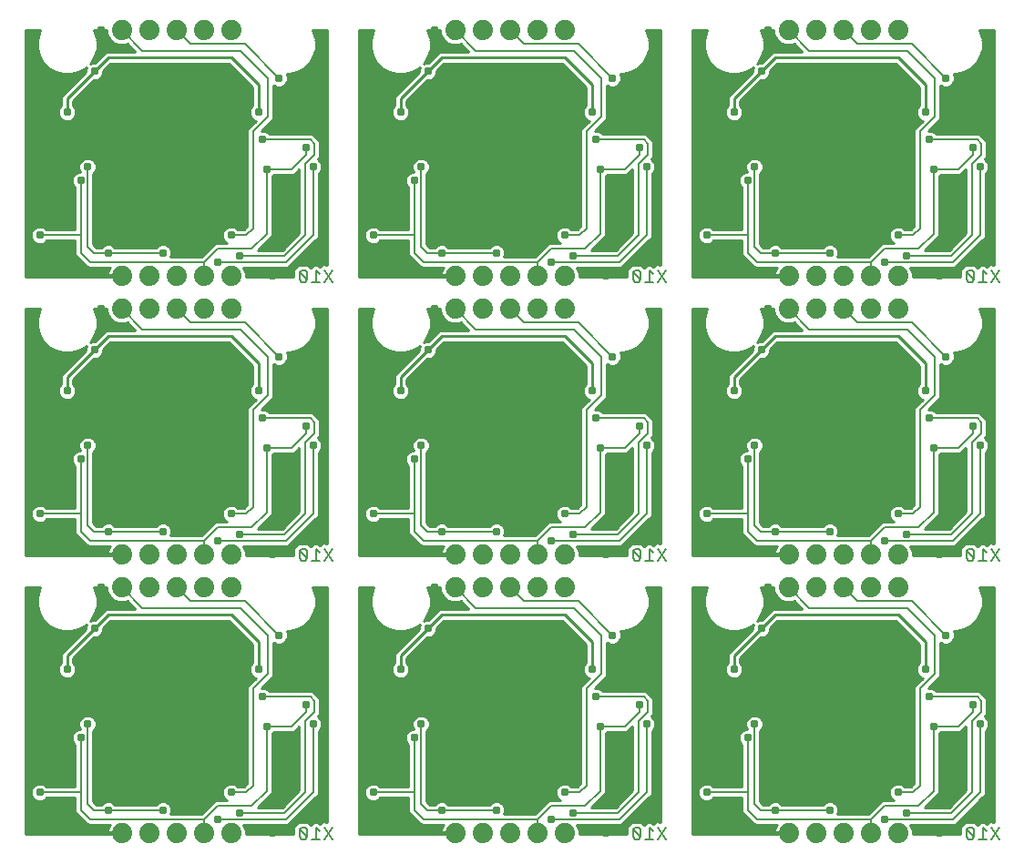
<source format=gbl>
G75*
%MOIN*%
%OFA0B0*%
%FSLAX25Y25*%
%IPPOS*%
%LPD*%
%AMOC8*
5,1,8,0,0,1.08239X$1,22.5*
%
%ADD10C,0.00800*%
%ADD11C,0.07400*%
%ADD12C,0.03100*%
%ADD13C,0.01000*%
%ADD14C,0.00700*%
D10*
X0149496Y0065434D02*
X0150196Y0064733D01*
X0151597Y0064733D01*
X0152298Y0065434D01*
X0149496Y0068236D01*
X0149496Y0065434D01*
X0152298Y0065434D02*
X0152298Y0068236D01*
X0151597Y0068937D01*
X0150196Y0068937D01*
X0149496Y0068236D01*
X0154100Y0064733D02*
X0156902Y0064733D01*
X0155501Y0064733D02*
X0155501Y0068937D01*
X0156902Y0067536D01*
X0158704Y0068937D02*
X0161506Y0064733D01*
X0158704Y0064733D02*
X0161506Y0068937D01*
X0271496Y0068236D02*
X0274298Y0065434D01*
X0273597Y0064733D01*
X0272196Y0064733D01*
X0271496Y0065434D01*
X0271496Y0068236D01*
X0272196Y0068937D01*
X0273597Y0068937D01*
X0274298Y0068236D01*
X0274298Y0065434D01*
X0276100Y0064733D02*
X0278902Y0064733D01*
X0277501Y0064733D02*
X0277501Y0068937D01*
X0278902Y0067536D01*
X0280704Y0068937D02*
X0283506Y0064733D01*
X0280704Y0064733D02*
X0283506Y0068937D01*
X0393496Y0068236D02*
X0396298Y0065434D01*
X0395597Y0064733D01*
X0394196Y0064733D01*
X0393496Y0065434D01*
X0393496Y0068236D01*
X0394196Y0068937D01*
X0395597Y0068937D01*
X0396298Y0068236D01*
X0396298Y0065434D01*
X0398100Y0064733D02*
X0400902Y0064733D01*
X0399501Y0064733D02*
X0399501Y0068937D01*
X0400902Y0067536D01*
X0402704Y0068937D02*
X0405506Y0064733D01*
X0402704Y0064733D02*
X0405506Y0068937D01*
X0405506Y0166733D02*
X0402704Y0170937D01*
X0400902Y0169536D02*
X0399501Y0170937D01*
X0399501Y0166733D01*
X0400902Y0166733D02*
X0398100Y0166733D01*
X0396298Y0167434D02*
X0395597Y0166733D01*
X0394196Y0166733D01*
X0393496Y0167434D01*
X0393496Y0170236D01*
X0396298Y0167434D01*
X0396298Y0170236D01*
X0395597Y0170937D01*
X0394196Y0170937D01*
X0393496Y0170236D01*
X0402704Y0166733D02*
X0405506Y0170937D01*
X0405506Y0268733D02*
X0402704Y0272937D01*
X0400902Y0271536D02*
X0399501Y0272937D01*
X0399501Y0268733D01*
X0400902Y0268733D02*
X0398100Y0268733D01*
X0396298Y0269434D02*
X0395597Y0268733D01*
X0394196Y0268733D01*
X0393496Y0269434D01*
X0393496Y0272236D01*
X0396298Y0269434D01*
X0396298Y0272236D01*
X0395597Y0272937D01*
X0394196Y0272937D01*
X0393496Y0272236D01*
X0402704Y0268733D02*
X0405506Y0272937D01*
X0283506Y0272937D02*
X0280704Y0268733D01*
X0278902Y0268733D02*
X0276100Y0268733D01*
X0277501Y0268733D02*
X0277501Y0272937D01*
X0278902Y0271536D01*
X0280704Y0272937D02*
X0283506Y0268733D01*
X0274298Y0269434D02*
X0273597Y0268733D01*
X0272196Y0268733D01*
X0271496Y0269434D01*
X0271496Y0272236D01*
X0274298Y0269434D01*
X0274298Y0272236D01*
X0273597Y0272937D01*
X0272196Y0272937D01*
X0271496Y0272236D01*
X0161506Y0272937D02*
X0158704Y0268733D01*
X0156902Y0268733D02*
X0154100Y0268733D01*
X0155501Y0268733D02*
X0155501Y0272937D01*
X0156902Y0271536D01*
X0158704Y0272937D02*
X0161506Y0268733D01*
X0152298Y0269434D02*
X0151597Y0268733D01*
X0150196Y0268733D01*
X0149496Y0269434D01*
X0149496Y0272236D01*
X0152298Y0269434D01*
X0152298Y0272236D01*
X0151597Y0272937D01*
X0150196Y0272937D01*
X0149496Y0272236D01*
X0150196Y0170937D02*
X0149496Y0170236D01*
X0152298Y0167434D01*
X0151597Y0166733D01*
X0150196Y0166733D01*
X0149496Y0167434D01*
X0149496Y0170236D01*
X0150196Y0170937D02*
X0151597Y0170937D01*
X0152298Y0170236D01*
X0152298Y0167434D01*
X0154100Y0166733D02*
X0156902Y0166733D01*
X0155501Y0166733D02*
X0155501Y0170937D01*
X0156902Y0169536D01*
X0158704Y0170937D02*
X0161506Y0166733D01*
X0158704Y0166733D02*
X0161506Y0170937D01*
X0271496Y0170236D02*
X0274298Y0167434D01*
X0273597Y0166733D01*
X0272196Y0166733D01*
X0271496Y0167434D01*
X0271496Y0170236D01*
X0272196Y0170937D01*
X0273597Y0170937D01*
X0274298Y0170236D01*
X0274298Y0167434D01*
X0276100Y0166733D02*
X0278902Y0166733D01*
X0277501Y0166733D02*
X0277501Y0170937D01*
X0278902Y0169536D01*
X0280704Y0170937D02*
X0283506Y0166733D01*
X0280704Y0166733D02*
X0283506Y0170937D01*
D11*
X0246500Y0168833D03*
X0236500Y0168833D03*
X0226500Y0168833D03*
X0216500Y0168833D03*
X0206500Y0168833D03*
X0206500Y0156833D03*
X0216500Y0156833D03*
X0226500Y0156833D03*
X0236500Y0156833D03*
X0246500Y0156833D03*
X0328500Y0156833D03*
X0338500Y0156833D03*
X0348500Y0156833D03*
X0358500Y0156833D03*
X0368500Y0156833D03*
X0368500Y0168833D03*
X0358500Y0168833D03*
X0348500Y0168833D03*
X0338500Y0168833D03*
X0328500Y0168833D03*
X0328500Y0258833D03*
X0338500Y0258833D03*
X0348500Y0258833D03*
X0358500Y0258833D03*
X0368500Y0258833D03*
X0368500Y0270833D03*
X0358500Y0270833D03*
X0348500Y0270833D03*
X0338500Y0270833D03*
X0328500Y0270833D03*
X0246500Y0270833D03*
X0236500Y0270833D03*
X0226500Y0270833D03*
X0216500Y0270833D03*
X0206500Y0270833D03*
X0206500Y0258833D03*
X0216500Y0258833D03*
X0226500Y0258833D03*
X0236500Y0258833D03*
X0246500Y0258833D03*
X0124500Y0258833D03*
X0114500Y0258833D03*
X0104500Y0258833D03*
X0094500Y0258833D03*
X0084500Y0258833D03*
X0084500Y0270833D03*
X0094500Y0270833D03*
X0104500Y0270833D03*
X0114500Y0270833D03*
X0124500Y0270833D03*
X0124500Y0360833D03*
X0114500Y0360833D03*
X0104500Y0360833D03*
X0094500Y0360833D03*
X0084500Y0360833D03*
X0206500Y0360833D03*
X0216500Y0360833D03*
X0226500Y0360833D03*
X0236500Y0360833D03*
X0246500Y0360833D03*
X0328500Y0360833D03*
X0338500Y0360833D03*
X0348500Y0360833D03*
X0358500Y0360833D03*
X0368500Y0360833D03*
X0124500Y0168833D03*
X0114500Y0168833D03*
X0104500Y0168833D03*
X0094500Y0168833D03*
X0084500Y0168833D03*
X0084500Y0156833D03*
X0094500Y0156833D03*
X0104500Y0156833D03*
X0114500Y0156833D03*
X0124500Y0156833D03*
X0124500Y0066833D03*
X0114500Y0066833D03*
X0104500Y0066833D03*
X0094500Y0066833D03*
X0084500Y0066833D03*
X0206500Y0066833D03*
X0216500Y0066833D03*
X0226500Y0066833D03*
X0236500Y0066833D03*
X0246500Y0066833D03*
X0328500Y0066833D03*
X0338500Y0066833D03*
X0348500Y0066833D03*
X0358500Y0066833D03*
X0368500Y0066833D03*
D12*
X0363500Y0071833D03*
X0371500Y0074333D03*
X0368500Y0081833D03*
X0383500Y0078333D03*
X0388500Y0086833D03*
X0388500Y0101833D03*
X0381500Y0105833D03*
X0380000Y0116833D03*
X0378500Y0126833D03*
X0386000Y0139333D03*
X0363500Y0126833D03*
X0353500Y0126833D03*
X0343500Y0126833D03*
X0333500Y0126833D03*
X0333500Y0116833D03*
X0333500Y0106833D03*
X0343500Y0106833D03*
X0353500Y0106833D03*
X0363500Y0106833D03*
X0363500Y0116833D03*
X0353500Y0116833D03*
X0343500Y0116833D03*
X0343500Y0096833D03*
X0353500Y0096833D03*
X0363500Y0096833D03*
X0343500Y0075333D03*
X0323500Y0075333D03*
X0333500Y0096833D03*
X0316000Y0106833D03*
X0313500Y0101833D03*
X0308500Y0096833D03*
X0298500Y0081833D03*
X0266500Y0086833D03*
X0261500Y0078333D03*
X0261500Y0066833D03*
X0249500Y0074333D03*
X0241500Y0071833D03*
X0246500Y0081833D03*
X0241500Y0096833D03*
X0231500Y0096833D03*
X0221500Y0096833D03*
X0211500Y0096833D03*
X0211500Y0106833D03*
X0221500Y0106833D03*
X0231500Y0106833D03*
X0241500Y0106833D03*
X0241500Y0116833D03*
X0231500Y0116833D03*
X0221500Y0116833D03*
X0211500Y0116833D03*
X0211500Y0126833D03*
X0221500Y0126833D03*
X0231500Y0126833D03*
X0241500Y0126833D03*
X0256500Y0126833D03*
X0258000Y0116833D03*
X0259500Y0105833D03*
X0266500Y0101833D03*
X0276500Y0106833D03*
X0274000Y0113833D03*
X0298500Y0116833D03*
X0308500Y0126833D03*
X0318500Y0141833D03*
X0321000Y0156833D03*
X0323500Y0177333D03*
X0343500Y0177333D03*
X0363500Y0173833D03*
X0371500Y0176333D03*
X0368500Y0183833D03*
X0383500Y0180333D03*
X0388500Y0188833D03*
X0388500Y0203833D03*
X0381500Y0207833D03*
X0380000Y0218833D03*
X0378500Y0228833D03*
X0386000Y0241333D03*
X0363500Y0228833D03*
X0353500Y0228833D03*
X0343500Y0228833D03*
X0333500Y0228833D03*
X0333500Y0218833D03*
X0333500Y0208833D03*
X0343500Y0208833D03*
X0353500Y0208833D03*
X0363500Y0208833D03*
X0363500Y0218833D03*
X0353500Y0218833D03*
X0343500Y0218833D03*
X0343500Y0198833D03*
X0353500Y0198833D03*
X0363500Y0198833D03*
X0333500Y0198833D03*
X0316000Y0208833D03*
X0313500Y0203833D03*
X0308500Y0198833D03*
X0298500Y0183833D03*
X0266500Y0188833D03*
X0261500Y0180333D03*
X0261500Y0168833D03*
X0249500Y0176333D03*
X0241500Y0173833D03*
X0246500Y0183833D03*
X0241500Y0198833D03*
X0231500Y0198833D03*
X0221500Y0198833D03*
X0211500Y0198833D03*
X0211500Y0208833D03*
X0221500Y0208833D03*
X0231500Y0208833D03*
X0241500Y0208833D03*
X0241500Y0218833D03*
X0231500Y0218833D03*
X0221500Y0218833D03*
X0211500Y0218833D03*
X0211500Y0228833D03*
X0221500Y0228833D03*
X0231500Y0228833D03*
X0241500Y0228833D03*
X0256500Y0228833D03*
X0258000Y0218833D03*
X0259500Y0207833D03*
X0266500Y0203833D03*
X0276500Y0208833D03*
X0274000Y0215833D03*
X0298500Y0218833D03*
X0308500Y0228833D03*
X0318500Y0243833D03*
X0321000Y0258833D03*
X0323500Y0279333D03*
X0343500Y0279333D03*
X0363500Y0275833D03*
X0371500Y0278333D03*
X0368500Y0285833D03*
X0383500Y0282333D03*
X0388500Y0290833D03*
X0388500Y0305833D03*
X0381500Y0309833D03*
X0380000Y0320833D03*
X0378500Y0330833D03*
X0386000Y0343333D03*
X0363500Y0330833D03*
X0353500Y0330833D03*
X0343500Y0330833D03*
X0333500Y0330833D03*
X0333500Y0320833D03*
X0333500Y0310833D03*
X0343500Y0310833D03*
X0353500Y0310833D03*
X0363500Y0310833D03*
X0363500Y0320833D03*
X0353500Y0320833D03*
X0343500Y0320833D03*
X0343500Y0300833D03*
X0353500Y0300833D03*
X0363500Y0300833D03*
X0333500Y0300833D03*
X0316000Y0310833D03*
X0313500Y0305833D03*
X0308500Y0300833D03*
X0298500Y0285833D03*
X0266500Y0290833D03*
X0261500Y0282333D03*
X0261500Y0270833D03*
X0249500Y0278333D03*
X0241500Y0275833D03*
X0246500Y0285833D03*
X0241500Y0300833D03*
X0231500Y0300833D03*
X0221500Y0300833D03*
X0211500Y0300833D03*
X0211500Y0310833D03*
X0221500Y0310833D03*
X0231500Y0310833D03*
X0241500Y0310833D03*
X0241500Y0320833D03*
X0231500Y0320833D03*
X0221500Y0320833D03*
X0211500Y0320833D03*
X0211500Y0330833D03*
X0221500Y0330833D03*
X0231500Y0330833D03*
X0241500Y0330833D03*
X0256500Y0330833D03*
X0258000Y0320833D03*
X0259500Y0309833D03*
X0266500Y0305833D03*
X0276500Y0310833D03*
X0274000Y0317833D03*
X0298500Y0320833D03*
X0308500Y0330833D03*
X0318500Y0345833D03*
X0321000Y0360833D03*
X0296000Y0355833D03*
X0264000Y0343333D03*
X0315000Y0317333D03*
X0383500Y0270833D03*
X0398500Y0310833D03*
X0396000Y0317833D03*
X0296000Y0253833D03*
X0264000Y0241333D03*
X0221500Y0279333D03*
X0201500Y0279333D03*
X0199000Y0258833D03*
X0196500Y0243833D03*
X0186500Y0228833D03*
X0176500Y0218833D03*
X0191500Y0203833D03*
X0194000Y0208833D03*
X0193000Y0215333D03*
X0186500Y0198833D03*
X0176500Y0183833D03*
X0201500Y0177333D03*
X0221500Y0177333D03*
X0199000Y0156833D03*
X0196500Y0141833D03*
X0186500Y0126833D03*
X0176500Y0116833D03*
X0191500Y0101833D03*
X0186500Y0096833D03*
X0194000Y0106833D03*
X0193000Y0113333D03*
X0176500Y0081833D03*
X0201500Y0075333D03*
X0221500Y0075333D03*
X0154500Y0106833D03*
X0152000Y0113833D03*
X0144500Y0101833D03*
X0137500Y0105833D03*
X0136000Y0116833D03*
X0134500Y0126833D03*
X0142000Y0139333D03*
X0119500Y0126833D03*
X0109500Y0126833D03*
X0099500Y0126833D03*
X0089500Y0126833D03*
X0089500Y0116833D03*
X0089500Y0106833D03*
X0099500Y0106833D03*
X0109500Y0106833D03*
X0119500Y0106833D03*
X0119500Y0116833D03*
X0109500Y0116833D03*
X0099500Y0116833D03*
X0099500Y0096833D03*
X0089500Y0096833D03*
X0109500Y0096833D03*
X0119500Y0096833D03*
X0124500Y0081833D03*
X0127500Y0074333D03*
X0119500Y0071833D03*
X0099500Y0075333D03*
X0079500Y0075333D03*
X0054500Y0081833D03*
X0064500Y0096833D03*
X0069500Y0101833D03*
X0072000Y0106833D03*
X0071000Y0113333D03*
X0054500Y0116833D03*
X0064500Y0126833D03*
X0074500Y0141833D03*
X0077000Y0156833D03*
X0052000Y0151833D03*
X0079500Y0177333D03*
X0099500Y0177333D03*
X0119500Y0173833D03*
X0127500Y0176333D03*
X0124500Y0183833D03*
X0139500Y0180333D03*
X0144500Y0188833D03*
X0144500Y0203833D03*
X0137500Y0207833D03*
X0136000Y0218833D03*
X0134500Y0228833D03*
X0142000Y0241333D03*
X0119500Y0228833D03*
X0109500Y0228833D03*
X0099500Y0228833D03*
X0089500Y0228833D03*
X0089500Y0218833D03*
X0089500Y0208833D03*
X0099500Y0208833D03*
X0109500Y0208833D03*
X0119500Y0208833D03*
X0119500Y0218833D03*
X0109500Y0218833D03*
X0099500Y0218833D03*
X0099500Y0198833D03*
X0089500Y0198833D03*
X0109500Y0198833D03*
X0119500Y0198833D03*
X0139500Y0168833D03*
X0174000Y0151833D03*
X0154500Y0208833D03*
X0152000Y0215833D03*
X0174000Y0253833D03*
X0139500Y0270833D03*
X0127500Y0278333D03*
X0124500Y0285833D03*
X0119500Y0275833D03*
X0099500Y0279333D03*
X0079500Y0279333D03*
X0077000Y0258833D03*
X0074500Y0243833D03*
X0064500Y0228833D03*
X0054500Y0218833D03*
X0071000Y0215333D03*
X0072000Y0208833D03*
X0069500Y0203833D03*
X0064500Y0198833D03*
X0054500Y0183833D03*
X0052000Y0253833D03*
X0054500Y0285833D03*
X0064500Y0300833D03*
X0069500Y0305833D03*
X0072000Y0310833D03*
X0071000Y0317333D03*
X0054500Y0320833D03*
X0064500Y0330833D03*
X0074500Y0345833D03*
X0089500Y0330833D03*
X0099500Y0330833D03*
X0109500Y0330833D03*
X0119500Y0330833D03*
X0119500Y0320833D03*
X0109500Y0320833D03*
X0109500Y0310833D03*
X0119500Y0310833D03*
X0119500Y0300833D03*
X0109500Y0300833D03*
X0099500Y0300833D03*
X0089500Y0300833D03*
X0089500Y0310833D03*
X0099500Y0310833D03*
X0099500Y0320833D03*
X0089500Y0320833D03*
X0134500Y0330833D03*
X0136000Y0320833D03*
X0137500Y0309833D03*
X0144500Y0305833D03*
X0154500Y0310833D03*
X0152000Y0317833D03*
X0176500Y0320833D03*
X0186500Y0330833D03*
X0196500Y0345833D03*
X0199000Y0360833D03*
X0174000Y0355833D03*
X0142000Y0343333D03*
X0191500Y0305833D03*
X0194000Y0310833D03*
X0193000Y0317333D03*
X0186500Y0300833D03*
X0176500Y0285833D03*
X0144500Y0290833D03*
X0139500Y0282333D03*
X0052000Y0355833D03*
X0077000Y0360833D03*
X0315000Y0215333D03*
X0383500Y0168833D03*
X0398500Y0208833D03*
X0396000Y0215833D03*
X0296000Y0151833D03*
X0264000Y0139333D03*
X0315000Y0113333D03*
X0383500Y0066833D03*
X0398500Y0106833D03*
X0396000Y0113833D03*
X0144500Y0086833D03*
X0139500Y0078333D03*
X0139500Y0066833D03*
D13*
X0049400Y0066733D02*
X0049400Y0156933D01*
X0054743Y0156933D01*
X0054250Y0156079D01*
X0053500Y0153282D01*
X0053500Y0150385D01*
X0054250Y0147587D01*
X0055698Y0145079D01*
X0057746Y0143031D01*
X0060254Y0141583D01*
X0063052Y0140833D01*
X0065948Y0140833D01*
X0068746Y0141583D01*
X0071254Y0143031D01*
X0071637Y0143414D01*
X0071250Y0142480D01*
X0071250Y0141695D01*
X0063589Y0134033D01*
X0062300Y0132745D01*
X0062300Y0129230D01*
X0061745Y0128674D01*
X0061250Y0127480D01*
X0061250Y0126187D01*
X0061745Y0124992D01*
X0062659Y0124078D01*
X0063854Y0123583D01*
X0065146Y0123583D01*
X0066341Y0124078D01*
X0067255Y0124992D01*
X0067750Y0126187D01*
X0067750Y0127480D01*
X0067255Y0128674D01*
X0066700Y0129230D01*
X0066700Y0130922D01*
X0074361Y0138583D01*
X0075146Y0138583D01*
X0076341Y0139078D01*
X0077255Y0139992D01*
X0077750Y0141187D01*
X0077750Y0141972D01*
X0080411Y0144633D01*
X0123589Y0144633D01*
X0132300Y0135922D01*
X0132300Y0129230D01*
X0131745Y0128674D01*
X0131250Y0127480D01*
X0131250Y0126187D01*
X0131745Y0124992D01*
X0132659Y0124078D01*
X0133498Y0123731D01*
X0130450Y0120682D01*
X0130450Y0118984D01*
X0130450Y0085182D01*
X0129151Y0083883D01*
X0127046Y0083883D01*
X0126341Y0084589D01*
X0125146Y0085083D01*
X0123854Y0085083D01*
X0122659Y0084589D01*
X0121745Y0083674D01*
X0121250Y0082480D01*
X0121250Y0081187D01*
X0121745Y0079992D01*
X0122659Y0079078D01*
X0123129Y0078883D01*
X0118651Y0078883D01*
X0117450Y0077682D01*
X0113651Y0073883D01*
X0102417Y0073883D01*
X0102750Y0074687D01*
X0102750Y0075980D01*
X0102255Y0077174D01*
X0101341Y0078089D01*
X0100146Y0078583D01*
X0098854Y0078583D01*
X0097659Y0078089D01*
X0096954Y0077383D01*
X0082046Y0077383D01*
X0081341Y0078089D01*
X0080146Y0078583D01*
X0078854Y0078583D01*
X0077659Y0078089D01*
X0076954Y0077383D01*
X0075196Y0077383D01*
X0074050Y0078529D01*
X0074050Y0104287D01*
X0074755Y0104992D01*
X0075250Y0106187D01*
X0075250Y0107480D01*
X0074755Y0108674D01*
X0073841Y0109589D01*
X0072646Y0110083D01*
X0071354Y0110083D01*
X0070159Y0109589D01*
X0069245Y0108674D01*
X0068750Y0107480D01*
X0068750Y0106187D01*
X0069207Y0105083D01*
X0068854Y0105083D01*
X0067659Y0104589D01*
X0066745Y0103674D01*
X0066250Y0102480D01*
X0066250Y0101187D01*
X0066745Y0099992D01*
X0067450Y0099287D01*
X0067450Y0083883D01*
X0057046Y0083883D01*
X0056341Y0084589D01*
X0055146Y0085083D01*
X0053854Y0085083D01*
X0052659Y0084589D01*
X0051745Y0083674D01*
X0051250Y0082480D01*
X0051250Y0081187D01*
X0051745Y0079992D01*
X0052659Y0079078D01*
X0053854Y0078583D01*
X0055146Y0078583D01*
X0056341Y0079078D01*
X0057046Y0079783D01*
X0067450Y0079783D01*
X0067450Y0074484D01*
X0072151Y0069783D01*
X0080216Y0069783D01*
X0080053Y0069559D01*
X0079681Y0068829D01*
X0079428Y0068051D01*
X0079314Y0067333D01*
X0084000Y0067333D01*
X0084000Y0066733D01*
X0049400Y0066733D01*
X0049400Y0066826D02*
X0084000Y0066826D01*
X0079392Y0067824D02*
X0049400Y0067824D01*
X0049400Y0068823D02*
X0079679Y0068823D01*
X0072113Y0069821D02*
X0049400Y0069821D01*
X0049400Y0070820D02*
X0071114Y0070820D01*
X0070116Y0071818D02*
X0049400Y0071818D01*
X0049400Y0072817D02*
X0069117Y0072817D01*
X0068119Y0073815D02*
X0049400Y0073815D01*
X0049400Y0074814D02*
X0067450Y0074814D01*
X0067450Y0075812D02*
X0049400Y0075812D01*
X0049400Y0076811D02*
X0067450Y0076811D01*
X0067450Y0077810D02*
X0049400Y0077810D01*
X0049400Y0078808D02*
X0053311Y0078808D01*
X0051931Y0079807D02*
X0049400Y0079807D01*
X0049400Y0080805D02*
X0051408Y0080805D01*
X0051250Y0081804D02*
X0049400Y0081804D01*
X0049400Y0082802D02*
X0051384Y0082802D01*
X0051871Y0083801D02*
X0049400Y0083801D01*
X0049400Y0084799D02*
X0053167Y0084799D01*
X0055833Y0084799D02*
X0067450Y0084799D01*
X0067450Y0085798D02*
X0049400Y0085798D01*
X0049400Y0086796D02*
X0067450Y0086796D01*
X0067450Y0087795D02*
X0049400Y0087795D01*
X0049400Y0088793D02*
X0067450Y0088793D01*
X0067450Y0089792D02*
X0049400Y0089792D01*
X0049400Y0090790D02*
X0067450Y0090790D01*
X0067450Y0091789D02*
X0049400Y0091789D01*
X0049400Y0092787D02*
X0067450Y0092787D01*
X0067450Y0093786D02*
X0049400Y0093786D01*
X0049400Y0094784D02*
X0067450Y0094784D01*
X0067450Y0095783D02*
X0049400Y0095783D01*
X0049400Y0096781D02*
X0067450Y0096781D01*
X0067450Y0097780D02*
X0049400Y0097780D01*
X0049400Y0098778D02*
X0067450Y0098778D01*
X0066960Y0099777D02*
X0049400Y0099777D01*
X0049400Y0100775D02*
X0066420Y0100775D01*
X0066250Y0101774D02*
X0049400Y0101774D01*
X0049400Y0102772D02*
X0066371Y0102772D01*
X0066841Y0103771D02*
X0049400Y0103771D01*
X0049400Y0104769D02*
X0068095Y0104769D01*
X0068924Y0105768D02*
X0049400Y0105768D01*
X0049400Y0106766D02*
X0068750Y0106766D01*
X0068868Y0107765D02*
X0049400Y0107765D01*
X0049400Y0108763D02*
X0069334Y0108763D01*
X0070577Y0109762D02*
X0049400Y0109762D01*
X0049400Y0110760D02*
X0130450Y0110760D01*
X0130450Y0109762D02*
X0073423Y0109762D01*
X0074666Y0108763D02*
X0130450Y0108763D01*
X0130450Y0107765D02*
X0075132Y0107765D01*
X0075250Y0106766D02*
X0130450Y0106766D01*
X0130450Y0105768D02*
X0075076Y0105768D01*
X0074532Y0104769D02*
X0130450Y0104769D01*
X0130450Y0103771D02*
X0074050Y0103771D01*
X0074050Y0102772D02*
X0130450Y0102772D01*
X0130450Y0101774D02*
X0074050Y0101774D01*
X0074050Y0100775D02*
X0130450Y0100775D01*
X0130450Y0099777D02*
X0074050Y0099777D01*
X0074050Y0098778D02*
X0130450Y0098778D01*
X0130450Y0097780D02*
X0074050Y0097780D01*
X0074050Y0096781D02*
X0130450Y0096781D01*
X0130450Y0095783D02*
X0074050Y0095783D01*
X0074050Y0094784D02*
X0130450Y0094784D01*
X0130450Y0093786D02*
X0074050Y0093786D01*
X0074050Y0092787D02*
X0130450Y0092787D01*
X0130450Y0091789D02*
X0074050Y0091789D01*
X0074050Y0090790D02*
X0130450Y0090790D01*
X0130450Y0089792D02*
X0074050Y0089792D01*
X0074050Y0088793D02*
X0130450Y0088793D01*
X0130450Y0087795D02*
X0074050Y0087795D01*
X0074050Y0086796D02*
X0130450Y0086796D01*
X0130450Y0085798D02*
X0074050Y0085798D01*
X0074050Y0084799D02*
X0123167Y0084799D01*
X0121871Y0083801D02*
X0074050Y0083801D01*
X0074050Y0082802D02*
X0121384Y0082802D01*
X0121250Y0081804D02*
X0074050Y0081804D01*
X0074050Y0080805D02*
X0121408Y0080805D01*
X0121931Y0079807D02*
X0074050Y0079807D01*
X0074050Y0078808D02*
X0118576Y0078808D01*
X0117577Y0077810D02*
X0101620Y0077810D01*
X0102406Y0076811D02*
X0116579Y0076811D01*
X0115580Y0075812D02*
X0102750Y0075812D01*
X0102750Y0074814D02*
X0114582Y0074814D01*
X0125833Y0084799D02*
X0130067Y0084799D01*
X0136874Y0078808D02*
X0145576Y0078808D01*
X0146574Y0079807D02*
X0137872Y0079807D01*
X0138349Y0080283D02*
X0134449Y0076383D01*
X0143151Y0076383D01*
X0149450Y0082682D01*
X0149450Y0105884D01*
X0148550Y0104984D01*
X0148550Y0104984D01*
X0147349Y0103783D01*
X0140046Y0103783D01*
X0139550Y0103287D01*
X0139550Y0081484D01*
X0138349Y0080283D01*
X0138871Y0080805D02*
X0147573Y0080805D01*
X0148571Y0081804D02*
X0139550Y0081804D01*
X0139550Y0082802D02*
X0149450Y0082802D01*
X0149450Y0083801D02*
X0139550Y0083801D01*
X0139550Y0084799D02*
X0149450Y0084799D01*
X0149450Y0085798D02*
X0139550Y0085798D01*
X0139550Y0086796D02*
X0149450Y0086796D01*
X0149450Y0087795D02*
X0139550Y0087795D01*
X0139550Y0088793D02*
X0149450Y0088793D01*
X0149450Y0089792D02*
X0139550Y0089792D01*
X0139550Y0090790D02*
X0149450Y0090790D01*
X0149450Y0091789D02*
X0139550Y0091789D01*
X0139550Y0092787D02*
X0149450Y0092787D01*
X0149450Y0093786D02*
X0139550Y0093786D01*
X0139550Y0094784D02*
X0149450Y0094784D01*
X0149450Y0095783D02*
X0139550Y0095783D01*
X0139550Y0096781D02*
X0149450Y0096781D01*
X0149450Y0097780D02*
X0139550Y0097780D01*
X0139550Y0098778D02*
X0149450Y0098778D01*
X0149450Y0099777D02*
X0139550Y0099777D01*
X0139550Y0100775D02*
X0149450Y0100775D01*
X0149450Y0101774D02*
X0139550Y0101774D01*
X0139550Y0102772D02*
X0149450Y0102772D01*
X0149450Y0103771D02*
X0140034Y0103771D01*
X0148335Y0104769D02*
X0149450Y0104769D01*
X0149450Y0105768D02*
X0149334Y0105768D01*
X0156550Y0104287D02*
X0157255Y0104992D01*
X0157750Y0106187D01*
X0157750Y0107480D01*
X0157255Y0108674D01*
X0156341Y0109589D01*
X0156209Y0109643D01*
X0157050Y0110484D01*
X0157050Y0116182D01*
X0154349Y0118883D01*
X0152651Y0118883D01*
X0138546Y0118883D01*
X0137841Y0119589D01*
X0136646Y0120083D01*
X0135649Y0120083D01*
X0138849Y0123283D01*
X0140050Y0124484D01*
X0140050Y0136687D01*
X0140159Y0136578D01*
X0141354Y0136083D01*
X0142646Y0136083D01*
X0143841Y0136578D01*
X0144755Y0137492D01*
X0145250Y0138687D01*
X0145250Y0139980D01*
X0144896Y0140833D01*
X0145948Y0140833D01*
X0148746Y0141583D01*
X0151254Y0143031D01*
X0153302Y0145079D01*
X0154750Y0147587D01*
X0155500Y0150385D01*
X0155500Y0153282D01*
X0154750Y0156079D01*
X0154257Y0156933D01*
X0159600Y0156933D01*
X0159600Y0070899D01*
X0158262Y0071167D01*
X0157049Y0070358D01*
X0156371Y0071037D01*
X0154631Y0071037D01*
X0154007Y0070413D01*
X0153549Y0069955D01*
X0152467Y0071037D01*
X0151066Y0071037D01*
X0150888Y0071037D01*
X0150728Y0071037D01*
X0149326Y0071037D01*
X0149312Y0071023D01*
X0148096Y0069807D01*
X0148096Y0069807D01*
X0147467Y0069178D01*
X0147396Y0069106D01*
X0147396Y0069106D01*
X0147396Y0069106D01*
X0147396Y0068281D01*
X0147396Y0066733D01*
X0129900Y0066733D01*
X0129900Y0067907D01*
X0129123Y0069783D01*
X0145349Y0069783D01*
X0155349Y0079783D01*
X0156550Y0080984D01*
X0156550Y0104287D01*
X0156550Y0103771D02*
X0159600Y0103771D01*
X0159600Y0104769D02*
X0157032Y0104769D01*
X0157576Y0105768D02*
X0159600Y0105768D01*
X0159600Y0106766D02*
X0157750Y0106766D01*
X0157632Y0107765D02*
X0159600Y0107765D01*
X0159600Y0108763D02*
X0157166Y0108763D01*
X0156328Y0109762D02*
X0159600Y0109762D01*
X0159600Y0110760D02*
X0157050Y0110760D01*
X0157050Y0111759D02*
X0159600Y0111759D01*
X0159600Y0112757D02*
X0157050Y0112757D01*
X0157050Y0113756D02*
X0159600Y0113756D01*
X0159600Y0114754D02*
X0157050Y0114754D01*
X0157050Y0115753D02*
X0159600Y0115753D01*
X0159600Y0116751D02*
X0156481Y0116751D01*
X0155482Y0117750D02*
X0159600Y0117750D01*
X0159600Y0118748D02*
X0154484Y0118748D01*
X0159600Y0119747D02*
X0137458Y0119747D01*
X0136311Y0120745D02*
X0159600Y0120745D01*
X0159600Y0121744D02*
X0137310Y0121744D01*
X0138308Y0122743D02*
X0159600Y0122743D01*
X0159600Y0123741D02*
X0139307Y0123741D01*
X0140050Y0124740D02*
X0159600Y0124740D01*
X0159600Y0125738D02*
X0140050Y0125738D01*
X0140050Y0126737D02*
X0159600Y0126737D01*
X0159600Y0127735D02*
X0140050Y0127735D01*
X0140050Y0128734D02*
X0159600Y0128734D01*
X0159600Y0129732D02*
X0140050Y0129732D01*
X0140050Y0130731D02*
X0159600Y0130731D01*
X0159600Y0131729D02*
X0140050Y0131729D01*
X0140050Y0132728D02*
X0159600Y0132728D01*
X0159600Y0133726D02*
X0140050Y0133726D01*
X0140050Y0134725D02*
X0159600Y0134725D01*
X0159600Y0135723D02*
X0140050Y0135723D01*
X0143985Y0136722D02*
X0159600Y0136722D01*
X0159600Y0137720D02*
X0144850Y0137720D01*
X0145250Y0138719D02*
X0159600Y0138719D01*
X0159600Y0139717D02*
X0145250Y0139717D01*
X0144945Y0140716D02*
X0159600Y0140716D01*
X0159600Y0141714D02*
X0148973Y0141714D01*
X0150703Y0142713D02*
X0159600Y0142713D01*
X0159600Y0143711D02*
X0151934Y0143711D01*
X0152933Y0144710D02*
X0159600Y0144710D01*
X0159600Y0145708D02*
X0153665Y0145708D01*
X0154242Y0146707D02*
X0159600Y0146707D01*
X0159600Y0147705D02*
X0154782Y0147705D01*
X0155049Y0148704D02*
X0159600Y0148704D01*
X0159600Y0149702D02*
X0155317Y0149702D01*
X0155500Y0150701D02*
X0159600Y0150701D01*
X0159600Y0151699D02*
X0155500Y0151699D01*
X0155500Y0152698D02*
X0159600Y0152698D01*
X0159600Y0153696D02*
X0155389Y0153696D01*
X0155121Y0154695D02*
X0159600Y0154695D01*
X0159600Y0155693D02*
X0154854Y0155693D01*
X0154397Y0156692D02*
X0159600Y0156692D01*
X0171400Y0156692D02*
X0176603Y0156692D01*
X0176743Y0156933D02*
X0176250Y0156079D01*
X0175500Y0153282D01*
X0175500Y0150385D01*
X0176250Y0147587D01*
X0177698Y0145079D01*
X0179746Y0143031D01*
X0182254Y0141583D01*
X0185052Y0140833D01*
X0187948Y0140833D01*
X0190746Y0141583D01*
X0193254Y0143031D01*
X0193637Y0143414D01*
X0193250Y0142480D01*
X0193250Y0141695D01*
X0184300Y0132745D01*
X0184300Y0129230D01*
X0183745Y0128674D01*
X0183250Y0127480D01*
X0183250Y0126187D01*
X0183745Y0124992D01*
X0184659Y0124078D01*
X0185854Y0123583D01*
X0187146Y0123583D01*
X0188341Y0124078D01*
X0189255Y0124992D01*
X0189750Y0126187D01*
X0189750Y0127480D01*
X0189255Y0128674D01*
X0188700Y0129230D01*
X0188700Y0130922D01*
X0196361Y0138583D01*
X0197146Y0138583D01*
X0198341Y0139078D01*
X0199255Y0139992D01*
X0199750Y0141187D01*
X0199750Y0141972D01*
X0202411Y0144633D01*
X0245589Y0144633D01*
X0254300Y0135922D01*
X0254300Y0129230D01*
X0253745Y0128674D01*
X0253250Y0127480D01*
X0253250Y0126187D01*
X0253745Y0124992D01*
X0254659Y0124078D01*
X0255498Y0123731D01*
X0253651Y0121883D01*
X0253651Y0121883D01*
X0252450Y0120682D01*
X0252450Y0085182D01*
X0251151Y0083883D01*
X0249046Y0083883D01*
X0248341Y0084589D01*
X0247146Y0085083D01*
X0245854Y0085083D01*
X0244659Y0084589D01*
X0243745Y0083674D01*
X0243250Y0082480D01*
X0243250Y0081187D01*
X0243745Y0079992D01*
X0244659Y0079078D01*
X0245129Y0078883D01*
X0240651Y0078883D01*
X0239450Y0077682D01*
X0235651Y0073883D01*
X0224417Y0073883D01*
X0224750Y0074687D01*
X0224750Y0075980D01*
X0224255Y0077174D01*
X0223341Y0078089D01*
X0222146Y0078583D01*
X0220854Y0078583D01*
X0219659Y0078089D01*
X0218954Y0077383D01*
X0204046Y0077383D01*
X0203341Y0078089D01*
X0202146Y0078583D01*
X0200854Y0078583D01*
X0199659Y0078089D01*
X0198954Y0077383D01*
X0197196Y0077383D01*
X0196050Y0078529D01*
X0196050Y0104287D01*
X0196755Y0104992D01*
X0197250Y0106187D01*
X0197250Y0107480D01*
X0196755Y0108674D01*
X0195841Y0109589D01*
X0194646Y0110083D01*
X0193354Y0110083D01*
X0192159Y0109589D01*
X0191245Y0108674D01*
X0190750Y0107480D01*
X0190750Y0106187D01*
X0191207Y0105083D01*
X0190854Y0105083D01*
X0189659Y0104589D01*
X0188745Y0103674D01*
X0188250Y0102480D01*
X0188250Y0101187D01*
X0188745Y0099992D01*
X0189450Y0099287D01*
X0189450Y0083883D01*
X0179046Y0083883D01*
X0178341Y0084589D01*
X0177146Y0085083D01*
X0175854Y0085083D01*
X0174659Y0084589D01*
X0173745Y0083674D01*
X0173250Y0082480D01*
X0173250Y0081187D01*
X0173745Y0079992D01*
X0174659Y0079078D01*
X0175854Y0078583D01*
X0177146Y0078583D01*
X0178341Y0079078D01*
X0179046Y0079783D01*
X0189450Y0079783D01*
X0189450Y0074484D01*
X0194151Y0069783D01*
X0202216Y0069783D01*
X0202053Y0069559D01*
X0201681Y0068829D01*
X0201428Y0068051D01*
X0201314Y0067333D01*
X0206000Y0067333D01*
X0206000Y0066733D01*
X0171400Y0066733D01*
X0171400Y0156933D01*
X0176743Y0156933D01*
X0176146Y0155693D02*
X0171400Y0155693D01*
X0171400Y0154695D02*
X0175879Y0154695D01*
X0175611Y0153696D02*
X0171400Y0153696D01*
X0171400Y0152698D02*
X0175500Y0152698D01*
X0175500Y0151699D02*
X0171400Y0151699D01*
X0171400Y0150701D02*
X0175500Y0150701D01*
X0175683Y0149702D02*
X0171400Y0149702D01*
X0171400Y0148704D02*
X0175951Y0148704D01*
X0176218Y0147705D02*
X0171400Y0147705D01*
X0171400Y0146707D02*
X0176758Y0146707D01*
X0177335Y0145708D02*
X0171400Y0145708D01*
X0171400Y0144710D02*
X0178067Y0144710D01*
X0179066Y0143711D02*
X0171400Y0143711D01*
X0171400Y0142713D02*
X0180297Y0142713D01*
X0182027Y0141714D02*
X0171400Y0141714D01*
X0171400Y0140716D02*
X0192271Y0140716D01*
X0193250Y0141714D02*
X0190973Y0141714D01*
X0192703Y0142713D02*
X0193347Y0142713D01*
X0194919Y0144696D02*
X0195302Y0145079D01*
X0196750Y0147587D01*
X0197500Y0150385D01*
X0197500Y0153282D01*
X0196750Y0156079D01*
X0196257Y0156933D01*
X0201100Y0156933D01*
X0201100Y0155759D01*
X0201922Y0153774D01*
X0203441Y0152255D01*
X0205426Y0151433D01*
X0207574Y0151433D01*
X0208583Y0151851D01*
X0211401Y0149033D01*
X0202411Y0149033D01*
X0200589Y0149033D01*
X0196639Y0145083D01*
X0195854Y0145083D01*
X0194919Y0144696D01*
X0194933Y0144710D02*
X0194952Y0144710D01*
X0195665Y0145708D02*
X0197264Y0145708D01*
X0198262Y0146707D02*
X0196242Y0146707D01*
X0196782Y0147705D02*
X0199261Y0147705D01*
X0200259Y0148704D02*
X0197049Y0148704D01*
X0197317Y0149702D02*
X0210732Y0149702D01*
X0209733Y0150701D02*
X0197500Y0150701D01*
X0197500Y0151699D02*
X0204784Y0151699D01*
X0202999Y0152698D02*
X0197500Y0152698D01*
X0197389Y0153696D02*
X0202000Y0153696D01*
X0201541Y0154695D02*
X0197121Y0154695D01*
X0196854Y0155693D02*
X0201127Y0155693D01*
X0201100Y0156692D02*
X0196397Y0156692D01*
X0201500Y0146833D02*
X0196500Y0141833D01*
X0186500Y0131833D01*
X0186500Y0126833D01*
X0189750Y0126737D02*
X0253250Y0126737D01*
X0253356Y0127735D02*
X0189644Y0127735D01*
X0189196Y0128734D02*
X0253804Y0128734D01*
X0254300Y0129732D02*
X0188700Y0129732D01*
X0188700Y0130731D02*
X0254300Y0130731D01*
X0254300Y0131729D02*
X0189507Y0131729D01*
X0190506Y0132728D02*
X0254300Y0132728D01*
X0254300Y0133726D02*
X0191504Y0133726D01*
X0192503Y0134725D02*
X0254300Y0134725D01*
X0254300Y0135723D02*
X0193501Y0135723D01*
X0194500Y0136722D02*
X0253500Y0136722D01*
X0252502Y0137720D02*
X0195498Y0137720D01*
X0197473Y0138719D02*
X0251503Y0138719D01*
X0250505Y0139717D02*
X0198980Y0139717D01*
X0199555Y0140716D02*
X0249506Y0140716D01*
X0248508Y0141714D02*
X0199750Y0141714D01*
X0200491Y0142713D02*
X0247509Y0142713D01*
X0246511Y0143711D02*
X0201489Y0143711D01*
X0201500Y0146833D02*
X0246500Y0146833D01*
X0256500Y0136833D01*
X0256500Y0126833D01*
X0253436Y0125738D02*
X0189564Y0125738D01*
X0189002Y0124740D02*
X0253998Y0124740D01*
X0255473Y0123741D02*
X0187527Y0123741D01*
X0185473Y0123741D02*
X0171400Y0123741D01*
X0171400Y0122743D02*
X0254510Y0122743D01*
X0253512Y0121744D02*
X0171400Y0121744D01*
X0171400Y0120745D02*
X0252513Y0120745D01*
X0252450Y0119747D02*
X0171400Y0119747D01*
X0171400Y0118748D02*
X0252450Y0118748D01*
X0252450Y0117750D02*
X0171400Y0117750D01*
X0171400Y0116751D02*
X0252450Y0116751D01*
X0252450Y0115753D02*
X0171400Y0115753D01*
X0171400Y0114754D02*
X0252450Y0114754D01*
X0252450Y0113756D02*
X0171400Y0113756D01*
X0171400Y0112757D02*
X0252450Y0112757D01*
X0252450Y0111759D02*
X0171400Y0111759D01*
X0171400Y0110760D02*
X0252450Y0110760D01*
X0252450Y0109762D02*
X0195423Y0109762D01*
X0196666Y0108763D02*
X0252450Y0108763D01*
X0252450Y0107765D02*
X0197132Y0107765D01*
X0197250Y0106766D02*
X0252450Y0106766D01*
X0252450Y0105768D02*
X0197076Y0105768D01*
X0196532Y0104769D02*
X0252450Y0104769D01*
X0252450Y0103771D02*
X0196050Y0103771D01*
X0196050Y0102772D02*
X0252450Y0102772D01*
X0252450Y0101774D02*
X0196050Y0101774D01*
X0196050Y0100775D02*
X0252450Y0100775D01*
X0252450Y0099777D02*
X0196050Y0099777D01*
X0196050Y0098778D02*
X0252450Y0098778D01*
X0252450Y0097780D02*
X0196050Y0097780D01*
X0196050Y0096781D02*
X0252450Y0096781D01*
X0252450Y0095783D02*
X0196050Y0095783D01*
X0196050Y0094784D02*
X0252450Y0094784D01*
X0252450Y0093786D02*
X0196050Y0093786D01*
X0196050Y0092787D02*
X0252450Y0092787D01*
X0252450Y0091789D02*
X0196050Y0091789D01*
X0196050Y0090790D02*
X0252450Y0090790D01*
X0252450Y0089792D02*
X0196050Y0089792D01*
X0196050Y0088793D02*
X0252450Y0088793D01*
X0252450Y0087795D02*
X0196050Y0087795D01*
X0196050Y0086796D02*
X0252450Y0086796D01*
X0252450Y0085798D02*
X0196050Y0085798D01*
X0196050Y0084799D02*
X0245167Y0084799D01*
X0243871Y0083801D02*
X0196050Y0083801D01*
X0196050Y0082802D02*
X0243384Y0082802D01*
X0243250Y0081804D02*
X0196050Y0081804D01*
X0196050Y0080805D02*
X0243408Y0080805D01*
X0243931Y0079807D02*
X0196050Y0079807D01*
X0196050Y0078808D02*
X0240576Y0078808D01*
X0239577Y0077810D02*
X0223620Y0077810D01*
X0224406Y0076811D02*
X0238579Y0076811D01*
X0237580Y0075812D02*
X0224750Y0075812D01*
X0224750Y0074814D02*
X0236582Y0074814D01*
X0247833Y0084799D02*
X0252067Y0084799D01*
X0258874Y0078808D02*
X0267576Y0078808D01*
X0268574Y0079807D02*
X0259872Y0079807D01*
X0260349Y0080283D02*
X0256449Y0076383D01*
X0265151Y0076383D01*
X0271450Y0082682D01*
X0271450Y0105884D01*
X0269349Y0103783D01*
X0262046Y0103783D01*
X0261550Y0103287D01*
X0261550Y0081484D01*
X0260349Y0080283D01*
X0260871Y0080805D02*
X0269573Y0080805D01*
X0270571Y0081804D02*
X0261550Y0081804D01*
X0261550Y0082802D02*
X0271450Y0082802D01*
X0271450Y0083801D02*
X0261550Y0083801D01*
X0261550Y0084799D02*
X0271450Y0084799D01*
X0271450Y0085798D02*
X0261550Y0085798D01*
X0261550Y0086796D02*
X0271450Y0086796D01*
X0271450Y0087795D02*
X0261550Y0087795D01*
X0261550Y0088793D02*
X0271450Y0088793D01*
X0271450Y0089792D02*
X0261550Y0089792D01*
X0261550Y0090790D02*
X0271450Y0090790D01*
X0271450Y0091789D02*
X0261550Y0091789D01*
X0261550Y0092787D02*
X0271450Y0092787D01*
X0271450Y0093786D02*
X0261550Y0093786D01*
X0261550Y0094784D02*
X0271450Y0094784D01*
X0271450Y0095783D02*
X0261550Y0095783D01*
X0261550Y0096781D02*
X0271450Y0096781D01*
X0271450Y0097780D02*
X0261550Y0097780D01*
X0261550Y0098778D02*
X0271450Y0098778D01*
X0271450Y0099777D02*
X0261550Y0099777D01*
X0261550Y0100775D02*
X0271450Y0100775D01*
X0271450Y0101774D02*
X0261550Y0101774D01*
X0261550Y0102772D02*
X0271450Y0102772D01*
X0271450Y0103771D02*
X0262034Y0103771D01*
X0270335Y0104769D02*
X0271450Y0104769D01*
X0271450Y0105768D02*
X0271334Y0105768D01*
X0278550Y0104287D02*
X0279255Y0104992D01*
X0279750Y0106187D01*
X0279750Y0107480D01*
X0279255Y0108674D01*
X0278341Y0109589D01*
X0278209Y0109643D01*
X0279050Y0110484D01*
X0279050Y0116182D01*
X0277849Y0117383D01*
X0276349Y0118883D01*
X0274651Y0118883D01*
X0260546Y0118883D01*
X0259841Y0119589D01*
X0258646Y0120083D01*
X0257649Y0120083D01*
X0260849Y0123283D01*
X0260849Y0123283D01*
X0262050Y0124484D01*
X0262050Y0136687D01*
X0262159Y0136578D01*
X0263354Y0136083D01*
X0264646Y0136083D01*
X0265841Y0136578D01*
X0266755Y0137492D01*
X0267250Y0138687D01*
X0267250Y0139980D01*
X0266896Y0140833D01*
X0267948Y0140833D01*
X0270746Y0141583D01*
X0273254Y0143031D01*
X0275302Y0145079D01*
X0276750Y0147587D01*
X0277500Y0150385D01*
X0277500Y0153282D01*
X0276750Y0156079D01*
X0276257Y0156933D01*
X0281600Y0156933D01*
X0281600Y0070899D01*
X0280262Y0071167D01*
X0279049Y0070358D01*
X0278371Y0071037D01*
X0276631Y0071037D01*
X0276007Y0070413D01*
X0275549Y0069955D01*
X0274467Y0071037D01*
X0273066Y0071037D01*
X0272728Y0071037D01*
X0271326Y0071037D01*
X0271312Y0071023D01*
X0270096Y0069807D01*
X0270096Y0069807D01*
X0269467Y0069178D01*
X0269396Y0069106D01*
X0269396Y0069106D01*
X0269396Y0069106D01*
X0269396Y0068281D01*
X0269396Y0066733D01*
X0251900Y0066733D01*
X0251900Y0067907D01*
X0251123Y0069783D01*
X0267349Y0069783D01*
X0277349Y0079783D01*
X0278550Y0080984D01*
X0278550Y0104287D01*
X0278550Y0103771D02*
X0281600Y0103771D01*
X0281600Y0104769D02*
X0279032Y0104769D01*
X0279576Y0105768D02*
X0281600Y0105768D01*
X0281600Y0106766D02*
X0279750Y0106766D01*
X0279632Y0107765D02*
X0281600Y0107765D01*
X0281600Y0108763D02*
X0279166Y0108763D01*
X0278328Y0109762D02*
X0281600Y0109762D01*
X0281600Y0110760D02*
X0279050Y0110760D01*
X0279050Y0111759D02*
X0281600Y0111759D01*
X0281600Y0112757D02*
X0279050Y0112757D01*
X0279050Y0113756D02*
X0281600Y0113756D01*
X0281600Y0114754D02*
X0279050Y0114754D01*
X0279050Y0115753D02*
X0281600Y0115753D01*
X0281600Y0116751D02*
X0278481Y0116751D01*
X0277482Y0117750D02*
X0281600Y0117750D01*
X0281600Y0118748D02*
X0276484Y0118748D01*
X0281600Y0119747D02*
X0259458Y0119747D01*
X0258311Y0120745D02*
X0281600Y0120745D01*
X0281600Y0121744D02*
X0259310Y0121744D01*
X0260308Y0122743D02*
X0281600Y0122743D01*
X0281600Y0123741D02*
X0261307Y0123741D01*
X0262050Y0124740D02*
X0281600Y0124740D01*
X0281600Y0125738D02*
X0262050Y0125738D01*
X0262050Y0126737D02*
X0281600Y0126737D01*
X0281600Y0127735D02*
X0262050Y0127735D01*
X0262050Y0128734D02*
X0281600Y0128734D01*
X0281600Y0129732D02*
X0262050Y0129732D01*
X0262050Y0130731D02*
X0281600Y0130731D01*
X0281600Y0131729D02*
X0262050Y0131729D01*
X0262050Y0132728D02*
X0281600Y0132728D01*
X0281600Y0133726D02*
X0262050Y0133726D01*
X0262050Y0134725D02*
X0281600Y0134725D01*
X0281600Y0135723D02*
X0262050Y0135723D01*
X0265985Y0136722D02*
X0281600Y0136722D01*
X0281600Y0137720D02*
X0266850Y0137720D01*
X0267250Y0138719D02*
X0281600Y0138719D01*
X0281600Y0139717D02*
X0267250Y0139717D01*
X0266945Y0140716D02*
X0281600Y0140716D01*
X0281600Y0141714D02*
X0270973Y0141714D01*
X0272703Y0142713D02*
X0281600Y0142713D01*
X0281600Y0143711D02*
X0273934Y0143711D01*
X0274933Y0144710D02*
X0281600Y0144710D01*
X0281600Y0145708D02*
X0275665Y0145708D01*
X0276242Y0146707D02*
X0281600Y0146707D01*
X0281600Y0147705D02*
X0276782Y0147705D01*
X0277049Y0148704D02*
X0281600Y0148704D01*
X0281600Y0149702D02*
X0277317Y0149702D01*
X0277500Y0150701D02*
X0281600Y0150701D01*
X0281600Y0151699D02*
X0277500Y0151699D01*
X0277500Y0152698D02*
X0281600Y0152698D01*
X0281600Y0153696D02*
X0277389Y0153696D01*
X0277121Y0154695D02*
X0281600Y0154695D01*
X0281600Y0155693D02*
X0276854Y0155693D01*
X0276397Y0156692D02*
X0281600Y0156692D01*
X0293400Y0156692D02*
X0298603Y0156692D01*
X0298743Y0156933D02*
X0298250Y0156079D01*
X0297500Y0153282D01*
X0297500Y0150385D01*
X0298250Y0147587D01*
X0299698Y0145079D01*
X0301746Y0143031D01*
X0304254Y0141583D01*
X0307052Y0140833D01*
X0309948Y0140833D01*
X0312746Y0141583D01*
X0315254Y0143031D01*
X0315637Y0143414D01*
X0315250Y0142480D01*
X0315250Y0141695D01*
X0307589Y0134033D01*
X0306300Y0132745D01*
X0306300Y0129230D01*
X0305745Y0128674D01*
X0305250Y0127480D01*
X0305250Y0126187D01*
X0305745Y0124992D01*
X0306659Y0124078D01*
X0307854Y0123583D01*
X0309146Y0123583D01*
X0310341Y0124078D01*
X0311255Y0124992D01*
X0311750Y0126187D01*
X0311750Y0127480D01*
X0311255Y0128674D01*
X0310700Y0129230D01*
X0310700Y0130922D01*
X0318361Y0138583D01*
X0319146Y0138583D01*
X0320341Y0139078D01*
X0321255Y0139992D01*
X0321750Y0141187D01*
X0321750Y0141972D01*
X0324411Y0144633D01*
X0367589Y0144633D01*
X0376300Y0135922D01*
X0376300Y0129230D01*
X0375745Y0128674D01*
X0375250Y0127480D01*
X0375250Y0126187D01*
X0375745Y0124992D01*
X0376659Y0124078D01*
X0377498Y0123731D01*
X0374450Y0120682D01*
X0374450Y0118984D01*
X0374450Y0085182D01*
X0373151Y0083883D01*
X0371046Y0083883D01*
X0370341Y0084589D01*
X0369146Y0085083D01*
X0367854Y0085083D01*
X0366659Y0084589D01*
X0365745Y0083674D01*
X0365250Y0082480D01*
X0365250Y0081187D01*
X0365745Y0079992D01*
X0366659Y0079078D01*
X0367129Y0078883D01*
X0362651Y0078883D01*
X0361450Y0077682D01*
X0357651Y0073883D01*
X0346417Y0073883D01*
X0346750Y0074687D01*
X0346750Y0075980D01*
X0346255Y0077174D01*
X0345341Y0078089D01*
X0344146Y0078583D01*
X0342854Y0078583D01*
X0341659Y0078089D01*
X0340954Y0077383D01*
X0326046Y0077383D01*
X0325341Y0078089D01*
X0324146Y0078583D01*
X0322854Y0078583D01*
X0321659Y0078089D01*
X0320954Y0077383D01*
X0319196Y0077383D01*
X0318050Y0078529D01*
X0318050Y0104287D01*
X0318755Y0104992D01*
X0319250Y0106187D01*
X0319250Y0107480D01*
X0318755Y0108674D01*
X0317841Y0109589D01*
X0316646Y0110083D01*
X0315354Y0110083D01*
X0314159Y0109589D01*
X0313245Y0108674D01*
X0312750Y0107480D01*
X0312750Y0106187D01*
X0313207Y0105083D01*
X0312854Y0105083D01*
X0311659Y0104589D01*
X0310745Y0103674D01*
X0310250Y0102480D01*
X0310250Y0101187D01*
X0310745Y0099992D01*
X0311450Y0099287D01*
X0311450Y0083883D01*
X0301046Y0083883D01*
X0300341Y0084589D01*
X0299146Y0085083D01*
X0297854Y0085083D01*
X0296659Y0084589D01*
X0295745Y0083674D01*
X0295250Y0082480D01*
X0295250Y0081187D01*
X0295745Y0079992D01*
X0296659Y0079078D01*
X0297854Y0078583D01*
X0299146Y0078583D01*
X0300341Y0079078D01*
X0301046Y0079783D01*
X0311450Y0079783D01*
X0311450Y0074484D01*
X0316151Y0069783D01*
X0324216Y0069783D01*
X0324053Y0069559D01*
X0323681Y0068829D01*
X0323428Y0068051D01*
X0323314Y0067333D01*
X0328000Y0067333D01*
X0328000Y0066733D01*
X0293400Y0066733D01*
X0293400Y0156933D01*
X0298743Y0156933D01*
X0298146Y0155693D02*
X0293400Y0155693D01*
X0293400Y0154695D02*
X0297879Y0154695D01*
X0297611Y0153696D02*
X0293400Y0153696D01*
X0293400Y0152698D02*
X0297500Y0152698D01*
X0297500Y0151699D02*
X0293400Y0151699D01*
X0293400Y0150701D02*
X0297500Y0150701D01*
X0297683Y0149702D02*
X0293400Y0149702D01*
X0293400Y0148704D02*
X0297951Y0148704D01*
X0298218Y0147705D02*
X0293400Y0147705D01*
X0293400Y0146707D02*
X0298758Y0146707D01*
X0299335Y0145708D02*
X0293400Y0145708D01*
X0293400Y0144710D02*
X0300067Y0144710D01*
X0301066Y0143711D02*
X0293400Y0143711D01*
X0293400Y0142713D02*
X0302297Y0142713D01*
X0304027Y0141714D02*
X0293400Y0141714D01*
X0293400Y0140716D02*
X0314271Y0140716D01*
X0315250Y0141714D02*
X0312973Y0141714D01*
X0314703Y0142713D02*
X0315347Y0142713D01*
X0316919Y0144696D02*
X0317302Y0145079D01*
X0318750Y0147587D01*
X0319500Y0150385D01*
X0319500Y0153282D01*
X0318750Y0156079D01*
X0318257Y0156933D01*
X0323100Y0156933D01*
X0323100Y0155759D01*
X0323922Y0153774D01*
X0325441Y0152255D01*
X0327426Y0151433D01*
X0329574Y0151433D01*
X0330583Y0151851D01*
X0333401Y0149033D01*
X0324411Y0149033D01*
X0322589Y0149033D01*
X0318639Y0145083D01*
X0317854Y0145083D01*
X0316919Y0144696D01*
X0316933Y0144710D02*
X0316952Y0144710D01*
X0317665Y0145708D02*
X0319264Y0145708D01*
X0320262Y0146707D02*
X0318242Y0146707D01*
X0318782Y0147705D02*
X0321261Y0147705D01*
X0322259Y0148704D02*
X0319049Y0148704D01*
X0319317Y0149702D02*
X0332732Y0149702D01*
X0331733Y0150701D02*
X0319500Y0150701D01*
X0319500Y0151699D02*
X0326784Y0151699D01*
X0324999Y0152698D02*
X0319500Y0152698D01*
X0319389Y0153696D02*
X0324000Y0153696D01*
X0323541Y0154695D02*
X0319121Y0154695D01*
X0318854Y0155693D02*
X0323127Y0155693D01*
X0323100Y0156692D02*
X0318397Y0156692D01*
X0323500Y0146833D02*
X0318500Y0141833D01*
X0308500Y0131833D01*
X0308500Y0126833D01*
X0311750Y0126737D02*
X0375250Y0126737D01*
X0375356Y0127735D02*
X0311644Y0127735D01*
X0311196Y0128734D02*
X0375804Y0128734D01*
X0376300Y0129732D02*
X0310700Y0129732D01*
X0310700Y0130731D02*
X0376300Y0130731D01*
X0376300Y0131729D02*
X0311507Y0131729D01*
X0312506Y0132728D02*
X0376300Y0132728D01*
X0376300Y0133726D02*
X0313504Y0133726D01*
X0314503Y0134725D02*
X0376300Y0134725D01*
X0376300Y0135723D02*
X0315501Y0135723D01*
X0316500Y0136722D02*
X0375500Y0136722D01*
X0374502Y0137720D02*
X0317498Y0137720D01*
X0319473Y0138719D02*
X0373503Y0138719D01*
X0372505Y0139717D02*
X0320980Y0139717D01*
X0321555Y0140716D02*
X0371506Y0140716D01*
X0370508Y0141714D02*
X0321750Y0141714D01*
X0322491Y0142713D02*
X0369509Y0142713D01*
X0368511Y0143711D02*
X0323489Y0143711D01*
X0323500Y0146833D02*
X0368500Y0146833D01*
X0378500Y0136833D01*
X0378500Y0126833D01*
X0375436Y0125738D02*
X0311564Y0125738D01*
X0311002Y0124740D02*
X0375998Y0124740D01*
X0377473Y0123741D02*
X0309527Y0123741D01*
X0307473Y0123741D02*
X0293400Y0123741D01*
X0293400Y0122743D02*
X0376510Y0122743D01*
X0375512Y0121744D02*
X0293400Y0121744D01*
X0293400Y0120745D02*
X0374513Y0120745D01*
X0374450Y0119747D02*
X0293400Y0119747D01*
X0293400Y0118748D02*
X0374450Y0118748D01*
X0374450Y0117750D02*
X0293400Y0117750D01*
X0293400Y0116751D02*
X0374450Y0116751D01*
X0374450Y0115753D02*
X0293400Y0115753D01*
X0293400Y0114754D02*
X0374450Y0114754D01*
X0374450Y0113756D02*
X0293400Y0113756D01*
X0293400Y0112757D02*
X0374450Y0112757D01*
X0374450Y0111759D02*
X0293400Y0111759D01*
X0293400Y0110760D02*
X0374450Y0110760D01*
X0374450Y0109762D02*
X0317423Y0109762D01*
X0318666Y0108763D02*
X0374450Y0108763D01*
X0374450Y0107765D02*
X0319132Y0107765D01*
X0319250Y0106766D02*
X0374450Y0106766D01*
X0374450Y0105768D02*
X0319076Y0105768D01*
X0318532Y0104769D02*
X0374450Y0104769D01*
X0374450Y0103771D02*
X0318050Y0103771D01*
X0318050Y0102772D02*
X0374450Y0102772D01*
X0374450Y0101774D02*
X0318050Y0101774D01*
X0318050Y0100775D02*
X0374450Y0100775D01*
X0374450Y0099777D02*
X0318050Y0099777D01*
X0318050Y0098778D02*
X0374450Y0098778D01*
X0374450Y0097780D02*
X0318050Y0097780D01*
X0318050Y0096781D02*
X0374450Y0096781D01*
X0374450Y0095783D02*
X0318050Y0095783D01*
X0318050Y0094784D02*
X0374450Y0094784D01*
X0374450Y0093786D02*
X0318050Y0093786D01*
X0318050Y0092787D02*
X0374450Y0092787D01*
X0374450Y0091789D02*
X0318050Y0091789D01*
X0318050Y0090790D02*
X0374450Y0090790D01*
X0374450Y0089792D02*
X0318050Y0089792D01*
X0318050Y0088793D02*
X0374450Y0088793D01*
X0374450Y0087795D02*
X0318050Y0087795D01*
X0318050Y0086796D02*
X0374450Y0086796D01*
X0374450Y0085798D02*
X0318050Y0085798D01*
X0318050Y0084799D02*
X0367167Y0084799D01*
X0365871Y0083801D02*
X0318050Y0083801D01*
X0318050Y0082802D02*
X0365384Y0082802D01*
X0365250Y0081804D02*
X0318050Y0081804D01*
X0318050Y0080805D02*
X0365408Y0080805D01*
X0365931Y0079807D02*
X0318050Y0079807D01*
X0318050Y0078808D02*
X0362576Y0078808D01*
X0361577Y0077810D02*
X0345620Y0077810D01*
X0346406Y0076811D02*
X0360579Y0076811D01*
X0359580Y0075812D02*
X0346750Y0075812D01*
X0346750Y0074814D02*
X0358582Y0074814D01*
X0369833Y0084799D02*
X0374067Y0084799D01*
X0380874Y0078808D02*
X0389576Y0078808D01*
X0390574Y0079807D02*
X0381872Y0079807D01*
X0382349Y0080283D02*
X0378449Y0076383D01*
X0387151Y0076383D01*
X0393450Y0082682D01*
X0393450Y0105884D01*
X0391349Y0103783D01*
X0384046Y0103783D01*
X0383550Y0103287D01*
X0383550Y0081484D01*
X0382349Y0080283D01*
X0382871Y0080805D02*
X0391573Y0080805D01*
X0392571Y0081804D02*
X0383550Y0081804D01*
X0383550Y0082802D02*
X0393450Y0082802D01*
X0393450Y0083801D02*
X0383550Y0083801D01*
X0383550Y0084799D02*
X0393450Y0084799D01*
X0393450Y0085798D02*
X0383550Y0085798D01*
X0383550Y0086796D02*
X0393450Y0086796D01*
X0393450Y0087795D02*
X0383550Y0087795D01*
X0383550Y0088793D02*
X0393450Y0088793D01*
X0393450Y0089792D02*
X0383550Y0089792D01*
X0383550Y0090790D02*
X0393450Y0090790D01*
X0393450Y0091789D02*
X0383550Y0091789D01*
X0383550Y0092787D02*
X0393450Y0092787D01*
X0393450Y0093786D02*
X0383550Y0093786D01*
X0383550Y0094784D02*
X0393450Y0094784D01*
X0393450Y0095783D02*
X0383550Y0095783D01*
X0383550Y0096781D02*
X0393450Y0096781D01*
X0393450Y0097780D02*
X0383550Y0097780D01*
X0383550Y0098778D02*
X0393450Y0098778D01*
X0393450Y0099777D02*
X0383550Y0099777D01*
X0383550Y0100775D02*
X0393450Y0100775D01*
X0393450Y0101774D02*
X0383550Y0101774D01*
X0383550Y0102772D02*
X0393450Y0102772D01*
X0393450Y0103771D02*
X0384034Y0103771D01*
X0392335Y0104769D02*
X0393450Y0104769D01*
X0393450Y0105768D02*
X0393334Y0105768D01*
X0400209Y0109643D02*
X0401050Y0110484D01*
X0401050Y0116182D01*
X0399849Y0117383D01*
X0398349Y0118883D01*
X0396651Y0118883D01*
X0382546Y0118883D01*
X0381841Y0119589D01*
X0380646Y0120083D01*
X0379649Y0120083D01*
X0382849Y0123283D01*
X0384050Y0124484D01*
X0384050Y0136687D01*
X0384159Y0136578D01*
X0385354Y0136083D01*
X0386646Y0136083D01*
X0387841Y0136578D01*
X0388755Y0137492D01*
X0389250Y0138687D01*
X0389250Y0139980D01*
X0388896Y0140833D01*
X0389948Y0140833D01*
X0392746Y0141583D01*
X0395254Y0143031D01*
X0397302Y0145079D01*
X0398750Y0147587D01*
X0399500Y0150385D01*
X0399500Y0153282D01*
X0398750Y0156079D01*
X0398257Y0156933D01*
X0403600Y0156933D01*
X0403600Y0070899D01*
X0402262Y0071167D01*
X0401049Y0070358D01*
X0400371Y0071037D01*
X0398631Y0071037D01*
X0398007Y0070413D01*
X0397549Y0069955D01*
X0396467Y0071037D01*
X0395066Y0071037D01*
X0394888Y0071037D01*
X0394728Y0071037D01*
X0393326Y0071037D01*
X0393312Y0071023D01*
X0392096Y0069807D01*
X0392096Y0069807D01*
X0391467Y0069178D01*
X0391396Y0069106D01*
X0391396Y0069106D01*
X0391396Y0069106D01*
X0391396Y0068281D01*
X0391396Y0066733D01*
X0373900Y0066733D01*
X0373900Y0067907D01*
X0373123Y0069783D01*
X0389349Y0069783D01*
X0390550Y0070984D01*
X0390550Y0070984D01*
X0399349Y0079783D01*
X0399349Y0079783D01*
X0400550Y0080984D01*
X0400550Y0104287D01*
X0401255Y0104992D01*
X0401750Y0106187D01*
X0401750Y0107480D01*
X0401255Y0108674D01*
X0400341Y0109589D01*
X0400209Y0109643D01*
X0400328Y0109762D02*
X0403600Y0109762D01*
X0403600Y0110760D02*
X0401050Y0110760D01*
X0401050Y0111759D02*
X0403600Y0111759D01*
X0403600Y0112757D02*
X0401050Y0112757D01*
X0401050Y0113756D02*
X0403600Y0113756D01*
X0403600Y0114754D02*
X0401050Y0114754D01*
X0401050Y0115753D02*
X0403600Y0115753D01*
X0403600Y0116751D02*
X0400481Y0116751D01*
X0399482Y0117750D02*
X0403600Y0117750D01*
X0403600Y0118748D02*
X0398484Y0118748D01*
X0403600Y0119747D02*
X0381458Y0119747D01*
X0380311Y0120745D02*
X0403600Y0120745D01*
X0403600Y0121744D02*
X0381310Y0121744D01*
X0382308Y0122743D02*
X0403600Y0122743D01*
X0403600Y0123741D02*
X0383307Y0123741D01*
X0384050Y0124740D02*
X0403600Y0124740D01*
X0403600Y0125738D02*
X0384050Y0125738D01*
X0384050Y0126737D02*
X0403600Y0126737D01*
X0403600Y0127735D02*
X0384050Y0127735D01*
X0384050Y0128734D02*
X0403600Y0128734D01*
X0403600Y0129732D02*
X0384050Y0129732D01*
X0384050Y0130731D02*
X0403600Y0130731D01*
X0403600Y0131729D02*
X0384050Y0131729D01*
X0384050Y0132728D02*
X0403600Y0132728D01*
X0403600Y0133726D02*
X0384050Y0133726D01*
X0384050Y0134725D02*
X0403600Y0134725D01*
X0403600Y0135723D02*
X0384050Y0135723D01*
X0387985Y0136722D02*
X0403600Y0136722D01*
X0403600Y0137720D02*
X0388850Y0137720D01*
X0389250Y0138719D02*
X0403600Y0138719D01*
X0403600Y0139717D02*
X0389250Y0139717D01*
X0388945Y0140716D02*
X0403600Y0140716D01*
X0403600Y0141714D02*
X0392973Y0141714D01*
X0394703Y0142713D02*
X0403600Y0142713D01*
X0403600Y0143711D02*
X0395934Y0143711D01*
X0396933Y0144710D02*
X0403600Y0144710D01*
X0403600Y0145708D02*
X0397665Y0145708D01*
X0398242Y0146707D02*
X0403600Y0146707D01*
X0403600Y0147705D02*
X0398782Y0147705D01*
X0399049Y0148704D02*
X0403600Y0148704D01*
X0403600Y0149702D02*
X0399317Y0149702D01*
X0399500Y0150701D02*
X0403600Y0150701D01*
X0403600Y0151699D02*
X0399500Y0151699D01*
X0399500Y0152698D02*
X0403600Y0152698D01*
X0403600Y0153696D02*
X0399389Y0153696D01*
X0399121Y0154695D02*
X0403600Y0154695D01*
X0403600Y0155693D02*
X0398854Y0155693D01*
X0398397Y0156692D02*
X0403600Y0156692D01*
X0391396Y0168733D02*
X0373900Y0168733D01*
X0373900Y0169907D01*
X0373123Y0171783D01*
X0389349Y0171783D01*
X0399349Y0181783D01*
X0400550Y0182984D01*
X0400550Y0206287D01*
X0401255Y0206992D01*
X0401750Y0208187D01*
X0401750Y0209480D01*
X0401255Y0210674D01*
X0400341Y0211589D01*
X0400209Y0211643D01*
X0401050Y0212484D01*
X0401050Y0218182D01*
X0399849Y0219383D01*
X0398349Y0220883D01*
X0396651Y0220883D01*
X0382546Y0220883D01*
X0381841Y0221589D01*
X0380646Y0222083D01*
X0379649Y0222083D01*
X0382849Y0225283D01*
X0384050Y0226484D01*
X0384050Y0238687D01*
X0384159Y0238578D01*
X0385354Y0238083D01*
X0386646Y0238083D01*
X0387841Y0238578D01*
X0388755Y0239492D01*
X0389250Y0240687D01*
X0389250Y0241980D01*
X0388896Y0242833D01*
X0389948Y0242833D01*
X0392746Y0243583D01*
X0395254Y0245031D01*
X0397302Y0247079D01*
X0398750Y0249587D01*
X0399500Y0252385D01*
X0399500Y0255282D01*
X0398750Y0258079D01*
X0398257Y0258933D01*
X0403600Y0258933D01*
X0403600Y0172899D01*
X0402262Y0173167D01*
X0401049Y0172358D01*
X0400371Y0173037D01*
X0398631Y0173037D01*
X0398007Y0172413D01*
X0397549Y0171955D01*
X0396467Y0173037D01*
X0395066Y0173037D01*
X0394728Y0173037D01*
X0393326Y0173037D01*
X0393312Y0173023D01*
X0392096Y0171807D01*
X0392096Y0171807D01*
X0391467Y0171178D01*
X0391396Y0171106D01*
X0391396Y0171106D01*
X0391396Y0171106D01*
X0391396Y0170281D01*
X0391396Y0168733D01*
X0391396Y0169673D02*
X0373900Y0169673D01*
X0373584Y0170671D02*
X0391396Y0170671D01*
X0391959Y0171670D02*
X0373170Y0171670D01*
X0378449Y0178383D02*
X0382349Y0182283D01*
X0383550Y0183484D01*
X0383550Y0205287D01*
X0384046Y0205783D01*
X0391349Y0205783D01*
X0393450Y0207884D01*
X0393450Y0184682D01*
X0387151Y0178383D01*
X0378449Y0178383D01*
X0378725Y0178659D02*
X0387427Y0178659D01*
X0388425Y0179658D02*
X0379723Y0179658D01*
X0380722Y0180656D02*
X0389424Y0180656D01*
X0390422Y0181655D02*
X0381720Y0181655D01*
X0382719Y0182653D02*
X0391421Y0182653D01*
X0392419Y0183652D02*
X0383550Y0183652D01*
X0383550Y0184650D02*
X0393418Y0184650D01*
X0393450Y0185649D02*
X0383550Y0185649D01*
X0383550Y0186647D02*
X0393450Y0186647D01*
X0393450Y0187646D02*
X0383550Y0187646D01*
X0383550Y0188644D02*
X0393450Y0188644D01*
X0393450Y0189643D02*
X0383550Y0189643D01*
X0383550Y0190641D02*
X0393450Y0190641D01*
X0393450Y0191640D02*
X0383550Y0191640D01*
X0383550Y0192638D02*
X0393450Y0192638D01*
X0393450Y0193637D02*
X0383550Y0193637D01*
X0383550Y0194635D02*
X0393450Y0194635D01*
X0393450Y0195634D02*
X0383550Y0195634D01*
X0383550Y0196632D02*
X0393450Y0196632D01*
X0393450Y0197631D02*
X0383550Y0197631D01*
X0383550Y0198629D02*
X0393450Y0198629D01*
X0393450Y0199628D02*
X0383550Y0199628D01*
X0383550Y0200626D02*
X0393450Y0200626D01*
X0393450Y0201625D02*
X0383550Y0201625D01*
X0383550Y0202623D02*
X0393450Y0202623D01*
X0393450Y0203622D02*
X0383550Y0203622D01*
X0383550Y0204620D02*
X0393450Y0204620D01*
X0393450Y0205619D02*
X0383882Y0205619D01*
X0374450Y0205619D02*
X0318050Y0205619D01*
X0318050Y0206287D02*
X0318755Y0206992D01*
X0319250Y0208187D01*
X0319250Y0209480D01*
X0318755Y0210674D01*
X0317841Y0211589D01*
X0316646Y0212083D01*
X0315354Y0212083D01*
X0314159Y0211589D01*
X0313245Y0210674D01*
X0312750Y0209480D01*
X0312750Y0208187D01*
X0313207Y0207083D01*
X0312854Y0207083D01*
X0311659Y0206589D01*
X0310745Y0205674D01*
X0310250Y0204480D01*
X0310250Y0203187D01*
X0310745Y0201992D01*
X0311450Y0201287D01*
X0311450Y0185883D01*
X0301046Y0185883D01*
X0300341Y0186589D01*
X0299146Y0187083D01*
X0297854Y0187083D01*
X0296659Y0186589D01*
X0295745Y0185674D01*
X0295250Y0184480D01*
X0295250Y0183187D01*
X0295745Y0181992D01*
X0296659Y0181078D01*
X0297854Y0180583D01*
X0299146Y0180583D01*
X0300341Y0181078D01*
X0301046Y0181783D01*
X0311450Y0181783D01*
X0311450Y0176484D01*
X0316151Y0171783D01*
X0324216Y0171783D01*
X0324053Y0171559D01*
X0323681Y0170829D01*
X0323428Y0170051D01*
X0323314Y0169333D01*
X0328000Y0169333D01*
X0328000Y0168733D01*
X0293400Y0168733D01*
X0293400Y0258933D01*
X0298743Y0258933D01*
X0298250Y0258079D01*
X0297500Y0255282D01*
X0297500Y0252385D01*
X0298250Y0249587D01*
X0299698Y0247079D01*
X0301746Y0245031D01*
X0304254Y0243583D01*
X0307052Y0242833D01*
X0309948Y0242833D01*
X0312746Y0243583D01*
X0315254Y0245031D01*
X0315637Y0245414D01*
X0315250Y0244480D01*
X0315250Y0243695D01*
X0307589Y0236033D01*
X0306300Y0234745D01*
X0306300Y0231230D01*
X0305745Y0230674D01*
X0305250Y0229480D01*
X0305250Y0228187D01*
X0305745Y0226992D01*
X0306659Y0226078D01*
X0307854Y0225583D01*
X0309146Y0225583D01*
X0310341Y0226078D01*
X0311255Y0226992D01*
X0311750Y0228187D01*
X0311750Y0229480D01*
X0311255Y0230674D01*
X0310700Y0231230D01*
X0310700Y0232922D01*
X0318361Y0240583D01*
X0319146Y0240583D01*
X0320341Y0241078D01*
X0321255Y0241992D01*
X0321750Y0243187D01*
X0321750Y0243972D01*
X0324411Y0246633D01*
X0367589Y0246633D01*
X0376300Y0237922D01*
X0376300Y0231230D01*
X0375745Y0230674D01*
X0375250Y0229480D01*
X0375250Y0228187D01*
X0375745Y0226992D01*
X0376659Y0226078D01*
X0377498Y0225731D01*
X0374450Y0222682D01*
X0374450Y0220984D01*
X0374450Y0187182D01*
X0373151Y0185883D01*
X0371046Y0185883D01*
X0370341Y0186589D01*
X0369146Y0187083D01*
X0367854Y0187083D01*
X0366659Y0186589D01*
X0365745Y0185674D01*
X0365250Y0184480D01*
X0365250Y0183187D01*
X0365745Y0181992D01*
X0366659Y0181078D01*
X0367129Y0180883D01*
X0362651Y0180883D01*
X0361450Y0179682D01*
X0357651Y0175883D01*
X0346417Y0175883D01*
X0346750Y0176687D01*
X0346750Y0177980D01*
X0346255Y0179174D01*
X0345341Y0180089D01*
X0344146Y0180583D01*
X0342854Y0180583D01*
X0341659Y0180089D01*
X0340954Y0179383D01*
X0326046Y0179383D01*
X0325341Y0180089D01*
X0324146Y0180583D01*
X0322854Y0180583D01*
X0321659Y0180089D01*
X0320954Y0179383D01*
X0319196Y0179383D01*
X0318050Y0180529D01*
X0318050Y0206287D01*
X0318380Y0206617D02*
X0374450Y0206617D01*
X0374450Y0207616D02*
X0319014Y0207616D01*
X0319250Y0208614D02*
X0374450Y0208614D01*
X0374450Y0209613D02*
X0319195Y0209613D01*
X0318781Y0210612D02*
X0374450Y0210612D01*
X0374450Y0211610D02*
X0317789Y0211610D01*
X0314211Y0211610D02*
X0293400Y0211610D01*
X0293400Y0210612D02*
X0313219Y0210612D01*
X0312805Y0209613D02*
X0293400Y0209613D01*
X0293400Y0208614D02*
X0312750Y0208614D01*
X0312986Y0207616D02*
X0293400Y0207616D01*
X0293400Y0206617D02*
X0311729Y0206617D01*
X0310722Y0205619D02*
X0293400Y0205619D01*
X0293400Y0204620D02*
X0310308Y0204620D01*
X0310250Y0203622D02*
X0293400Y0203622D01*
X0293400Y0202623D02*
X0310483Y0202623D01*
X0311112Y0201625D02*
X0293400Y0201625D01*
X0293400Y0200626D02*
X0311450Y0200626D01*
X0311450Y0199628D02*
X0293400Y0199628D01*
X0293400Y0198629D02*
X0311450Y0198629D01*
X0311450Y0197631D02*
X0293400Y0197631D01*
X0293400Y0196632D02*
X0311450Y0196632D01*
X0311450Y0195634D02*
X0293400Y0195634D01*
X0293400Y0194635D02*
X0311450Y0194635D01*
X0311450Y0193637D02*
X0293400Y0193637D01*
X0293400Y0192638D02*
X0311450Y0192638D01*
X0311450Y0191640D02*
X0293400Y0191640D01*
X0293400Y0190641D02*
X0311450Y0190641D01*
X0311450Y0189643D02*
X0293400Y0189643D01*
X0293400Y0188644D02*
X0311450Y0188644D01*
X0311450Y0187646D02*
X0293400Y0187646D01*
X0293400Y0186647D02*
X0296801Y0186647D01*
X0295734Y0185649D02*
X0293400Y0185649D01*
X0293400Y0184650D02*
X0295321Y0184650D01*
X0295250Y0183652D02*
X0293400Y0183652D01*
X0293400Y0182653D02*
X0295471Y0182653D01*
X0296082Y0181655D02*
X0293400Y0181655D01*
X0293400Y0180656D02*
X0297678Y0180656D01*
X0299322Y0180656D02*
X0311450Y0180656D01*
X0311450Y0179658D02*
X0293400Y0179658D01*
X0293400Y0178659D02*
X0311450Y0178659D01*
X0311450Y0177661D02*
X0293400Y0177661D01*
X0293400Y0176662D02*
X0311450Y0176662D01*
X0312271Y0175664D02*
X0293400Y0175664D01*
X0293400Y0174665D02*
X0313269Y0174665D01*
X0314268Y0173667D02*
X0293400Y0173667D01*
X0293400Y0172668D02*
X0315266Y0172668D01*
X0318921Y0179658D02*
X0321228Y0179658D01*
X0318050Y0180656D02*
X0362424Y0180656D01*
X0361425Y0179658D02*
X0345772Y0179658D01*
X0346469Y0178659D02*
X0360427Y0178659D01*
X0359428Y0177661D02*
X0346750Y0177661D01*
X0346740Y0176662D02*
X0358430Y0176662D01*
X0366082Y0181655D02*
X0318050Y0181655D01*
X0318050Y0182653D02*
X0365471Y0182653D01*
X0365250Y0183652D02*
X0318050Y0183652D01*
X0318050Y0184650D02*
X0365321Y0184650D01*
X0365734Y0185649D02*
X0318050Y0185649D01*
X0318050Y0186647D02*
X0366801Y0186647D01*
X0370199Y0186647D02*
X0373915Y0186647D01*
X0374450Y0187646D02*
X0318050Y0187646D01*
X0318050Y0188644D02*
X0374450Y0188644D01*
X0374450Y0189643D02*
X0318050Y0189643D01*
X0318050Y0190641D02*
X0374450Y0190641D01*
X0374450Y0191640D02*
X0318050Y0191640D01*
X0318050Y0192638D02*
X0374450Y0192638D01*
X0374450Y0193637D02*
X0318050Y0193637D01*
X0318050Y0194635D02*
X0374450Y0194635D01*
X0374450Y0195634D02*
X0318050Y0195634D01*
X0318050Y0196632D02*
X0374450Y0196632D01*
X0374450Y0197631D02*
X0318050Y0197631D01*
X0318050Y0198629D02*
X0374450Y0198629D01*
X0374450Y0199628D02*
X0318050Y0199628D01*
X0318050Y0200626D02*
X0374450Y0200626D01*
X0374450Y0201625D02*
X0318050Y0201625D01*
X0318050Y0202623D02*
X0374450Y0202623D01*
X0374450Y0203622D02*
X0318050Y0203622D01*
X0318050Y0204620D02*
X0374450Y0204620D01*
X0374450Y0212609D02*
X0293400Y0212609D01*
X0293400Y0213607D02*
X0374450Y0213607D01*
X0374450Y0214606D02*
X0293400Y0214606D01*
X0293400Y0215604D02*
X0374450Y0215604D01*
X0374450Y0216603D02*
X0293400Y0216603D01*
X0293400Y0217601D02*
X0374450Y0217601D01*
X0374450Y0218600D02*
X0293400Y0218600D01*
X0293400Y0219598D02*
X0374450Y0219598D01*
X0374450Y0220597D02*
X0293400Y0220597D01*
X0293400Y0221595D02*
X0374450Y0221595D01*
X0374450Y0222594D02*
X0293400Y0222594D01*
X0293400Y0223592D02*
X0375360Y0223592D01*
X0376358Y0224591D02*
X0293400Y0224591D01*
X0293400Y0225589D02*
X0307839Y0225589D01*
X0309161Y0225589D02*
X0377357Y0225589D01*
X0376149Y0226588D02*
X0310851Y0226588D01*
X0311501Y0227586D02*
X0375499Y0227586D01*
X0375250Y0228585D02*
X0311750Y0228585D01*
X0311707Y0229583D02*
X0375293Y0229583D01*
X0375706Y0230582D02*
X0311294Y0230582D01*
X0310700Y0231580D02*
X0376300Y0231580D01*
X0376300Y0232579D02*
X0310700Y0232579D01*
X0311355Y0233577D02*
X0376300Y0233577D01*
X0376300Y0234576D02*
X0312354Y0234576D01*
X0313352Y0235574D02*
X0376300Y0235574D01*
X0376300Y0236573D02*
X0314351Y0236573D01*
X0315349Y0237571D02*
X0376300Y0237571D01*
X0375652Y0238570D02*
X0316348Y0238570D01*
X0317346Y0239568D02*
X0374654Y0239568D01*
X0373655Y0240567D02*
X0318345Y0240567D01*
X0320828Y0241565D02*
X0372657Y0241565D01*
X0371658Y0242564D02*
X0321492Y0242564D01*
X0321750Y0243562D02*
X0370660Y0243562D01*
X0369661Y0244561D02*
X0322339Y0244561D01*
X0323337Y0245559D02*
X0368663Y0245559D01*
X0367664Y0246558D02*
X0324336Y0246558D01*
X0323500Y0248833D02*
X0318500Y0243833D01*
X0308500Y0233833D01*
X0308500Y0228833D01*
X0305499Y0227586D02*
X0293400Y0227586D01*
X0293400Y0226588D02*
X0306149Y0226588D01*
X0305250Y0228585D02*
X0293400Y0228585D01*
X0293400Y0229583D02*
X0305293Y0229583D01*
X0305706Y0230582D02*
X0293400Y0230582D01*
X0293400Y0231580D02*
X0306300Y0231580D01*
X0306300Y0232579D02*
X0293400Y0232579D01*
X0293400Y0233577D02*
X0306300Y0233577D01*
X0306300Y0234576D02*
X0293400Y0234576D01*
X0293400Y0235574D02*
X0307130Y0235574D01*
X0308128Y0236573D02*
X0293400Y0236573D01*
X0293400Y0237571D02*
X0309127Y0237571D01*
X0310125Y0238570D02*
X0293400Y0238570D01*
X0293400Y0239568D02*
X0311124Y0239568D01*
X0312122Y0240567D02*
X0293400Y0240567D01*
X0293400Y0241565D02*
X0313121Y0241565D01*
X0314119Y0242564D02*
X0293400Y0242564D01*
X0293400Y0243562D02*
X0304331Y0243562D01*
X0302560Y0244561D02*
X0293400Y0244561D01*
X0293400Y0245559D02*
X0301218Y0245559D01*
X0300219Y0246558D02*
X0293400Y0246558D01*
X0293400Y0247556D02*
X0299422Y0247556D01*
X0298846Y0248555D02*
X0293400Y0248555D01*
X0293400Y0249553D02*
X0298269Y0249553D01*
X0297991Y0250552D02*
X0293400Y0250552D01*
X0293400Y0251550D02*
X0297724Y0251550D01*
X0297500Y0252549D02*
X0293400Y0252549D01*
X0293400Y0253548D02*
X0297500Y0253548D01*
X0297500Y0254546D02*
X0293400Y0254546D01*
X0293400Y0255545D02*
X0297570Y0255545D01*
X0297838Y0256543D02*
X0293400Y0256543D01*
X0293400Y0257542D02*
X0298106Y0257542D01*
X0298516Y0258540D02*
X0293400Y0258540D01*
X0281600Y0258540D02*
X0276484Y0258540D01*
X0276257Y0258933D02*
X0281600Y0258933D01*
X0281600Y0172899D01*
X0280262Y0173167D01*
X0279049Y0172358D01*
X0278371Y0173037D01*
X0276631Y0173037D01*
X0276007Y0172413D01*
X0275549Y0171955D01*
X0274467Y0173037D01*
X0273066Y0173037D01*
X0272888Y0173037D01*
X0272728Y0173037D01*
X0271326Y0173037D01*
X0271312Y0173023D01*
X0270096Y0171807D01*
X0270096Y0171807D01*
X0269467Y0171178D01*
X0269396Y0171106D01*
X0269396Y0171106D01*
X0269396Y0171106D01*
X0269396Y0170281D01*
X0269396Y0168733D01*
X0251900Y0168733D01*
X0251900Y0169907D01*
X0251123Y0171783D01*
X0267349Y0171783D01*
X0277349Y0181783D01*
X0278550Y0182984D01*
X0278550Y0206287D01*
X0279255Y0206992D01*
X0279750Y0208187D01*
X0279750Y0209480D01*
X0279255Y0210674D01*
X0278341Y0211589D01*
X0278209Y0211643D01*
X0279050Y0212484D01*
X0279050Y0218182D01*
X0277849Y0219383D01*
X0276349Y0220883D01*
X0274651Y0220883D01*
X0260546Y0220883D01*
X0259841Y0221589D01*
X0258646Y0222083D01*
X0257649Y0222083D01*
X0260849Y0225283D01*
X0262050Y0226484D01*
X0262050Y0238687D01*
X0262159Y0238578D01*
X0263354Y0238083D01*
X0264646Y0238083D01*
X0265841Y0238578D01*
X0266755Y0239492D01*
X0267250Y0240687D01*
X0267250Y0241980D01*
X0266896Y0242833D01*
X0267948Y0242833D01*
X0270746Y0243583D01*
X0273254Y0245031D01*
X0275302Y0247079D01*
X0276750Y0249587D01*
X0277500Y0252385D01*
X0277500Y0255282D01*
X0276750Y0258079D01*
X0276257Y0258933D01*
X0276894Y0257542D02*
X0281600Y0257542D01*
X0281600Y0256543D02*
X0277162Y0256543D01*
X0277430Y0255545D02*
X0281600Y0255545D01*
X0281600Y0254546D02*
X0277500Y0254546D01*
X0277500Y0253548D02*
X0281600Y0253548D01*
X0281600Y0252549D02*
X0277500Y0252549D01*
X0277276Y0251550D02*
X0281600Y0251550D01*
X0281600Y0250552D02*
X0277009Y0250552D01*
X0276731Y0249553D02*
X0281600Y0249553D01*
X0281600Y0248555D02*
X0276154Y0248555D01*
X0275578Y0247556D02*
X0281600Y0247556D01*
X0281600Y0246558D02*
X0274781Y0246558D01*
X0273782Y0245559D02*
X0281600Y0245559D01*
X0281600Y0244561D02*
X0272440Y0244561D01*
X0270669Y0243562D02*
X0281600Y0243562D01*
X0281600Y0242564D02*
X0267008Y0242564D01*
X0267250Y0241565D02*
X0281600Y0241565D01*
X0281600Y0240567D02*
X0267200Y0240567D01*
X0266787Y0239568D02*
X0281600Y0239568D01*
X0281600Y0238570D02*
X0265821Y0238570D01*
X0262179Y0238570D02*
X0262050Y0238570D01*
X0262050Y0237571D02*
X0281600Y0237571D01*
X0281600Y0236573D02*
X0262050Y0236573D01*
X0262050Y0235574D02*
X0281600Y0235574D01*
X0281600Y0234576D02*
X0262050Y0234576D01*
X0262050Y0233577D02*
X0281600Y0233577D01*
X0281600Y0232579D02*
X0262050Y0232579D01*
X0262050Y0231580D02*
X0281600Y0231580D01*
X0281600Y0230582D02*
X0262050Y0230582D01*
X0262050Y0229583D02*
X0281600Y0229583D01*
X0281600Y0228585D02*
X0262050Y0228585D01*
X0262050Y0227586D02*
X0281600Y0227586D01*
X0281600Y0226588D02*
X0262050Y0226588D01*
X0261155Y0225589D02*
X0281600Y0225589D01*
X0281600Y0224591D02*
X0260156Y0224591D01*
X0259158Y0223592D02*
X0281600Y0223592D01*
X0281600Y0222594D02*
X0258159Y0222594D01*
X0259825Y0221595D02*
X0281600Y0221595D01*
X0281600Y0220597D02*
X0276636Y0220597D01*
X0277634Y0219598D02*
X0281600Y0219598D01*
X0281600Y0218600D02*
X0278633Y0218600D01*
X0279050Y0217601D02*
X0281600Y0217601D01*
X0281600Y0216603D02*
X0279050Y0216603D01*
X0279050Y0215604D02*
X0281600Y0215604D01*
X0281600Y0214606D02*
X0279050Y0214606D01*
X0279050Y0213607D02*
X0281600Y0213607D01*
X0281600Y0212609D02*
X0279050Y0212609D01*
X0278289Y0211610D02*
X0281600Y0211610D01*
X0281600Y0210612D02*
X0279281Y0210612D01*
X0279695Y0209613D02*
X0281600Y0209613D01*
X0281600Y0208614D02*
X0279750Y0208614D01*
X0279514Y0207616D02*
X0281600Y0207616D01*
X0281600Y0206617D02*
X0278880Y0206617D01*
X0278550Y0205619D02*
X0281600Y0205619D01*
X0281600Y0204620D02*
X0278550Y0204620D01*
X0278550Y0203622D02*
X0281600Y0203622D01*
X0281600Y0202623D02*
X0278550Y0202623D01*
X0278550Y0201625D02*
X0281600Y0201625D01*
X0281600Y0200626D02*
X0278550Y0200626D01*
X0278550Y0199628D02*
X0281600Y0199628D01*
X0281600Y0198629D02*
X0278550Y0198629D01*
X0278550Y0197631D02*
X0281600Y0197631D01*
X0281600Y0196632D02*
X0278550Y0196632D01*
X0278550Y0195634D02*
X0281600Y0195634D01*
X0281600Y0194635D02*
X0278550Y0194635D01*
X0278550Y0193637D02*
X0281600Y0193637D01*
X0281600Y0192638D02*
X0278550Y0192638D01*
X0278550Y0191640D02*
X0281600Y0191640D01*
X0281600Y0190641D02*
X0278550Y0190641D01*
X0278550Y0189643D02*
X0281600Y0189643D01*
X0281600Y0188644D02*
X0278550Y0188644D01*
X0278550Y0187646D02*
X0281600Y0187646D01*
X0281600Y0186647D02*
X0278550Y0186647D01*
X0278550Y0185649D02*
X0281600Y0185649D01*
X0281600Y0184650D02*
X0278550Y0184650D01*
X0278550Y0183652D02*
X0281600Y0183652D01*
X0281600Y0182653D02*
X0278219Y0182653D01*
X0277220Y0181655D02*
X0281600Y0181655D01*
X0281600Y0180656D02*
X0276222Y0180656D01*
X0275223Y0179658D02*
X0281600Y0179658D01*
X0281600Y0178659D02*
X0274225Y0178659D01*
X0273226Y0177661D02*
X0281600Y0177661D01*
X0281600Y0176662D02*
X0272228Y0176662D01*
X0271229Y0175664D02*
X0281600Y0175664D01*
X0281600Y0174665D02*
X0270231Y0174665D01*
X0269232Y0173667D02*
X0281600Y0173667D01*
X0279514Y0172668D02*
X0278739Y0172668D01*
X0276262Y0172668D02*
X0274836Y0172668D01*
X0273066Y0173037D02*
X0273066Y0173037D01*
X0272728Y0173037D02*
X0272728Y0173037D01*
X0271326Y0173037D02*
X0271326Y0173037D01*
X0270958Y0172668D02*
X0268234Y0172668D01*
X0269959Y0171670D02*
X0251170Y0171670D01*
X0251584Y0170671D02*
X0269396Y0170671D01*
X0269396Y0169673D02*
X0251900Y0169673D01*
X0256449Y0178383D02*
X0260349Y0182283D01*
X0261550Y0183484D01*
X0261550Y0205287D01*
X0262046Y0205783D01*
X0269349Y0205783D01*
X0271450Y0207884D01*
X0271450Y0184682D01*
X0265151Y0178383D01*
X0256449Y0178383D01*
X0256725Y0178659D02*
X0265427Y0178659D01*
X0266425Y0179658D02*
X0257723Y0179658D01*
X0258722Y0180656D02*
X0267424Y0180656D01*
X0268422Y0181655D02*
X0259720Y0181655D01*
X0260719Y0182653D02*
X0269421Y0182653D01*
X0270419Y0183652D02*
X0261550Y0183652D01*
X0261550Y0184650D02*
X0271418Y0184650D01*
X0271450Y0185649D02*
X0261550Y0185649D01*
X0261550Y0186647D02*
X0271450Y0186647D01*
X0271450Y0187646D02*
X0261550Y0187646D01*
X0261550Y0188644D02*
X0271450Y0188644D01*
X0271450Y0189643D02*
X0261550Y0189643D01*
X0261550Y0190641D02*
X0271450Y0190641D01*
X0271450Y0191640D02*
X0261550Y0191640D01*
X0261550Y0192638D02*
X0271450Y0192638D01*
X0271450Y0193637D02*
X0261550Y0193637D01*
X0261550Y0194635D02*
X0271450Y0194635D01*
X0271450Y0195634D02*
X0261550Y0195634D01*
X0261550Y0196632D02*
X0271450Y0196632D01*
X0271450Y0197631D02*
X0261550Y0197631D01*
X0261550Y0198629D02*
X0271450Y0198629D01*
X0271450Y0199628D02*
X0261550Y0199628D01*
X0261550Y0200626D02*
X0271450Y0200626D01*
X0271450Y0201625D02*
X0261550Y0201625D01*
X0261550Y0202623D02*
X0271450Y0202623D01*
X0271450Y0203622D02*
X0261550Y0203622D01*
X0261550Y0204620D02*
X0271450Y0204620D01*
X0271450Y0205619D02*
X0261882Y0205619D01*
X0270183Y0206617D02*
X0271450Y0206617D01*
X0271450Y0207616D02*
X0271182Y0207616D01*
X0252450Y0207616D02*
X0197014Y0207616D01*
X0197250Y0208187D02*
X0196755Y0206992D01*
X0196050Y0206287D01*
X0196050Y0180529D01*
X0197196Y0179383D01*
X0198954Y0179383D01*
X0199659Y0180089D01*
X0200854Y0180583D01*
X0202146Y0180583D01*
X0203341Y0180089D01*
X0204046Y0179383D01*
X0218954Y0179383D01*
X0219659Y0180089D01*
X0220854Y0180583D01*
X0222146Y0180583D01*
X0223341Y0180089D01*
X0224255Y0179174D01*
X0224750Y0177980D01*
X0224750Y0176687D01*
X0224417Y0175883D01*
X0235651Y0175883D01*
X0239450Y0179682D01*
X0240651Y0180883D01*
X0245129Y0180883D01*
X0244659Y0181078D01*
X0243745Y0181992D01*
X0243250Y0183187D01*
X0243250Y0184480D01*
X0243745Y0185674D01*
X0244659Y0186589D01*
X0245854Y0187083D01*
X0247146Y0187083D01*
X0248341Y0186589D01*
X0249046Y0185883D01*
X0251151Y0185883D01*
X0252450Y0187182D01*
X0252450Y0220984D01*
X0252450Y0222682D01*
X0255498Y0225731D01*
X0254659Y0226078D01*
X0253745Y0226992D01*
X0253250Y0228187D01*
X0253250Y0229480D01*
X0253745Y0230674D01*
X0254300Y0231230D01*
X0254300Y0237922D01*
X0245589Y0246633D01*
X0202411Y0246633D01*
X0199750Y0243972D01*
X0199750Y0243187D01*
X0199255Y0241992D01*
X0198341Y0241078D01*
X0197146Y0240583D01*
X0196361Y0240583D01*
X0188700Y0232922D01*
X0188700Y0231230D01*
X0189255Y0230674D01*
X0189750Y0229480D01*
X0189750Y0228187D01*
X0189255Y0226992D01*
X0188341Y0226078D01*
X0187146Y0225583D01*
X0185854Y0225583D01*
X0184659Y0226078D01*
X0183745Y0226992D01*
X0183250Y0228187D01*
X0183250Y0229480D01*
X0183745Y0230674D01*
X0184300Y0231230D01*
X0184300Y0234745D01*
X0185589Y0236033D01*
X0193250Y0243695D01*
X0193250Y0244480D01*
X0193637Y0245414D01*
X0193254Y0245031D01*
X0190746Y0243583D01*
X0187948Y0242833D01*
X0185052Y0242833D01*
X0182254Y0243583D01*
X0179746Y0245031D01*
X0177698Y0247079D01*
X0176250Y0249587D01*
X0175500Y0252385D01*
X0175500Y0255282D01*
X0176250Y0258079D01*
X0176743Y0258933D01*
X0171400Y0258933D01*
X0171400Y0168733D01*
X0206000Y0168733D01*
X0206000Y0169333D01*
X0201314Y0169333D01*
X0201428Y0170051D01*
X0201681Y0170829D01*
X0202053Y0171559D01*
X0202216Y0171783D01*
X0194151Y0171783D01*
X0189450Y0176484D01*
X0189450Y0181783D01*
X0179046Y0181783D01*
X0178341Y0181078D01*
X0177146Y0180583D01*
X0175854Y0180583D01*
X0174659Y0181078D01*
X0173745Y0181992D01*
X0173250Y0183187D01*
X0173250Y0184480D01*
X0173745Y0185674D01*
X0174659Y0186589D01*
X0175854Y0187083D01*
X0177146Y0187083D01*
X0178341Y0186589D01*
X0179046Y0185883D01*
X0189450Y0185883D01*
X0189450Y0201287D01*
X0188745Y0201992D01*
X0188250Y0203187D01*
X0188250Y0204480D01*
X0188745Y0205674D01*
X0189659Y0206589D01*
X0190854Y0207083D01*
X0191207Y0207083D01*
X0190750Y0208187D01*
X0190750Y0209480D01*
X0191245Y0210674D01*
X0192159Y0211589D01*
X0193354Y0212083D01*
X0194646Y0212083D01*
X0195841Y0211589D01*
X0196755Y0210674D01*
X0197250Y0209480D01*
X0197250Y0208187D01*
X0197250Y0208614D02*
X0252450Y0208614D01*
X0252450Y0209613D02*
X0197195Y0209613D01*
X0196781Y0210612D02*
X0252450Y0210612D01*
X0252450Y0211610D02*
X0195789Y0211610D01*
X0192211Y0211610D02*
X0171400Y0211610D01*
X0171400Y0210612D02*
X0191219Y0210612D01*
X0190805Y0209613D02*
X0171400Y0209613D01*
X0171400Y0208614D02*
X0190750Y0208614D01*
X0190986Y0207616D02*
X0171400Y0207616D01*
X0171400Y0206617D02*
X0189729Y0206617D01*
X0188722Y0205619D02*
X0171400Y0205619D01*
X0171400Y0204620D02*
X0188308Y0204620D01*
X0188250Y0203622D02*
X0171400Y0203622D01*
X0171400Y0202623D02*
X0188483Y0202623D01*
X0189112Y0201625D02*
X0171400Y0201625D01*
X0171400Y0200626D02*
X0189450Y0200626D01*
X0189450Y0199628D02*
X0171400Y0199628D01*
X0171400Y0198629D02*
X0189450Y0198629D01*
X0189450Y0197631D02*
X0171400Y0197631D01*
X0171400Y0196632D02*
X0189450Y0196632D01*
X0189450Y0195634D02*
X0171400Y0195634D01*
X0171400Y0194635D02*
X0189450Y0194635D01*
X0189450Y0193637D02*
X0171400Y0193637D01*
X0171400Y0192638D02*
X0189450Y0192638D01*
X0189450Y0191640D02*
X0171400Y0191640D01*
X0171400Y0190641D02*
X0189450Y0190641D01*
X0189450Y0189643D02*
X0171400Y0189643D01*
X0171400Y0188644D02*
X0189450Y0188644D01*
X0189450Y0187646D02*
X0171400Y0187646D01*
X0171400Y0186647D02*
X0174801Y0186647D01*
X0173734Y0185649D02*
X0171400Y0185649D01*
X0171400Y0184650D02*
X0173321Y0184650D01*
X0173250Y0183652D02*
X0171400Y0183652D01*
X0171400Y0182653D02*
X0173471Y0182653D01*
X0174082Y0181655D02*
X0171400Y0181655D01*
X0171400Y0180656D02*
X0175678Y0180656D01*
X0177322Y0180656D02*
X0189450Y0180656D01*
X0189450Y0179658D02*
X0171400Y0179658D01*
X0171400Y0178659D02*
X0189450Y0178659D01*
X0189450Y0177661D02*
X0171400Y0177661D01*
X0171400Y0176662D02*
X0189450Y0176662D01*
X0190271Y0175664D02*
X0171400Y0175664D01*
X0171400Y0174665D02*
X0191269Y0174665D01*
X0192268Y0173667D02*
X0171400Y0173667D01*
X0171400Y0172668D02*
X0193266Y0172668D01*
X0201630Y0170671D02*
X0171400Y0170671D01*
X0171400Y0169673D02*
X0201368Y0169673D01*
X0202133Y0171670D02*
X0171400Y0171670D01*
X0159600Y0172899D02*
X0158262Y0173167D01*
X0157049Y0172358D01*
X0156371Y0173037D01*
X0154631Y0173037D01*
X0154007Y0172413D01*
X0153549Y0171955D01*
X0152467Y0173037D01*
X0151066Y0173037D01*
X0150728Y0173037D01*
X0149326Y0173037D01*
X0149312Y0173023D01*
X0148096Y0171807D01*
X0148096Y0171807D01*
X0147467Y0171178D01*
X0147396Y0171106D01*
X0147396Y0171106D01*
X0147396Y0171106D01*
X0147396Y0170281D01*
X0147396Y0168733D01*
X0129900Y0168733D01*
X0129900Y0169907D01*
X0129123Y0171783D01*
X0145349Y0171783D01*
X0155349Y0181783D01*
X0156550Y0182984D01*
X0156550Y0206287D01*
X0157255Y0206992D01*
X0157750Y0208187D01*
X0157750Y0209480D01*
X0157255Y0210674D01*
X0156341Y0211589D01*
X0156209Y0211643D01*
X0157050Y0212484D01*
X0157050Y0218182D01*
X0155849Y0219383D01*
X0154349Y0220883D01*
X0152651Y0220883D01*
X0138546Y0220883D01*
X0137841Y0221589D01*
X0136646Y0222083D01*
X0135649Y0222083D01*
X0138849Y0225283D01*
X0140050Y0226484D01*
X0140050Y0238687D01*
X0140159Y0238578D01*
X0141354Y0238083D01*
X0142646Y0238083D01*
X0143841Y0238578D01*
X0144755Y0239492D01*
X0145250Y0240687D01*
X0145250Y0241980D01*
X0144896Y0242833D01*
X0145948Y0242833D01*
X0148746Y0243583D01*
X0151254Y0245031D01*
X0153302Y0247079D01*
X0154750Y0249587D01*
X0155500Y0252385D01*
X0155500Y0255282D01*
X0154750Y0258079D01*
X0154257Y0258933D01*
X0159600Y0258933D01*
X0159600Y0172899D01*
X0159600Y0173667D02*
X0147232Y0173667D01*
X0148231Y0174665D02*
X0159600Y0174665D01*
X0159600Y0175664D02*
X0149229Y0175664D01*
X0150228Y0176662D02*
X0159600Y0176662D01*
X0159600Y0177661D02*
X0151226Y0177661D01*
X0152225Y0178659D02*
X0159600Y0178659D01*
X0159600Y0179658D02*
X0153223Y0179658D01*
X0154222Y0180656D02*
X0159600Y0180656D01*
X0159600Y0181655D02*
X0155220Y0181655D01*
X0156219Y0182653D02*
X0159600Y0182653D01*
X0159600Y0183652D02*
X0156550Y0183652D01*
X0156550Y0184650D02*
X0159600Y0184650D01*
X0159600Y0185649D02*
X0156550Y0185649D01*
X0156550Y0186647D02*
X0159600Y0186647D01*
X0159600Y0187646D02*
X0156550Y0187646D01*
X0156550Y0188644D02*
X0159600Y0188644D01*
X0159600Y0189643D02*
X0156550Y0189643D01*
X0156550Y0190641D02*
X0159600Y0190641D01*
X0159600Y0191640D02*
X0156550Y0191640D01*
X0156550Y0192638D02*
X0159600Y0192638D01*
X0159600Y0193637D02*
X0156550Y0193637D01*
X0156550Y0194635D02*
X0159600Y0194635D01*
X0159600Y0195634D02*
X0156550Y0195634D01*
X0156550Y0196632D02*
X0159600Y0196632D01*
X0159600Y0197631D02*
X0156550Y0197631D01*
X0156550Y0198629D02*
X0159600Y0198629D01*
X0159600Y0199628D02*
X0156550Y0199628D01*
X0156550Y0200626D02*
X0159600Y0200626D01*
X0159600Y0201625D02*
X0156550Y0201625D01*
X0156550Y0202623D02*
X0159600Y0202623D01*
X0159600Y0203622D02*
X0156550Y0203622D01*
X0156550Y0204620D02*
X0159600Y0204620D01*
X0159600Y0205619D02*
X0156550Y0205619D01*
X0156880Y0206617D02*
X0159600Y0206617D01*
X0159600Y0207616D02*
X0157514Y0207616D01*
X0157750Y0208614D02*
X0159600Y0208614D01*
X0159600Y0209613D02*
X0157695Y0209613D01*
X0157281Y0210612D02*
X0159600Y0210612D01*
X0159600Y0211610D02*
X0156289Y0211610D01*
X0157050Y0212609D02*
X0159600Y0212609D01*
X0159600Y0213607D02*
X0157050Y0213607D01*
X0157050Y0214606D02*
X0159600Y0214606D01*
X0159600Y0215604D02*
X0157050Y0215604D01*
X0157050Y0216603D02*
X0159600Y0216603D01*
X0159600Y0217601D02*
X0157050Y0217601D01*
X0156633Y0218600D02*
X0159600Y0218600D01*
X0159600Y0219598D02*
X0155634Y0219598D01*
X0154636Y0220597D02*
X0159600Y0220597D01*
X0159600Y0221595D02*
X0137825Y0221595D01*
X0136159Y0222594D02*
X0159600Y0222594D01*
X0159600Y0223592D02*
X0137158Y0223592D01*
X0138156Y0224591D02*
X0159600Y0224591D01*
X0159600Y0225589D02*
X0139155Y0225589D01*
X0140050Y0226588D02*
X0159600Y0226588D01*
X0159600Y0227586D02*
X0140050Y0227586D01*
X0140050Y0228585D02*
X0159600Y0228585D01*
X0159600Y0229583D02*
X0140050Y0229583D01*
X0140050Y0230582D02*
X0159600Y0230582D01*
X0159600Y0231580D02*
X0140050Y0231580D01*
X0140050Y0232579D02*
X0159600Y0232579D01*
X0159600Y0233577D02*
X0140050Y0233577D01*
X0140050Y0234576D02*
X0159600Y0234576D01*
X0159600Y0235574D02*
X0140050Y0235574D01*
X0140050Y0236573D02*
X0159600Y0236573D01*
X0159600Y0237571D02*
X0140050Y0237571D01*
X0140050Y0238570D02*
X0140179Y0238570D01*
X0143821Y0238570D02*
X0159600Y0238570D01*
X0159600Y0239568D02*
X0144787Y0239568D01*
X0145200Y0240567D02*
X0159600Y0240567D01*
X0159600Y0241565D02*
X0145250Y0241565D01*
X0145008Y0242564D02*
X0159600Y0242564D01*
X0159600Y0243562D02*
X0148669Y0243562D01*
X0150440Y0244561D02*
X0159600Y0244561D01*
X0159600Y0245559D02*
X0151782Y0245559D01*
X0152781Y0246558D02*
X0159600Y0246558D01*
X0159600Y0247556D02*
X0153578Y0247556D01*
X0154154Y0248555D02*
X0159600Y0248555D01*
X0159600Y0249553D02*
X0154731Y0249553D01*
X0155009Y0250552D02*
X0159600Y0250552D01*
X0159600Y0251550D02*
X0155276Y0251550D01*
X0155500Y0252549D02*
X0159600Y0252549D01*
X0159600Y0253548D02*
X0155500Y0253548D01*
X0155500Y0254546D02*
X0159600Y0254546D01*
X0159600Y0255545D02*
X0155430Y0255545D01*
X0155162Y0256543D02*
X0159600Y0256543D01*
X0159600Y0257542D02*
X0154894Y0257542D01*
X0154484Y0258540D02*
X0159600Y0258540D01*
X0171400Y0258540D02*
X0176516Y0258540D01*
X0176106Y0257542D02*
X0171400Y0257542D01*
X0171400Y0256543D02*
X0175838Y0256543D01*
X0175570Y0255545D02*
X0171400Y0255545D01*
X0171400Y0254546D02*
X0175500Y0254546D01*
X0175500Y0253548D02*
X0171400Y0253548D01*
X0171400Y0252549D02*
X0175500Y0252549D01*
X0175724Y0251550D02*
X0171400Y0251550D01*
X0171400Y0250552D02*
X0175991Y0250552D01*
X0176269Y0249553D02*
X0171400Y0249553D01*
X0171400Y0248555D02*
X0176846Y0248555D01*
X0177422Y0247556D02*
X0171400Y0247556D01*
X0171400Y0246558D02*
X0178219Y0246558D01*
X0179218Y0245559D02*
X0171400Y0245559D01*
X0171400Y0244561D02*
X0180560Y0244561D01*
X0182331Y0243562D02*
X0171400Y0243562D01*
X0171400Y0242564D02*
X0192119Y0242564D01*
X0191121Y0241565D02*
X0171400Y0241565D01*
X0171400Y0240567D02*
X0190122Y0240567D01*
X0189124Y0239568D02*
X0171400Y0239568D01*
X0171400Y0238570D02*
X0188125Y0238570D01*
X0187127Y0237571D02*
X0171400Y0237571D01*
X0171400Y0236573D02*
X0186128Y0236573D01*
X0185130Y0235574D02*
X0171400Y0235574D01*
X0171400Y0234576D02*
X0184300Y0234576D01*
X0184300Y0233577D02*
X0171400Y0233577D01*
X0171400Y0232579D02*
X0184300Y0232579D01*
X0184300Y0231580D02*
X0171400Y0231580D01*
X0171400Y0230582D02*
X0183706Y0230582D01*
X0183293Y0229583D02*
X0171400Y0229583D01*
X0171400Y0228585D02*
X0183250Y0228585D01*
X0183499Y0227586D02*
X0171400Y0227586D01*
X0171400Y0226588D02*
X0184149Y0226588D01*
X0185839Y0225589D02*
X0171400Y0225589D01*
X0171400Y0224591D02*
X0254358Y0224591D01*
X0255357Y0225589D02*
X0187161Y0225589D01*
X0188851Y0226588D02*
X0254149Y0226588D01*
X0253499Y0227586D02*
X0189501Y0227586D01*
X0189750Y0228585D02*
X0253250Y0228585D01*
X0253293Y0229583D02*
X0189707Y0229583D01*
X0189294Y0230582D02*
X0253706Y0230582D01*
X0254300Y0231580D02*
X0188700Y0231580D01*
X0188700Y0232579D02*
X0254300Y0232579D01*
X0254300Y0233577D02*
X0189355Y0233577D01*
X0190354Y0234576D02*
X0254300Y0234576D01*
X0254300Y0235574D02*
X0191352Y0235574D01*
X0192351Y0236573D02*
X0254300Y0236573D01*
X0254300Y0237571D02*
X0193349Y0237571D01*
X0194348Y0238570D02*
X0253652Y0238570D01*
X0252654Y0239568D02*
X0195346Y0239568D01*
X0196345Y0240567D02*
X0251655Y0240567D01*
X0250657Y0241565D02*
X0198828Y0241565D01*
X0199492Y0242564D02*
X0249658Y0242564D01*
X0248660Y0243562D02*
X0199750Y0243562D01*
X0200339Y0244561D02*
X0247661Y0244561D01*
X0246663Y0245559D02*
X0201337Y0245559D01*
X0202336Y0246558D02*
X0245664Y0246558D01*
X0246500Y0248833D02*
X0201500Y0248833D01*
X0196500Y0243833D01*
X0186500Y0233833D01*
X0186500Y0228833D01*
X0190669Y0243562D02*
X0193118Y0243562D01*
X0193284Y0244561D02*
X0192440Y0244561D01*
X0194919Y0246696D02*
X0195302Y0247079D01*
X0196750Y0249587D01*
X0197500Y0252385D01*
X0197500Y0255282D01*
X0196750Y0258079D01*
X0196257Y0258933D01*
X0201100Y0258933D01*
X0201100Y0257759D01*
X0201922Y0255774D01*
X0203441Y0254255D01*
X0205426Y0253433D01*
X0207574Y0253433D01*
X0208583Y0253851D01*
X0211401Y0251033D01*
X0202411Y0251033D01*
X0200589Y0251033D01*
X0196639Y0247083D01*
X0195854Y0247083D01*
X0194919Y0246696D01*
X0195578Y0247556D02*
X0197112Y0247556D01*
X0196154Y0248555D02*
X0198110Y0248555D01*
X0199109Y0249553D02*
X0196731Y0249553D01*
X0197009Y0250552D02*
X0200107Y0250552D01*
X0197276Y0251550D02*
X0210884Y0251550D01*
X0209885Y0252549D02*
X0197500Y0252549D01*
X0197500Y0253548D02*
X0205150Y0253548D01*
X0203151Y0254546D02*
X0197500Y0254546D01*
X0197430Y0255545D02*
X0202152Y0255545D01*
X0201604Y0256543D02*
X0197162Y0256543D01*
X0196894Y0257542D02*
X0201190Y0257542D01*
X0201100Y0258540D02*
X0196484Y0258540D01*
X0207850Y0253548D02*
X0208887Y0253548D01*
X0206000Y0270733D02*
X0171400Y0270733D01*
X0171400Y0360933D01*
X0176743Y0360933D01*
X0176250Y0360079D01*
X0175500Y0357282D01*
X0175500Y0354385D01*
X0176250Y0351587D01*
X0177698Y0349079D01*
X0179746Y0347031D01*
X0182254Y0345583D01*
X0185052Y0344833D01*
X0187948Y0344833D01*
X0190746Y0345583D01*
X0193254Y0347031D01*
X0193637Y0347414D01*
X0193250Y0346480D01*
X0193250Y0345695D01*
X0185589Y0338033D01*
X0184300Y0336745D01*
X0184300Y0333230D01*
X0183745Y0332674D01*
X0183250Y0331480D01*
X0183250Y0330187D01*
X0183745Y0328992D01*
X0184659Y0328078D01*
X0185854Y0327583D01*
X0187146Y0327583D01*
X0188341Y0328078D01*
X0189255Y0328992D01*
X0189750Y0330187D01*
X0189750Y0331480D01*
X0189255Y0332674D01*
X0188700Y0333230D01*
X0188700Y0334922D01*
X0196361Y0342583D01*
X0197146Y0342583D01*
X0198341Y0343078D01*
X0199255Y0343992D01*
X0199750Y0345187D01*
X0199750Y0345972D01*
X0202411Y0348633D01*
X0245589Y0348633D01*
X0254300Y0339922D01*
X0254300Y0333230D01*
X0253745Y0332674D01*
X0253250Y0331480D01*
X0253250Y0330187D01*
X0253745Y0328992D01*
X0254659Y0328078D01*
X0255498Y0327731D01*
X0252450Y0324682D01*
X0252450Y0322984D01*
X0252450Y0289182D01*
X0251151Y0287883D01*
X0249046Y0287883D01*
X0248341Y0288589D01*
X0247146Y0289083D01*
X0245854Y0289083D01*
X0244659Y0288589D01*
X0243745Y0287674D01*
X0243250Y0286480D01*
X0243250Y0285187D01*
X0243745Y0283992D01*
X0244659Y0283078D01*
X0245129Y0282883D01*
X0240651Y0282883D01*
X0239450Y0281682D01*
X0235651Y0277883D01*
X0224417Y0277883D01*
X0224750Y0278687D01*
X0224750Y0279980D01*
X0224255Y0281174D01*
X0223341Y0282089D01*
X0222146Y0282583D01*
X0220854Y0282583D01*
X0219659Y0282089D01*
X0218954Y0281383D01*
X0204046Y0281383D01*
X0203341Y0282089D01*
X0202146Y0282583D01*
X0200854Y0282583D01*
X0199659Y0282089D01*
X0198954Y0281383D01*
X0197196Y0281383D01*
X0196050Y0282529D01*
X0196050Y0308287D01*
X0196755Y0308992D01*
X0197250Y0310187D01*
X0197250Y0311480D01*
X0196755Y0312674D01*
X0195841Y0313589D01*
X0194646Y0314083D01*
X0193354Y0314083D01*
X0192159Y0313589D01*
X0191245Y0312674D01*
X0190750Y0311480D01*
X0190750Y0310187D01*
X0191207Y0309083D01*
X0190854Y0309083D01*
X0189659Y0308589D01*
X0188745Y0307674D01*
X0188250Y0306480D01*
X0188250Y0305187D01*
X0188745Y0303992D01*
X0189450Y0303287D01*
X0189450Y0287883D01*
X0179046Y0287883D01*
X0178341Y0288589D01*
X0177146Y0289083D01*
X0175854Y0289083D01*
X0174659Y0288589D01*
X0173745Y0287674D01*
X0173250Y0286480D01*
X0173250Y0285187D01*
X0173745Y0283992D01*
X0174659Y0283078D01*
X0175854Y0282583D01*
X0177146Y0282583D01*
X0178341Y0283078D01*
X0179046Y0283783D01*
X0189450Y0283783D01*
X0189450Y0278484D01*
X0194151Y0273783D01*
X0202216Y0273783D01*
X0202053Y0273559D01*
X0201681Y0272829D01*
X0201428Y0272051D01*
X0201314Y0271333D01*
X0206000Y0271333D01*
X0206000Y0270733D01*
X0201344Y0271521D02*
X0171400Y0271521D01*
X0171400Y0272519D02*
X0201580Y0272519D01*
X0202032Y0273518D02*
X0171400Y0273518D01*
X0171400Y0274516D02*
X0193418Y0274516D01*
X0192419Y0275515D02*
X0171400Y0275515D01*
X0171400Y0276513D02*
X0191421Y0276513D01*
X0190422Y0277512D02*
X0171400Y0277512D01*
X0171400Y0278510D02*
X0189450Y0278510D01*
X0189450Y0279509D02*
X0171400Y0279509D01*
X0171400Y0280507D02*
X0189450Y0280507D01*
X0189450Y0281506D02*
X0171400Y0281506D01*
X0171400Y0282504D02*
X0189450Y0282504D01*
X0189450Y0283503D02*
X0178766Y0283503D01*
X0174234Y0283503D02*
X0171400Y0283503D01*
X0171400Y0284501D02*
X0173534Y0284501D01*
X0173250Y0285500D02*
X0171400Y0285500D01*
X0171400Y0286498D02*
X0173258Y0286498D01*
X0173671Y0287497D02*
X0171400Y0287497D01*
X0171400Y0288495D02*
X0174566Y0288495D01*
X0171400Y0289494D02*
X0189450Y0289494D01*
X0189450Y0290492D02*
X0171400Y0290492D01*
X0171400Y0291491D02*
X0189450Y0291491D01*
X0189450Y0292489D02*
X0171400Y0292489D01*
X0171400Y0293488D02*
X0189450Y0293488D01*
X0189450Y0294486D02*
X0171400Y0294486D01*
X0171400Y0295485D02*
X0189450Y0295485D01*
X0189450Y0296483D02*
X0171400Y0296483D01*
X0171400Y0297482D02*
X0189450Y0297482D01*
X0189450Y0298481D02*
X0171400Y0298481D01*
X0171400Y0299479D02*
X0189450Y0299479D01*
X0189450Y0300478D02*
X0171400Y0300478D01*
X0171400Y0301476D02*
X0189450Y0301476D01*
X0189450Y0302475D02*
X0171400Y0302475D01*
X0171400Y0303473D02*
X0189264Y0303473D01*
X0188546Y0304472D02*
X0171400Y0304472D01*
X0171400Y0305470D02*
X0188250Y0305470D01*
X0188250Y0306469D02*
X0171400Y0306469D01*
X0171400Y0307467D02*
X0188659Y0307467D01*
X0189536Y0308466D02*
X0171400Y0308466D01*
X0171400Y0309464D02*
X0191049Y0309464D01*
X0190750Y0310463D02*
X0171400Y0310463D01*
X0171400Y0311461D02*
X0190750Y0311461D01*
X0191156Y0312460D02*
X0171400Y0312460D01*
X0171400Y0313458D02*
X0192029Y0313458D01*
X0195971Y0313458D02*
X0252450Y0313458D01*
X0252450Y0312460D02*
X0196844Y0312460D01*
X0197250Y0311461D02*
X0252450Y0311461D01*
X0252450Y0310463D02*
X0197250Y0310463D01*
X0196951Y0309464D02*
X0252450Y0309464D01*
X0252450Y0308466D02*
X0196228Y0308466D01*
X0196050Y0307467D02*
X0252450Y0307467D01*
X0252450Y0306469D02*
X0196050Y0306469D01*
X0196050Y0305470D02*
X0252450Y0305470D01*
X0252450Y0304472D02*
X0196050Y0304472D01*
X0196050Y0303473D02*
X0252450Y0303473D01*
X0252450Y0302475D02*
X0196050Y0302475D01*
X0196050Y0301476D02*
X0252450Y0301476D01*
X0252450Y0300478D02*
X0196050Y0300478D01*
X0196050Y0299479D02*
X0252450Y0299479D01*
X0252450Y0298481D02*
X0196050Y0298481D01*
X0196050Y0297482D02*
X0252450Y0297482D01*
X0252450Y0296483D02*
X0196050Y0296483D01*
X0196050Y0295485D02*
X0252450Y0295485D01*
X0252450Y0294486D02*
X0196050Y0294486D01*
X0196050Y0293488D02*
X0252450Y0293488D01*
X0252450Y0292489D02*
X0196050Y0292489D01*
X0196050Y0291491D02*
X0252450Y0291491D01*
X0252450Y0290492D02*
X0196050Y0290492D01*
X0196050Y0289494D02*
X0252450Y0289494D01*
X0251763Y0288495D02*
X0248434Y0288495D01*
X0244566Y0288495D02*
X0196050Y0288495D01*
X0196050Y0287497D02*
X0243671Y0287497D01*
X0243258Y0286498D02*
X0196050Y0286498D01*
X0196050Y0285500D02*
X0243250Y0285500D01*
X0243534Y0284501D02*
X0196050Y0284501D01*
X0196050Y0283503D02*
X0244234Y0283503D01*
X0240272Y0282504D02*
X0222337Y0282504D01*
X0220663Y0282504D02*
X0202337Y0282504D01*
X0200663Y0282504D02*
X0196075Y0282504D01*
X0197073Y0281506D02*
X0199076Y0281506D01*
X0203924Y0281506D02*
X0219076Y0281506D01*
X0223924Y0281506D02*
X0239273Y0281506D01*
X0238275Y0280507D02*
X0224531Y0280507D01*
X0224750Y0279509D02*
X0237276Y0279509D01*
X0236278Y0278510D02*
X0224677Y0278510D01*
X0251123Y0273783D02*
X0251900Y0271907D01*
X0251900Y0270733D01*
X0269396Y0270733D01*
X0269396Y0272281D01*
X0269396Y0273106D01*
X0269396Y0273106D01*
X0269396Y0273106D01*
X0269467Y0273178D01*
X0270096Y0273807D01*
X0270096Y0273807D01*
X0271312Y0275023D01*
X0271326Y0275037D01*
X0271326Y0275037D01*
X0272728Y0275037D01*
X0272728Y0275037D01*
X0273066Y0275037D01*
X0273066Y0275037D01*
X0274467Y0275037D01*
X0275549Y0273955D01*
X0276007Y0274413D01*
X0276631Y0275037D01*
X0278371Y0275037D01*
X0279049Y0274358D01*
X0280262Y0275167D01*
X0281600Y0274899D01*
X0281600Y0360933D01*
X0276257Y0360933D01*
X0276750Y0360079D01*
X0277500Y0357282D01*
X0277500Y0354385D01*
X0276750Y0351587D01*
X0275302Y0349079D01*
X0273254Y0347031D01*
X0270746Y0345583D01*
X0267948Y0344833D01*
X0266896Y0344833D01*
X0267250Y0343980D01*
X0267250Y0342687D01*
X0266755Y0341492D01*
X0265841Y0340578D01*
X0264646Y0340083D01*
X0263354Y0340083D01*
X0262159Y0340578D01*
X0262050Y0340687D01*
X0262050Y0328484D01*
X0260849Y0327283D01*
X0257649Y0324083D01*
X0258646Y0324083D01*
X0259841Y0323589D01*
X0260546Y0322883D01*
X0274651Y0322883D01*
X0276349Y0322883D01*
X0277849Y0321383D01*
X0279050Y0320182D01*
X0279050Y0314484D01*
X0278209Y0313643D01*
X0278341Y0313589D01*
X0279255Y0312674D01*
X0279750Y0311480D01*
X0279750Y0310187D01*
X0279255Y0308992D01*
X0278550Y0308287D01*
X0278550Y0284984D01*
X0277349Y0283783D01*
X0267349Y0273783D01*
X0251123Y0273783D01*
X0251233Y0273518D02*
X0269807Y0273518D01*
X0269396Y0272519D02*
X0251647Y0272519D01*
X0251900Y0271521D02*
X0269396Y0271521D01*
X0268082Y0274516D02*
X0270806Y0274516D01*
X0269081Y0275515D02*
X0281600Y0275515D01*
X0281600Y0276513D02*
X0270079Y0276513D01*
X0271078Y0277512D02*
X0281600Y0277512D01*
X0281600Y0278510D02*
X0272076Y0278510D01*
X0273075Y0279509D02*
X0281600Y0279509D01*
X0281600Y0280507D02*
X0274073Y0280507D01*
X0275072Y0281506D02*
X0281600Y0281506D01*
X0281600Y0282504D02*
X0276070Y0282504D01*
X0277069Y0283503D02*
X0281600Y0283503D01*
X0281600Y0284501D02*
X0278067Y0284501D01*
X0278550Y0285500D02*
X0281600Y0285500D01*
X0281600Y0286498D02*
X0278550Y0286498D01*
X0278550Y0287497D02*
X0281600Y0287497D01*
X0281600Y0288495D02*
X0278550Y0288495D01*
X0278550Y0289494D02*
X0281600Y0289494D01*
X0281600Y0290492D02*
X0278550Y0290492D01*
X0278550Y0291491D02*
X0281600Y0291491D01*
X0281600Y0292489D02*
X0278550Y0292489D01*
X0278550Y0293488D02*
X0281600Y0293488D01*
X0281600Y0294486D02*
X0278550Y0294486D01*
X0278550Y0295485D02*
X0281600Y0295485D01*
X0281600Y0296483D02*
X0278550Y0296483D01*
X0278550Y0297482D02*
X0281600Y0297482D01*
X0281600Y0298481D02*
X0278550Y0298481D01*
X0278550Y0299479D02*
X0281600Y0299479D01*
X0281600Y0300478D02*
X0278550Y0300478D01*
X0278550Y0301476D02*
X0281600Y0301476D01*
X0281600Y0302475D02*
X0278550Y0302475D01*
X0278550Y0303473D02*
X0281600Y0303473D01*
X0281600Y0304472D02*
X0278550Y0304472D01*
X0278550Y0305470D02*
X0281600Y0305470D01*
X0281600Y0306469D02*
X0278550Y0306469D01*
X0278550Y0307467D02*
X0281600Y0307467D01*
X0281600Y0308466D02*
X0278728Y0308466D01*
X0279451Y0309464D02*
X0281600Y0309464D01*
X0281600Y0310463D02*
X0279750Y0310463D01*
X0279750Y0311461D02*
X0281600Y0311461D01*
X0281600Y0312460D02*
X0279344Y0312460D01*
X0278471Y0313458D02*
X0281600Y0313458D01*
X0281600Y0314457D02*
X0279022Y0314457D01*
X0279050Y0315455D02*
X0281600Y0315455D01*
X0281600Y0316454D02*
X0279050Y0316454D01*
X0279050Y0317452D02*
X0281600Y0317452D01*
X0281600Y0318451D02*
X0279050Y0318451D01*
X0279050Y0319449D02*
X0281600Y0319449D01*
X0281600Y0320448D02*
X0278785Y0320448D01*
X0277786Y0321446D02*
X0281600Y0321446D01*
X0281600Y0322445D02*
X0276788Y0322445D01*
X0281600Y0323443D02*
X0259986Y0323443D01*
X0258008Y0324442D02*
X0281600Y0324442D01*
X0281600Y0325440D02*
X0259006Y0325440D01*
X0260005Y0326439D02*
X0281600Y0326439D01*
X0281600Y0327437D02*
X0261003Y0327437D01*
X0262002Y0328436D02*
X0281600Y0328436D01*
X0281600Y0329434D02*
X0262050Y0329434D01*
X0262050Y0330433D02*
X0281600Y0330433D01*
X0281600Y0331431D02*
X0262050Y0331431D01*
X0262050Y0332430D02*
X0281600Y0332430D01*
X0281600Y0333428D02*
X0262050Y0333428D01*
X0262050Y0334427D02*
X0281600Y0334427D01*
X0281600Y0335425D02*
X0262050Y0335425D01*
X0262050Y0336424D02*
X0281600Y0336424D01*
X0281600Y0337422D02*
X0262050Y0337422D01*
X0262050Y0338421D02*
X0281600Y0338421D01*
X0281600Y0339419D02*
X0262050Y0339419D01*
X0262050Y0340418D02*
X0262546Y0340418D01*
X0265454Y0340418D02*
X0281600Y0340418D01*
X0281600Y0341416D02*
X0266679Y0341416D01*
X0267137Y0342415D02*
X0281600Y0342415D01*
X0281600Y0343414D02*
X0267250Y0343414D01*
X0267071Y0344412D02*
X0281600Y0344412D01*
X0281600Y0345411D02*
X0270102Y0345411D01*
X0272177Y0346409D02*
X0281600Y0346409D01*
X0281600Y0347408D02*
X0273631Y0347408D01*
X0274629Y0348406D02*
X0281600Y0348406D01*
X0281600Y0349405D02*
X0275490Y0349405D01*
X0276067Y0350403D02*
X0281600Y0350403D01*
X0281600Y0351402D02*
X0276643Y0351402D01*
X0276968Y0352400D02*
X0281600Y0352400D01*
X0281600Y0353399D02*
X0277236Y0353399D01*
X0277500Y0354397D02*
X0281600Y0354397D01*
X0281600Y0355396D02*
X0277500Y0355396D01*
X0277500Y0356394D02*
X0281600Y0356394D01*
X0281600Y0357393D02*
X0277470Y0357393D01*
X0277203Y0358391D02*
X0281600Y0358391D01*
X0281600Y0359390D02*
X0276935Y0359390D01*
X0276572Y0360388D02*
X0281600Y0360388D01*
X0293400Y0360388D02*
X0298428Y0360388D01*
X0298250Y0360079D02*
X0297500Y0357282D01*
X0297500Y0354385D01*
X0298250Y0351587D01*
X0299698Y0349079D01*
X0301746Y0347031D01*
X0304254Y0345583D01*
X0307052Y0344833D01*
X0309948Y0344833D01*
X0312746Y0345583D01*
X0315254Y0347031D01*
X0315637Y0347414D01*
X0315250Y0346480D01*
X0315250Y0345695D01*
X0307589Y0338033D01*
X0306300Y0336745D01*
X0306300Y0333230D01*
X0305745Y0332674D01*
X0305250Y0331480D01*
X0305250Y0330187D01*
X0305745Y0328992D01*
X0306659Y0328078D01*
X0307854Y0327583D01*
X0309146Y0327583D01*
X0310341Y0328078D01*
X0311255Y0328992D01*
X0311750Y0330187D01*
X0311750Y0331480D01*
X0311255Y0332674D01*
X0310700Y0333230D01*
X0310700Y0334922D01*
X0318361Y0342583D01*
X0319146Y0342583D01*
X0320341Y0343078D01*
X0321255Y0343992D01*
X0321750Y0345187D01*
X0321750Y0345972D01*
X0324411Y0348633D01*
X0367589Y0348633D01*
X0376300Y0339922D01*
X0376300Y0333230D01*
X0375745Y0332674D01*
X0375250Y0331480D01*
X0375250Y0330187D01*
X0375745Y0328992D01*
X0376659Y0328078D01*
X0377498Y0327731D01*
X0374450Y0324682D01*
X0374450Y0322984D01*
X0374450Y0289182D01*
X0373151Y0287883D01*
X0371046Y0287883D01*
X0370341Y0288589D01*
X0369146Y0289083D01*
X0367854Y0289083D01*
X0366659Y0288589D01*
X0365745Y0287674D01*
X0365250Y0286480D01*
X0365250Y0285187D01*
X0365745Y0283992D01*
X0366659Y0283078D01*
X0367129Y0282883D01*
X0362651Y0282883D01*
X0361450Y0281682D01*
X0357651Y0277883D01*
X0346417Y0277883D01*
X0346750Y0278687D01*
X0346750Y0279980D01*
X0346255Y0281174D01*
X0345341Y0282089D01*
X0344146Y0282583D01*
X0342854Y0282583D01*
X0341659Y0282089D01*
X0340954Y0281383D01*
X0326046Y0281383D01*
X0325341Y0282089D01*
X0324146Y0282583D01*
X0322854Y0282583D01*
X0321659Y0282089D01*
X0320954Y0281383D01*
X0319196Y0281383D01*
X0318050Y0282529D01*
X0318050Y0308287D01*
X0318755Y0308992D01*
X0319250Y0310187D01*
X0319250Y0311480D01*
X0318755Y0312674D01*
X0317841Y0313589D01*
X0316646Y0314083D01*
X0315354Y0314083D01*
X0314159Y0313589D01*
X0313245Y0312674D01*
X0312750Y0311480D01*
X0312750Y0310187D01*
X0313207Y0309083D01*
X0312854Y0309083D01*
X0311659Y0308589D01*
X0310745Y0307674D01*
X0310250Y0306480D01*
X0310250Y0305187D01*
X0310745Y0303992D01*
X0311450Y0303287D01*
X0311450Y0287883D01*
X0301046Y0287883D01*
X0300341Y0288589D01*
X0299146Y0289083D01*
X0297854Y0289083D01*
X0296659Y0288589D01*
X0295745Y0287674D01*
X0295250Y0286480D01*
X0295250Y0285187D01*
X0295745Y0283992D01*
X0296659Y0283078D01*
X0297854Y0282583D01*
X0299146Y0282583D01*
X0300341Y0283078D01*
X0301046Y0283783D01*
X0311450Y0283783D01*
X0311450Y0278484D01*
X0312651Y0277283D01*
X0316151Y0273783D01*
X0324216Y0273783D01*
X0324053Y0273559D01*
X0323681Y0272829D01*
X0323428Y0272051D01*
X0323314Y0271333D01*
X0328000Y0271333D01*
X0328000Y0270733D01*
X0293400Y0270733D01*
X0293400Y0360933D01*
X0298743Y0360933D01*
X0298250Y0360079D01*
X0298065Y0359390D02*
X0293400Y0359390D01*
X0293400Y0358391D02*
X0297797Y0358391D01*
X0297530Y0357393D02*
X0293400Y0357393D01*
X0293400Y0356394D02*
X0297500Y0356394D01*
X0297500Y0355396D02*
X0293400Y0355396D01*
X0293400Y0354397D02*
X0297500Y0354397D01*
X0297764Y0353399D02*
X0293400Y0353399D01*
X0293400Y0352400D02*
X0298032Y0352400D01*
X0298357Y0351402D02*
X0293400Y0351402D01*
X0293400Y0350403D02*
X0298933Y0350403D01*
X0299510Y0349405D02*
X0293400Y0349405D01*
X0293400Y0348406D02*
X0300371Y0348406D01*
X0301369Y0347408D02*
X0293400Y0347408D01*
X0293400Y0346409D02*
X0302823Y0346409D01*
X0304898Y0345411D02*
X0293400Y0345411D01*
X0293400Y0344412D02*
X0313967Y0344412D01*
X0312969Y0343414D02*
X0293400Y0343414D01*
X0293400Y0342415D02*
X0311970Y0342415D01*
X0310972Y0341416D02*
X0293400Y0341416D01*
X0293400Y0340418D02*
X0309973Y0340418D01*
X0308975Y0339419D02*
X0293400Y0339419D01*
X0293400Y0338421D02*
X0307976Y0338421D01*
X0306978Y0337422D02*
X0293400Y0337422D01*
X0293400Y0336424D02*
X0306300Y0336424D01*
X0306300Y0335425D02*
X0293400Y0335425D01*
X0293400Y0334427D02*
X0306300Y0334427D01*
X0306300Y0333428D02*
X0293400Y0333428D01*
X0293400Y0332430D02*
X0305644Y0332430D01*
X0305250Y0331431D02*
X0293400Y0331431D01*
X0293400Y0330433D02*
X0305250Y0330433D01*
X0305562Y0329434D02*
X0293400Y0329434D01*
X0293400Y0328436D02*
X0306301Y0328436D01*
X0308500Y0330833D02*
X0308500Y0335833D01*
X0318500Y0345833D01*
X0323500Y0350833D01*
X0368500Y0350833D01*
X0378500Y0340833D01*
X0378500Y0330833D01*
X0376301Y0328436D02*
X0310699Y0328436D01*
X0311438Y0329434D02*
X0375562Y0329434D01*
X0375250Y0330433D02*
X0311750Y0330433D01*
X0311750Y0331431D02*
X0375250Y0331431D01*
X0375644Y0332430D02*
X0311356Y0332430D01*
X0310700Y0333428D02*
X0376300Y0333428D01*
X0376300Y0334427D02*
X0310700Y0334427D01*
X0311203Y0335425D02*
X0376300Y0335425D01*
X0376300Y0336424D02*
X0312202Y0336424D01*
X0313200Y0337422D02*
X0376300Y0337422D01*
X0376300Y0338421D02*
X0314199Y0338421D01*
X0315197Y0339419D02*
X0376300Y0339419D01*
X0375804Y0340418D02*
X0316196Y0340418D01*
X0317194Y0341416D02*
X0374806Y0341416D01*
X0373807Y0342415D02*
X0318193Y0342415D01*
X0320676Y0343414D02*
X0372809Y0343414D01*
X0371810Y0344412D02*
X0321429Y0344412D01*
X0321750Y0345411D02*
X0370812Y0345411D01*
X0369813Y0346409D02*
X0322187Y0346409D01*
X0323186Y0347408D02*
X0368814Y0347408D01*
X0367816Y0348406D02*
X0324184Y0348406D01*
X0320957Y0351402D02*
X0318643Y0351402D01*
X0318750Y0351587D02*
X0319500Y0354385D01*
X0319500Y0357282D01*
X0318750Y0360079D01*
X0318257Y0360933D01*
X0323100Y0360933D01*
X0323100Y0359759D01*
X0323922Y0357774D01*
X0325441Y0356255D01*
X0327426Y0355433D01*
X0329574Y0355433D01*
X0330583Y0355851D01*
X0333401Y0353033D01*
X0324411Y0353033D01*
X0322589Y0353033D01*
X0318639Y0349083D01*
X0317854Y0349083D01*
X0316919Y0348696D01*
X0317302Y0349079D01*
X0318750Y0351587D01*
X0318968Y0352400D02*
X0321956Y0352400D01*
X0319959Y0350403D02*
X0318067Y0350403D01*
X0317490Y0349405D02*
X0318960Y0349405D01*
X0315634Y0347408D02*
X0315631Y0347408D01*
X0315250Y0346409D02*
X0314177Y0346409D01*
X0314966Y0345411D02*
X0312102Y0345411D01*
X0319236Y0353399D02*
X0333036Y0353399D01*
X0332037Y0354397D02*
X0319500Y0354397D01*
X0319500Y0355396D02*
X0331039Y0355396D01*
X0325302Y0356394D02*
X0319500Y0356394D01*
X0319470Y0357393D02*
X0324304Y0357393D01*
X0323667Y0358391D02*
X0319203Y0358391D01*
X0318935Y0359390D02*
X0323253Y0359390D01*
X0323100Y0360388D02*
X0318572Y0360388D01*
X0293400Y0327437D02*
X0377205Y0327437D01*
X0376206Y0326439D02*
X0293400Y0326439D01*
X0293400Y0325440D02*
X0375208Y0325440D01*
X0374450Y0324442D02*
X0293400Y0324442D01*
X0293400Y0323443D02*
X0374450Y0323443D01*
X0374450Y0322445D02*
X0293400Y0322445D01*
X0293400Y0321446D02*
X0374450Y0321446D01*
X0374450Y0320448D02*
X0293400Y0320448D01*
X0293400Y0319449D02*
X0374450Y0319449D01*
X0374450Y0318451D02*
X0293400Y0318451D01*
X0293400Y0317452D02*
X0374450Y0317452D01*
X0374450Y0316454D02*
X0293400Y0316454D01*
X0293400Y0315455D02*
X0374450Y0315455D01*
X0374450Y0314457D02*
X0293400Y0314457D01*
X0293400Y0313458D02*
X0314029Y0313458D01*
X0313156Y0312460D02*
X0293400Y0312460D01*
X0293400Y0311461D02*
X0312750Y0311461D01*
X0312750Y0310463D02*
X0293400Y0310463D01*
X0293400Y0309464D02*
X0313049Y0309464D01*
X0311536Y0308466D02*
X0293400Y0308466D01*
X0293400Y0307467D02*
X0310659Y0307467D01*
X0310250Y0306469D02*
X0293400Y0306469D01*
X0293400Y0305470D02*
X0310250Y0305470D01*
X0310546Y0304472D02*
X0293400Y0304472D01*
X0293400Y0303473D02*
X0311264Y0303473D01*
X0311450Y0302475D02*
X0293400Y0302475D01*
X0293400Y0301476D02*
X0311450Y0301476D01*
X0311450Y0300478D02*
X0293400Y0300478D01*
X0293400Y0299479D02*
X0311450Y0299479D01*
X0311450Y0298481D02*
X0293400Y0298481D01*
X0293400Y0297482D02*
X0311450Y0297482D01*
X0311450Y0296483D02*
X0293400Y0296483D01*
X0293400Y0295485D02*
X0311450Y0295485D01*
X0311450Y0294486D02*
X0293400Y0294486D01*
X0293400Y0293488D02*
X0311450Y0293488D01*
X0311450Y0292489D02*
X0293400Y0292489D01*
X0293400Y0291491D02*
X0311450Y0291491D01*
X0311450Y0290492D02*
X0293400Y0290492D01*
X0293400Y0289494D02*
X0311450Y0289494D01*
X0311450Y0288495D02*
X0300434Y0288495D01*
X0296566Y0288495D02*
X0293400Y0288495D01*
X0293400Y0287497D02*
X0295671Y0287497D01*
X0295258Y0286498D02*
X0293400Y0286498D01*
X0293400Y0285500D02*
X0295250Y0285500D01*
X0295534Y0284501D02*
X0293400Y0284501D01*
X0293400Y0283503D02*
X0296234Y0283503D01*
X0293400Y0282504D02*
X0311450Y0282504D01*
X0311450Y0281506D02*
X0293400Y0281506D01*
X0293400Y0280507D02*
X0311450Y0280507D01*
X0311450Y0279509D02*
X0293400Y0279509D01*
X0293400Y0278510D02*
X0311450Y0278510D01*
X0312422Y0277512D02*
X0293400Y0277512D01*
X0293400Y0276513D02*
X0313421Y0276513D01*
X0312651Y0277283D02*
X0312651Y0277283D01*
X0314419Y0275515D02*
X0293400Y0275515D01*
X0293400Y0274516D02*
X0315418Y0274516D01*
X0319073Y0281506D02*
X0321076Y0281506D01*
X0322663Y0282504D02*
X0318075Y0282504D01*
X0318050Y0283503D02*
X0366234Y0283503D01*
X0365534Y0284501D02*
X0318050Y0284501D01*
X0318050Y0285500D02*
X0365250Y0285500D01*
X0365258Y0286498D02*
X0318050Y0286498D01*
X0318050Y0287497D02*
X0365671Y0287497D01*
X0366566Y0288495D02*
X0318050Y0288495D01*
X0318050Y0289494D02*
X0374450Y0289494D01*
X0374450Y0290492D02*
X0318050Y0290492D01*
X0318050Y0291491D02*
X0374450Y0291491D01*
X0374450Y0292489D02*
X0318050Y0292489D01*
X0318050Y0293488D02*
X0374450Y0293488D01*
X0374450Y0294486D02*
X0318050Y0294486D01*
X0318050Y0295485D02*
X0374450Y0295485D01*
X0374450Y0296483D02*
X0318050Y0296483D01*
X0318050Y0297482D02*
X0374450Y0297482D01*
X0374450Y0298481D02*
X0318050Y0298481D01*
X0318050Y0299479D02*
X0374450Y0299479D01*
X0374450Y0300478D02*
X0318050Y0300478D01*
X0318050Y0301476D02*
X0374450Y0301476D01*
X0374450Y0302475D02*
X0318050Y0302475D01*
X0318050Y0303473D02*
X0374450Y0303473D01*
X0374450Y0304472D02*
X0318050Y0304472D01*
X0318050Y0305470D02*
X0374450Y0305470D01*
X0374450Y0306469D02*
X0318050Y0306469D01*
X0318050Y0307467D02*
X0374450Y0307467D01*
X0374450Y0308466D02*
X0318228Y0308466D01*
X0318951Y0309464D02*
X0374450Y0309464D01*
X0374450Y0310463D02*
X0319250Y0310463D01*
X0319250Y0311461D02*
X0374450Y0311461D01*
X0374450Y0312460D02*
X0318844Y0312460D01*
X0317971Y0313458D02*
X0374450Y0313458D01*
X0383550Y0307287D02*
X0384046Y0307783D01*
X0391349Y0307783D01*
X0393450Y0309884D01*
X0393450Y0286682D01*
X0387151Y0280383D01*
X0378449Y0280383D01*
X0382349Y0284283D01*
X0383550Y0285484D01*
X0383550Y0307287D01*
X0383730Y0307467D02*
X0393450Y0307467D01*
X0393450Y0306469D02*
X0383550Y0306469D01*
X0383550Y0305470D02*
X0393450Y0305470D01*
X0393450Y0304472D02*
X0383550Y0304472D01*
X0383550Y0303473D02*
X0393450Y0303473D01*
X0393450Y0302475D02*
X0383550Y0302475D01*
X0383550Y0301476D02*
X0393450Y0301476D01*
X0393450Y0300478D02*
X0383550Y0300478D01*
X0383550Y0299479D02*
X0393450Y0299479D01*
X0393450Y0298481D02*
X0383550Y0298481D01*
X0383550Y0297482D02*
X0393450Y0297482D01*
X0393450Y0296483D02*
X0383550Y0296483D01*
X0383550Y0295485D02*
X0393450Y0295485D01*
X0393450Y0294486D02*
X0383550Y0294486D01*
X0383550Y0293488D02*
X0393450Y0293488D01*
X0393450Y0292489D02*
X0383550Y0292489D01*
X0383550Y0291491D02*
X0393450Y0291491D01*
X0393450Y0290492D02*
X0383550Y0290492D01*
X0383550Y0289494D02*
X0393450Y0289494D01*
X0393450Y0288495D02*
X0383550Y0288495D01*
X0383550Y0287497D02*
X0393450Y0287497D01*
X0393266Y0286498D02*
X0383550Y0286498D01*
X0383550Y0285500D02*
X0392267Y0285500D01*
X0391269Y0284501D02*
X0382567Y0284501D01*
X0381569Y0283503D02*
X0390270Y0283503D01*
X0389272Y0282504D02*
X0380570Y0282504D01*
X0379572Y0281506D02*
X0388273Y0281506D01*
X0387275Y0280507D02*
X0378573Y0280507D01*
X0373123Y0273783D02*
X0389349Y0273783D01*
X0399349Y0283783D01*
X0400550Y0284984D01*
X0400550Y0308287D01*
X0401255Y0308992D01*
X0401750Y0310187D01*
X0401750Y0311480D01*
X0401255Y0312674D01*
X0400341Y0313589D01*
X0400209Y0313643D01*
X0401050Y0314484D01*
X0401050Y0320182D01*
X0399849Y0321383D01*
X0398349Y0322883D01*
X0396651Y0322883D01*
X0382546Y0322883D01*
X0381841Y0323589D01*
X0380646Y0324083D01*
X0379649Y0324083D01*
X0382849Y0327283D01*
X0384050Y0328484D01*
X0384050Y0340687D01*
X0384159Y0340578D01*
X0385354Y0340083D01*
X0386646Y0340083D01*
X0387841Y0340578D01*
X0388755Y0341492D01*
X0389250Y0342687D01*
X0389250Y0343980D01*
X0388896Y0344833D01*
X0389948Y0344833D01*
X0392746Y0345583D01*
X0395254Y0347031D01*
X0397302Y0349079D01*
X0398750Y0351587D01*
X0399500Y0354385D01*
X0399500Y0357282D01*
X0398750Y0360079D01*
X0398257Y0360933D01*
X0403600Y0360933D01*
X0403600Y0274899D01*
X0402262Y0275167D01*
X0401049Y0274358D01*
X0400371Y0275037D01*
X0398631Y0275037D01*
X0398007Y0274413D01*
X0397549Y0273955D01*
X0396467Y0275037D01*
X0395066Y0275037D01*
X0394888Y0275037D01*
X0394728Y0275037D01*
X0393326Y0275037D01*
X0393312Y0275023D01*
X0392096Y0273807D01*
X0392096Y0273807D01*
X0391467Y0273178D01*
X0391396Y0273106D01*
X0391396Y0273106D01*
X0391396Y0273106D01*
X0391396Y0272281D01*
X0391396Y0270733D01*
X0373900Y0270733D01*
X0373900Y0271907D01*
X0373123Y0273783D01*
X0373233Y0273518D02*
X0391807Y0273518D01*
X0391396Y0272519D02*
X0373647Y0272519D01*
X0373900Y0271521D02*
X0391396Y0271521D01*
X0390082Y0274516D02*
X0392806Y0274516D01*
X0393326Y0275037D02*
X0393326Y0275037D01*
X0394728Y0275037D02*
X0394728Y0275037D01*
X0395066Y0275037D02*
X0395066Y0275037D01*
X0396988Y0274516D02*
X0398110Y0274516D01*
X0400891Y0274516D02*
X0401287Y0274516D01*
X0403600Y0275515D02*
X0391081Y0275515D01*
X0392079Y0276513D02*
X0403600Y0276513D01*
X0403600Y0277512D02*
X0393078Y0277512D01*
X0394076Y0278510D02*
X0403600Y0278510D01*
X0403600Y0279509D02*
X0395075Y0279509D01*
X0396073Y0280507D02*
X0403600Y0280507D01*
X0403600Y0281506D02*
X0397072Y0281506D01*
X0398070Y0282504D02*
X0403600Y0282504D01*
X0403600Y0283503D02*
X0399069Y0283503D01*
X0400067Y0284501D02*
X0403600Y0284501D01*
X0403600Y0285500D02*
X0400550Y0285500D01*
X0400550Y0286498D02*
X0403600Y0286498D01*
X0403600Y0287497D02*
X0400550Y0287497D01*
X0400550Y0288495D02*
X0403600Y0288495D01*
X0403600Y0289494D02*
X0400550Y0289494D01*
X0400550Y0290492D02*
X0403600Y0290492D01*
X0403600Y0291491D02*
X0400550Y0291491D01*
X0400550Y0292489D02*
X0403600Y0292489D01*
X0403600Y0293488D02*
X0400550Y0293488D01*
X0400550Y0294486D02*
X0403600Y0294486D01*
X0403600Y0295485D02*
X0400550Y0295485D01*
X0400550Y0296483D02*
X0403600Y0296483D01*
X0403600Y0297482D02*
X0400550Y0297482D01*
X0400550Y0298481D02*
X0403600Y0298481D01*
X0403600Y0299479D02*
X0400550Y0299479D01*
X0400550Y0300478D02*
X0403600Y0300478D01*
X0403600Y0301476D02*
X0400550Y0301476D01*
X0400550Y0302475D02*
X0403600Y0302475D01*
X0403600Y0303473D02*
X0400550Y0303473D01*
X0400550Y0304472D02*
X0403600Y0304472D01*
X0403600Y0305470D02*
X0400550Y0305470D01*
X0400550Y0306469D02*
X0403600Y0306469D01*
X0403600Y0307467D02*
X0400550Y0307467D01*
X0400728Y0308466D02*
X0403600Y0308466D01*
X0403600Y0309464D02*
X0401451Y0309464D01*
X0401750Y0310463D02*
X0403600Y0310463D01*
X0403600Y0311461D02*
X0401750Y0311461D01*
X0401344Y0312460D02*
X0403600Y0312460D01*
X0403600Y0313458D02*
X0400471Y0313458D01*
X0401022Y0314457D02*
X0403600Y0314457D01*
X0403600Y0315455D02*
X0401050Y0315455D01*
X0401050Y0316454D02*
X0403600Y0316454D01*
X0403600Y0317452D02*
X0401050Y0317452D01*
X0401050Y0318451D02*
X0403600Y0318451D01*
X0403600Y0319449D02*
X0401050Y0319449D01*
X0400785Y0320448D02*
X0403600Y0320448D01*
X0403600Y0321446D02*
X0399786Y0321446D01*
X0398788Y0322445D02*
X0403600Y0322445D01*
X0403600Y0323443D02*
X0381986Y0323443D01*
X0380008Y0324442D02*
X0403600Y0324442D01*
X0403600Y0325440D02*
X0381006Y0325440D01*
X0382005Y0326439D02*
X0403600Y0326439D01*
X0403600Y0327437D02*
X0383003Y0327437D01*
X0384002Y0328436D02*
X0403600Y0328436D01*
X0403600Y0329434D02*
X0384050Y0329434D01*
X0384050Y0330433D02*
X0403600Y0330433D01*
X0403600Y0331431D02*
X0384050Y0331431D01*
X0384050Y0332430D02*
X0403600Y0332430D01*
X0403600Y0333428D02*
X0384050Y0333428D01*
X0384050Y0334427D02*
X0403600Y0334427D01*
X0403600Y0335425D02*
X0384050Y0335425D01*
X0384050Y0336424D02*
X0403600Y0336424D01*
X0403600Y0337422D02*
X0384050Y0337422D01*
X0384050Y0338421D02*
X0403600Y0338421D01*
X0403600Y0339419D02*
X0384050Y0339419D01*
X0384050Y0340418D02*
X0384546Y0340418D01*
X0387454Y0340418D02*
X0403600Y0340418D01*
X0403600Y0341416D02*
X0388679Y0341416D01*
X0389137Y0342415D02*
X0403600Y0342415D01*
X0403600Y0343414D02*
X0389250Y0343414D01*
X0389071Y0344412D02*
X0403600Y0344412D01*
X0403600Y0345411D02*
X0392102Y0345411D01*
X0394177Y0346409D02*
X0403600Y0346409D01*
X0403600Y0347408D02*
X0395631Y0347408D01*
X0396629Y0348406D02*
X0403600Y0348406D01*
X0403600Y0349405D02*
X0397490Y0349405D01*
X0398067Y0350403D02*
X0403600Y0350403D01*
X0403600Y0351402D02*
X0398643Y0351402D01*
X0398968Y0352400D02*
X0403600Y0352400D01*
X0403600Y0353399D02*
X0399236Y0353399D01*
X0399500Y0354397D02*
X0403600Y0354397D01*
X0403600Y0355396D02*
X0399500Y0355396D01*
X0399500Y0356394D02*
X0403600Y0356394D01*
X0403600Y0357393D02*
X0399470Y0357393D01*
X0399203Y0358391D02*
X0403600Y0358391D01*
X0403600Y0359390D02*
X0398935Y0359390D01*
X0398572Y0360388D02*
X0403600Y0360388D01*
X0393450Y0309464D02*
X0393030Y0309464D01*
X0393450Y0308466D02*
X0392031Y0308466D01*
X0373763Y0288495D02*
X0370434Y0288495D01*
X0362272Y0282504D02*
X0344337Y0282504D01*
X0342663Y0282504D02*
X0324337Y0282504D01*
X0325924Y0281506D02*
X0341076Y0281506D01*
X0345924Y0281506D02*
X0361273Y0281506D01*
X0360275Y0280507D02*
X0346531Y0280507D01*
X0346750Y0279509D02*
X0359276Y0279509D01*
X0358278Y0278510D02*
X0346677Y0278510D01*
X0324032Y0273518D02*
X0293400Y0273518D01*
X0293400Y0272519D02*
X0323580Y0272519D01*
X0323344Y0271521D02*
X0293400Y0271521D01*
X0300766Y0283503D02*
X0311450Y0283503D01*
X0318257Y0258933D02*
X0323100Y0258933D01*
X0323100Y0257759D01*
X0323922Y0255774D01*
X0325441Y0254255D01*
X0327426Y0253433D01*
X0329574Y0253433D01*
X0330583Y0253851D01*
X0333401Y0251033D01*
X0324411Y0251033D01*
X0322589Y0251033D01*
X0318639Y0247083D01*
X0317854Y0247083D01*
X0316919Y0246696D01*
X0317302Y0247079D01*
X0318750Y0249587D01*
X0319500Y0252385D01*
X0319500Y0255282D01*
X0318750Y0258079D01*
X0318257Y0258933D01*
X0318484Y0258540D02*
X0323100Y0258540D01*
X0323190Y0257542D02*
X0318894Y0257542D01*
X0319162Y0256543D02*
X0323604Y0256543D01*
X0324152Y0255545D02*
X0319430Y0255545D01*
X0319500Y0254546D02*
X0325151Y0254546D01*
X0327150Y0253548D02*
X0319500Y0253548D01*
X0319500Y0252549D02*
X0331885Y0252549D01*
X0330887Y0253548D02*
X0329850Y0253548D01*
X0332884Y0251550D02*
X0319276Y0251550D01*
X0319009Y0250552D02*
X0322107Y0250552D01*
X0321109Y0249553D02*
X0318731Y0249553D01*
X0318154Y0248555D02*
X0320110Y0248555D01*
X0319112Y0247556D02*
X0317578Y0247556D01*
X0315284Y0244561D02*
X0314440Y0244561D01*
X0315118Y0243562D02*
X0312669Y0243562D01*
X0323500Y0248833D02*
X0368500Y0248833D01*
X0378500Y0238833D01*
X0378500Y0228833D01*
X0384050Y0228585D02*
X0403600Y0228585D01*
X0403600Y0229583D02*
X0384050Y0229583D01*
X0384050Y0230582D02*
X0403600Y0230582D01*
X0403600Y0231580D02*
X0384050Y0231580D01*
X0384050Y0232579D02*
X0403600Y0232579D01*
X0403600Y0233577D02*
X0384050Y0233577D01*
X0384050Y0234576D02*
X0403600Y0234576D01*
X0403600Y0235574D02*
X0384050Y0235574D01*
X0384050Y0236573D02*
X0403600Y0236573D01*
X0403600Y0237571D02*
X0384050Y0237571D01*
X0384050Y0238570D02*
X0384179Y0238570D01*
X0387821Y0238570D02*
X0403600Y0238570D01*
X0403600Y0239568D02*
X0388787Y0239568D01*
X0389200Y0240567D02*
X0403600Y0240567D01*
X0403600Y0241565D02*
X0389250Y0241565D01*
X0389008Y0242564D02*
X0403600Y0242564D01*
X0403600Y0243562D02*
X0392669Y0243562D01*
X0394440Y0244561D02*
X0403600Y0244561D01*
X0403600Y0245559D02*
X0395782Y0245559D01*
X0396781Y0246558D02*
X0403600Y0246558D01*
X0403600Y0247556D02*
X0397578Y0247556D01*
X0398154Y0248555D02*
X0403600Y0248555D01*
X0403600Y0249553D02*
X0398731Y0249553D01*
X0399009Y0250552D02*
X0403600Y0250552D01*
X0403600Y0251550D02*
X0399276Y0251550D01*
X0399500Y0252549D02*
X0403600Y0252549D01*
X0403600Y0253548D02*
X0399500Y0253548D01*
X0399500Y0254546D02*
X0403600Y0254546D01*
X0403600Y0255545D02*
X0399430Y0255545D01*
X0399162Y0256543D02*
X0403600Y0256543D01*
X0403600Y0257542D02*
X0398894Y0257542D01*
X0398484Y0258540D02*
X0403600Y0258540D01*
X0403600Y0227586D02*
X0384050Y0227586D01*
X0384050Y0226588D02*
X0403600Y0226588D01*
X0403600Y0225589D02*
X0383155Y0225589D01*
X0382156Y0224591D02*
X0403600Y0224591D01*
X0403600Y0223592D02*
X0381158Y0223592D01*
X0380159Y0222594D02*
X0403600Y0222594D01*
X0403600Y0221595D02*
X0381825Y0221595D01*
X0398636Y0220597D02*
X0403600Y0220597D01*
X0403600Y0219598D02*
X0399634Y0219598D01*
X0400633Y0218600D02*
X0403600Y0218600D01*
X0403600Y0217601D02*
X0401050Y0217601D01*
X0401050Y0216603D02*
X0403600Y0216603D01*
X0403600Y0215604D02*
X0401050Y0215604D01*
X0401050Y0214606D02*
X0403600Y0214606D01*
X0403600Y0213607D02*
X0401050Y0213607D01*
X0401050Y0212609D02*
X0403600Y0212609D01*
X0403600Y0211610D02*
X0400289Y0211610D01*
X0401281Y0210612D02*
X0403600Y0210612D01*
X0403600Y0209613D02*
X0401695Y0209613D01*
X0401750Y0208614D02*
X0403600Y0208614D01*
X0403600Y0207616D02*
X0401514Y0207616D01*
X0400880Y0206617D02*
X0403600Y0206617D01*
X0403600Y0205619D02*
X0400550Y0205619D01*
X0400550Y0204620D02*
X0403600Y0204620D01*
X0403600Y0203622D02*
X0400550Y0203622D01*
X0400550Y0202623D02*
X0403600Y0202623D01*
X0403600Y0201625D02*
X0400550Y0201625D01*
X0400550Y0200626D02*
X0403600Y0200626D01*
X0403600Y0199628D02*
X0400550Y0199628D01*
X0400550Y0198629D02*
X0403600Y0198629D01*
X0403600Y0197631D02*
X0400550Y0197631D01*
X0400550Y0196632D02*
X0403600Y0196632D01*
X0403600Y0195634D02*
X0400550Y0195634D01*
X0400550Y0194635D02*
X0403600Y0194635D01*
X0403600Y0193637D02*
X0400550Y0193637D01*
X0400550Y0192638D02*
X0403600Y0192638D01*
X0403600Y0191640D02*
X0400550Y0191640D01*
X0400550Y0190641D02*
X0403600Y0190641D01*
X0403600Y0189643D02*
X0400550Y0189643D01*
X0400550Y0188644D02*
X0403600Y0188644D01*
X0403600Y0187646D02*
X0400550Y0187646D01*
X0400550Y0186647D02*
X0403600Y0186647D01*
X0403600Y0185649D02*
X0400550Y0185649D01*
X0400550Y0184650D02*
X0403600Y0184650D01*
X0403600Y0183652D02*
X0400550Y0183652D01*
X0400219Y0182653D02*
X0403600Y0182653D01*
X0403600Y0181655D02*
X0399220Y0181655D01*
X0398222Y0180656D02*
X0403600Y0180656D01*
X0403600Y0179658D02*
X0397223Y0179658D01*
X0396225Y0178659D02*
X0403600Y0178659D01*
X0403600Y0177661D02*
X0395226Y0177661D01*
X0394228Y0176662D02*
X0403600Y0176662D01*
X0403600Y0175664D02*
X0393229Y0175664D01*
X0392231Y0174665D02*
X0403600Y0174665D01*
X0403600Y0173667D02*
X0391232Y0173667D01*
X0390234Y0172668D02*
X0392958Y0172668D01*
X0393326Y0173037D02*
X0393326Y0173037D01*
X0394728Y0173037D02*
X0394728Y0173037D01*
X0395066Y0173037D02*
X0395066Y0173037D01*
X0396836Y0172668D02*
X0398262Y0172668D01*
X0400739Y0172668D02*
X0401514Y0172668D01*
X0393450Y0206617D02*
X0392183Y0206617D01*
X0393182Y0207616D02*
X0393450Y0207616D01*
X0341228Y0179658D02*
X0325772Y0179658D01*
X0324133Y0171670D02*
X0293400Y0171670D01*
X0293400Y0170671D02*
X0323630Y0170671D01*
X0323368Y0169673D02*
X0293400Y0169673D01*
X0300918Y0181655D02*
X0311450Y0181655D01*
X0311450Y0186647D02*
X0300199Y0186647D01*
X0330216Y0151699D02*
X0330735Y0151699D01*
X0313273Y0139717D02*
X0293400Y0139717D01*
X0293400Y0138719D02*
X0312274Y0138719D01*
X0311276Y0137720D02*
X0293400Y0137720D01*
X0293400Y0136722D02*
X0310277Y0136722D01*
X0309279Y0135723D02*
X0293400Y0135723D01*
X0293400Y0134725D02*
X0308280Y0134725D01*
X0307282Y0133726D02*
X0293400Y0133726D01*
X0293400Y0132728D02*
X0306300Y0132728D01*
X0306300Y0131729D02*
X0293400Y0131729D01*
X0293400Y0130731D02*
X0306300Y0130731D01*
X0306300Y0129732D02*
X0293400Y0129732D01*
X0293400Y0128734D02*
X0305804Y0128734D01*
X0305356Y0127735D02*
X0293400Y0127735D01*
X0293400Y0126737D02*
X0305250Y0126737D01*
X0305436Y0125738D02*
X0293400Y0125738D01*
X0293400Y0124740D02*
X0305998Y0124740D01*
X0314577Y0109762D02*
X0293400Y0109762D01*
X0293400Y0108763D02*
X0313334Y0108763D01*
X0312868Y0107765D02*
X0293400Y0107765D01*
X0293400Y0106766D02*
X0312750Y0106766D01*
X0312924Y0105768D02*
X0293400Y0105768D01*
X0293400Y0104769D02*
X0312095Y0104769D01*
X0310841Y0103771D02*
X0293400Y0103771D01*
X0293400Y0102772D02*
X0310371Y0102772D01*
X0310250Y0101774D02*
X0293400Y0101774D01*
X0293400Y0100775D02*
X0310420Y0100775D01*
X0310960Y0099777D02*
X0293400Y0099777D01*
X0293400Y0098778D02*
X0311450Y0098778D01*
X0311450Y0097780D02*
X0293400Y0097780D01*
X0293400Y0096781D02*
X0311450Y0096781D01*
X0311450Y0095783D02*
X0293400Y0095783D01*
X0293400Y0094784D02*
X0311450Y0094784D01*
X0311450Y0093786D02*
X0293400Y0093786D01*
X0293400Y0092787D02*
X0311450Y0092787D01*
X0311450Y0091789D02*
X0293400Y0091789D01*
X0293400Y0090790D02*
X0311450Y0090790D01*
X0311450Y0089792D02*
X0293400Y0089792D01*
X0293400Y0088793D02*
X0311450Y0088793D01*
X0311450Y0087795D02*
X0293400Y0087795D01*
X0293400Y0086796D02*
X0311450Y0086796D01*
X0311450Y0085798D02*
X0293400Y0085798D01*
X0293400Y0084799D02*
X0297167Y0084799D01*
X0295871Y0083801D02*
X0293400Y0083801D01*
X0293400Y0082802D02*
X0295384Y0082802D01*
X0295250Y0081804D02*
X0293400Y0081804D01*
X0293400Y0080805D02*
X0295408Y0080805D01*
X0295931Y0079807D02*
X0293400Y0079807D01*
X0293400Y0078808D02*
X0297311Y0078808D01*
X0299689Y0078808D02*
X0311450Y0078808D01*
X0311450Y0077810D02*
X0293400Y0077810D01*
X0293400Y0076811D02*
X0311450Y0076811D01*
X0311450Y0075812D02*
X0293400Y0075812D01*
X0293400Y0074814D02*
X0311450Y0074814D01*
X0312119Y0073815D02*
X0293400Y0073815D01*
X0293400Y0072817D02*
X0313117Y0072817D01*
X0314116Y0071818D02*
X0293400Y0071818D01*
X0293400Y0070820D02*
X0315114Y0070820D01*
X0316113Y0069821D02*
X0293400Y0069821D01*
X0293400Y0068823D02*
X0323679Y0068823D01*
X0323392Y0067824D02*
X0293400Y0067824D01*
X0293400Y0066826D02*
X0328000Y0066826D01*
X0325620Y0077810D02*
X0341380Y0077810D01*
X0321380Y0077810D02*
X0318769Y0077810D01*
X0311450Y0084799D02*
X0299833Y0084799D01*
X0281600Y0084799D02*
X0278550Y0084799D01*
X0278550Y0083801D02*
X0281600Y0083801D01*
X0281600Y0082802D02*
X0278550Y0082802D01*
X0278550Y0081804D02*
X0281600Y0081804D01*
X0281600Y0080805D02*
X0278371Y0080805D01*
X0277372Y0079807D02*
X0281600Y0079807D01*
X0281600Y0078808D02*
X0276374Y0078808D01*
X0275375Y0077810D02*
X0281600Y0077810D01*
X0281600Y0076811D02*
X0274377Y0076811D01*
X0273378Y0075812D02*
X0281600Y0075812D01*
X0281600Y0074814D02*
X0272380Y0074814D01*
X0271381Y0073815D02*
X0281600Y0073815D01*
X0281600Y0072817D02*
X0270383Y0072817D01*
X0269384Y0071818D02*
X0281600Y0071818D01*
X0279742Y0070820D02*
X0278588Y0070820D01*
X0276414Y0070820D02*
X0274684Y0070820D01*
X0273066Y0071037D02*
X0273066Y0071037D01*
X0272728Y0071037D02*
X0272728Y0071037D01*
X0271326Y0071037D02*
X0271326Y0071037D01*
X0271109Y0070820D02*
X0268386Y0070820D01*
X0267387Y0069821D02*
X0270111Y0069821D01*
X0269396Y0068823D02*
X0251521Y0068823D01*
X0251900Y0067824D02*
X0269396Y0067824D01*
X0269396Y0066826D02*
X0251900Y0066826D01*
X0256877Y0076811D02*
X0265579Y0076811D01*
X0266577Y0077810D02*
X0257875Y0077810D01*
X0278550Y0085798D02*
X0281600Y0085798D01*
X0281600Y0086796D02*
X0278550Y0086796D01*
X0278550Y0087795D02*
X0281600Y0087795D01*
X0281600Y0088793D02*
X0278550Y0088793D01*
X0278550Y0089792D02*
X0281600Y0089792D01*
X0281600Y0090790D02*
X0278550Y0090790D01*
X0278550Y0091789D02*
X0281600Y0091789D01*
X0281600Y0092787D02*
X0278550Y0092787D01*
X0278550Y0093786D02*
X0281600Y0093786D01*
X0281600Y0094784D02*
X0278550Y0094784D01*
X0278550Y0095783D02*
X0281600Y0095783D01*
X0281600Y0096781D02*
X0278550Y0096781D01*
X0278550Y0097780D02*
X0281600Y0097780D01*
X0281600Y0098778D02*
X0278550Y0098778D01*
X0278550Y0099777D02*
X0281600Y0099777D01*
X0281600Y0100775D02*
X0278550Y0100775D01*
X0278550Y0101774D02*
X0281600Y0101774D01*
X0281600Y0102772D02*
X0278550Y0102772D01*
X0219380Y0077810D02*
X0203620Y0077810D01*
X0199380Y0077810D02*
X0196769Y0077810D01*
X0189450Y0077810D02*
X0171400Y0077810D01*
X0171400Y0078808D02*
X0175311Y0078808D01*
X0173931Y0079807D02*
X0171400Y0079807D01*
X0171400Y0080805D02*
X0173408Y0080805D01*
X0173250Y0081804D02*
X0171400Y0081804D01*
X0171400Y0082802D02*
X0173384Y0082802D01*
X0173871Y0083801D02*
X0171400Y0083801D01*
X0171400Y0084799D02*
X0175167Y0084799D01*
X0177833Y0084799D02*
X0189450Y0084799D01*
X0189450Y0085798D02*
X0171400Y0085798D01*
X0171400Y0086796D02*
X0189450Y0086796D01*
X0189450Y0087795D02*
X0171400Y0087795D01*
X0171400Y0088793D02*
X0189450Y0088793D01*
X0189450Y0089792D02*
X0171400Y0089792D01*
X0171400Y0090790D02*
X0189450Y0090790D01*
X0189450Y0091789D02*
X0171400Y0091789D01*
X0171400Y0092787D02*
X0189450Y0092787D01*
X0189450Y0093786D02*
X0171400Y0093786D01*
X0171400Y0094784D02*
X0189450Y0094784D01*
X0189450Y0095783D02*
X0171400Y0095783D01*
X0171400Y0096781D02*
X0189450Y0096781D01*
X0189450Y0097780D02*
X0171400Y0097780D01*
X0171400Y0098778D02*
X0189450Y0098778D01*
X0188960Y0099777D02*
X0171400Y0099777D01*
X0171400Y0100775D02*
X0188420Y0100775D01*
X0188250Y0101774D02*
X0171400Y0101774D01*
X0171400Y0102772D02*
X0188371Y0102772D01*
X0188841Y0103771D02*
X0171400Y0103771D01*
X0171400Y0104769D02*
X0190095Y0104769D01*
X0190924Y0105768D02*
X0171400Y0105768D01*
X0171400Y0106766D02*
X0190750Y0106766D01*
X0190868Y0107765D02*
X0171400Y0107765D01*
X0171400Y0108763D02*
X0191334Y0108763D01*
X0192577Y0109762D02*
X0171400Y0109762D01*
X0159600Y0102772D02*
X0156550Y0102772D01*
X0156550Y0101774D02*
X0159600Y0101774D01*
X0159600Y0100775D02*
X0156550Y0100775D01*
X0156550Y0099777D02*
X0159600Y0099777D01*
X0159600Y0098778D02*
X0156550Y0098778D01*
X0156550Y0097780D02*
X0159600Y0097780D01*
X0159600Y0096781D02*
X0156550Y0096781D01*
X0156550Y0095783D02*
X0159600Y0095783D01*
X0159600Y0094784D02*
X0156550Y0094784D01*
X0156550Y0093786D02*
X0159600Y0093786D01*
X0159600Y0092787D02*
X0156550Y0092787D01*
X0156550Y0091789D02*
X0159600Y0091789D01*
X0159600Y0090790D02*
X0156550Y0090790D01*
X0156550Y0089792D02*
X0159600Y0089792D01*
X0159600Y0088793D02*
X0156550Y0088793D01*
X0156550Y0087795D02*
X0159600Y0087795D01*
X0159600Y0086796D02*
X0156550Y0086796D01*
X0156550Y0085798D02*
X0159600Y0085798D01*
X0159600Y0084799D02*
X0156550Y0084799D01*
X0156550Y0083801D02*
X0159600Y0083801D01*
X0159600Y0082802D02*
X0156550Y0082802D01*
X0156550Y0081804D02*
X0159600Y0081804D01*
X0159600Y0080805D02*
X0156371Y0080805D01*
X0155372Y0079807D02*
X0159600Y0079807D01*
X0159600Y0078808D02*
X0154374Y0078808D01*
X0153375Y0077810D02*
X0159600Y0077810D01*
X0159600Y0076811D02*
X0152377Y0076811D01*
X0151378Y0075812D02*
X0159600Y0075812D01*
X0159600Y0074814D02*
X0150380Y0074814D01*
X0149381Y0073815D02*
X0159600Y0073815D01*
X0159600Y0072817D02*
X0148383Y0072817D01*
X0147384Y0071818D02*
X0159600Y0071818D01*
X0157742Y0070820D02*
X0156588Y0070820D01*
X0154414Y0070820D02*
X0152684Y0070820D01*
X0151066Y0071037D02*
X0151066Y0071037D01*
X0150728Y0071037D02*
X0150728Y0071037D01*
X0149326Y0071037D02*
X0149326Y0071037D01*
X0149109Y0070820D02*
X0146386Y0070820D01*
X0145387Y0069821D02*
X0148111Y0069821D01*
X0147396Y0068823D02*
X0129521Y0068823D01*
X0129900Y0067824D02*
X0147396Y0067824D01*
X0147396Y0066826D02*
X0129900Y0066826D01*
X0134877Y0076811D02*
X0143579Y0076811D01*
X0144577Y0077810D02*
X0135875Y0077810D01*
X0171400Y0076811D02*
X0189450Y0076811D01*
X0189450Y0075812D02*
X0171400Y0075812D01*
X0171400Y0074814D02*
X0189450Y0074814D01*
X0190119Y0073815D02*
X0171400Y0073815D01*
X0171400Y0072817D02*
X0191117Y0072817D01*
X0192116Y0071818D02*
X0171400Y0071818D01*
X0171400Y0070820D02*
X0193114Y0070820D01*
X0194113Y0069821D02*
X0171400Y0069821D01*
X0171400Y0068823D02*
X0201679Y0068823D01*
X0201392Y0067824D02*
X0171400Y0067824D01*
X0171400Y0066826D02*
X0206000Y0066826D01*
X0189450Y0078808D02*
X0177689Y0078808D01*
X0130450Y0111759D02*
X0049400Y0111759D01*
X0049400Y0112757D02*
X0130450Y0112757D01*
X0130450Y0113756D02*
X0049400Y0113756D01*
X0049400Y0114754D02*
X0130450Y0114754D01*
X0130450Y0115753D02*
X0049400Y0115753D01*
X0049400Y0116751D02*
X0130450Y0116751D01*
X0130450Y0117750D02*
X0049400Y0117750D01*
X0049400Y0118748D02*
X0130450Y0118748D01*
X0130450Y0119747D02*
X0049400Y0119747D01*
X0049400Y0120745D02*
X0130513Y0120745D01*
X0131512Y0121744D02*
X0049400Y0121744D01*
X0049400Y0122743D02*
X0132510Y0122743D01*
X0133473Y0123741D02*
X0065527Y0123741D01*
X0067002Y0124740D02*
X0131998Y0124740D01*
X0131436Y0125738D02*
X0067564Y0125738D01*
X0067750Y0126737D02*
X0131250Y0126737D01*
X0131356Y0127735D02*
X0067644Y0127735D01*
X0067196Y0128734D02*
X0131804Y0128734D01*
X0132300Y0129732D02*
X0066700Y0129732D01*
X0066700Y0130731D02*
X0132300Y0130731D01*
X0132300Y0131729D02*
X0067507Y0131729D01*
X0068506Y0132728D02*
X0132300Y0132728D01*
X0132300Y0133726D02*
X0069504Y0133726D01*
X0070503Y0134725D02*
X0132300Y0134725D01*
X0132300Y0135723D02*
X0071501Y0135723D01*
X0072500Y0136722D02*
X0131500Y0136722D01*
X0130502Y0137720D02*
X0073498Y0137720D01*
X0075473Y0138719D02*
X0129503Y0138719D01*
X0128505Y0139717D02*
X0076980Y0139717D01*
X0077555Y0140716D02*
X0127506Y0140716D01*
X0126508Y0141714D02*
X0077750Y0141714D01*
X0078491Y0142713D02*
X0125509Y0142713D01*
X0124511Y0143711D02*
X0079489Y0143711D01*
X0079500Y0146833D02*
X0074500Y0141833D01*
X0064500Y0131833D01*
X0064500Y0126833D01*
X0061250Y0126737D02*
X0049400Y0126737D01*
X0049400Y0127735D02*
X0061356Y0127735D01*
X0061804Y0128734D02*
X0049400Y0128734D01*
X0049400Y0129732D02*
X0062300Y0129732D01*
X0062300Y0130731D02*
X0049400Y0130731D01*
X0049400Y0131729D02*
X0062300Y0131729D01*
X0062300Y0132728D02*
X0049400Y0132728D01*
X0049400Y0133726D02*
X0063282Y0133726D01*
X0064280Y0134725D02*
X0049400Y0134725D01*
X0049400Y0135723D02*
X0065279Y0135723D01*
X0066277Y0136722D02*
X0049400Y0136722D01*
X0049400Y0137720D02*
X0067276Y0137720D01*
X0068274Y0138719D02*
X0049400Y0138719D01*
X0049400Y0139717D02*
X0069273Y0139717D01*
X0070271Y0140716D02*
X0049400Y0140716D01*
X0049400Y0141714D02*
X0060027Y0141714D01*
X0058297Y0142713D02*
X0049400Y0142713D01*
X0049400Y0143711D02*
X0057066Y0143711D01*
X0056067Y0144710D02*
X0049400Y0144710D01*
X0049400Y0145708D02*
X0055335Y0145708D01*
X0054758Y0146707D02*
X0049400Y0146707D01*
X0049400Y0147705D02*
X0054218Y0147705D01*
X0053951Y0148704D02*
X0049400Y0148704D01*
X0049400Y0149702D02*
X0053683Y0149702D01*
X0053500Y0150701D02*
X0049400Y0150701D01*
X0049400Y0151699D02*
X0053500Y0151699D01*
X0053500Y0152698D02*
X0049400Y0152698D01*
X0049400Y0153696D02*
X0053611Y0153696D01*
X0053879Y0154695D02*
X0049400Y0154695D01*
X0049400Y0155693D02*
X0054146Y0155693D01*
X0054603Y0156692D02*
X0049400Y0156692D01*
X0049400Y0168733D02*
X0049400Y0258933D01*
X0054743Y0258933D01*
X0054250Y0258079D01*
X0053500Y0255282D01*
X0053500Y0252385D01*
X0054250Y0249587D01*
X0055698Y0247079D01*
X0057746Y0245031D01*
X0060254Y0243583D01*
X0063052Y0242833D01*
X0065948Y0242833D01*
X0068746Y0243583D01*
X0071254Y0245031D01*
X0071637Y0245414D01*
X0071250Y0244480D01*
X0071250Y0243695D01*
X0063589Y0236033D01*
X0062300Y0234745D01*
X0062300Y0231230D01*
X0061745Y0230674D01*
X0061250Y0229480D01*
X0061250Y0228187D01*
X0061745Y0226992D01*
X0062659Y0226078D01*
X0063854Y0225583D01*
X0065146Y0225583D01*
X0066341Y0226078D01*
X0067255Y0226992D01*
X0067750Y0228187D01*
X0067750Y0229480D01*
X0067255Y0230674D01*
X0066700Y0231230D01*
X0066700Y0232922D01*
X0074361Y0240583D01*
X0075146Y0240583D01*
X0076341Y0241078D01*
X0077255Y0241992D01*
X0077750Y0243187D01*
X0077750Y0243972D01*
X0080411Y0246633D01*
X0123589Y0246633D01*
X0132300Y0237922D01*
X0132300Y0231230D01*
X0131745Y0230674D01*
X0131250Y0229480D01*
X0131250Y0228187D01*
X0131745Y0226992D01*
X0132659Y0226078D01*
X0133498Y0225731D01*
X0130450Y0222682D01*
X0130450Y0220984D01*
X0130450Y0187182D01*
X0129151Y0185883D01*
X0127046Y0185883D01*
X0126341Y0186589D01*
X0125146Y0187083D01*
X0123854Y0187083D01*
X0122659Y0186589D01*
X0121745Y0185674D01*
X0121250Y0184480D01*
X0121250Y0183187D01*
X0121745Y0181992D01*
X0122659Y0181078D01*
X0123129Y0180883D01*
X0118651Y0180883D01*
X0117450Y0179682D01*
X0113651Y0175883D01*
X0102417Y0175883D01*
X0102750Y0176687D01*
X0102750Y0177980D01*
X0102255Y0179174D01*
X0101341Y0180089D01*
X0100146Y0180583D01*
X0098854Y0180583D01*
X0097659Y0180089D01*
X0096954Y0179383D01*
X0082046Y0179383D01*
X0081341Y0180089D01*
X0080146Y0180583D01*
X0078854Y0180583D01*
X0077659Y0180089D01*
X0076954Y0179383D01*
X0075196Y0179383D01*
X0074050Y0180529D01*
X0074050Y0206287D01*
X0074755Y0206992D01*
X0075250Y0208187D01*
X0075250Y0209480D01*
X0074755Y0210674D01*
X0073841Y0211589D01*
X0072646Y0212083D01*
X0071354Y0212083D01*
X0070159Y0211589D01*
X0069245Y0210674D01*
X0068750Y0209480D01*
X0068750Y0208187D01*
X0069207Y0207083D01*
X0068854Y0207083D01*
X0067659Y0206589D01*
X0066745Y0205674D01*
X0066250Y0204480D01*
X0066250Y0203187D01*
X0066745Y0201992D01*
X0067450Y0201287D01*
X0067450Y0185883D01*
X0057046Y0185883D01*
X0056341Y0186589D01*
X0055146Y0187083D01*
X0053854Y0187083D01*
X0052659Y0186589D01*
X0051745Y0185674D01*
X0051250Y0184480D01*
X0051250Y0183187D01*
X0051745Y0181992D01*
X0052659Y0181078D01*
X0053854Y0180583D01*
X0055146Y0180583D01*
X0056341Y0181078D01*
X0057046Y0181783D01*
X0067450Y0181783D01*
X0067450Y0176484D01*
X0072151Y0171783D01*
X0080216Y0171783D01*
X0080053Y0171559D01*
X0079681Y0170829D01*
X0079428Y0170051D01*
X0079314Y0169333D01*
X0084000Y0169333D01*
X0084000Y0168733D01*
X0049400Y0168733D01*
X0049400Y0169673D02*
X0079368Y0169673D01*
X0079630Y0170671D02*
X0049400Y0170671D01*
X0049400Y0171670D02*
X0080133Y0171670D01*
X0081772Y0179658D02*
X0097228Y0179658D01*
X0101772Y0179658D02*
X0117425Y0179658D01*
X0118424Y0180656D02*
X0074050Y0180656D01*
X0074050Y0181655D02*
X0122082Y0181655D01*
X0121471Y0182653D02*
X0074050Y0182653D01*
X0074050Y0183652D02*
X0121250Y0183652D01*
X0121321Y0184650D02*
X0074050Y0184650D01*
X0074050Y0185649D02*
X0121734Y0185649D01*
X0122801Y0186647D02*
X0074050Y0186647D01*
X0074050Y0187646D02*
X0130450Y0187646D01*
X0130450Y0188644D02*
X0074050Y0188644D01*
X0074050Y0189643D02*
X0130450Y0189643D01*
X0130450Y0190641D02*
X0074050Y0190641D01*
X0074050Y0191640D02*
X0130450Y0191640D01*
X0130450Y0192638D02*
X0074050Y0192638D01*
X0074050Y0193637D02*
X0130450Y0193637D01*
X0130450Y0194635D02*
X0074050Y0194635D01*
X0074050Y0195634D02*
X0130450Y0195634D01*
X0130450Y0196632D02*
X0074050Y0196632D01*
X0074050Y0197631D02*
X0130450Y0197631D01*
X0130450Y0198629D02*
X0074050Y0198629D01*
X0074050Y0199628D02*
X0130450Y0199628D01*
X0130450Y0200626D02*
X0074050Y0200626D01*
X0074050Y0201625D02*
X0130450Y0201625D01*
X0130450Y0202623D02*
X0074050Y0202623D01*
X0074050Y0203622D02*
X0130450Y0203622D01*
X0130450Y0204620D02*
X0074050Y0204620D01*
X0074050Y0205619D02*
X0130450Y0205619D01*
X0130450Y0206617D02*
X0074380Y0206617D01*
X0075014Y0207616D02*
X0130450Y0207616D01*
X0130450Y0208614D02*
X0075250Y0208614D01*
X0075195Y0209613D02*
X0130450Y0209613D01*
X0130450Y0210612D02*
X0074781Y0210612D01*
X0073789Y0211610D02*
X0130450Y0211610D01*
X0130450Y0212609D02*
X0049400Y0212609D01*
X0049400Y0213607D02*
X0130450Y0213607D01*
X0130450Y0214606D02*
X0049400Y0214606D01*
X0049400Y0215604D02*
X0130450Y0215604D01*
X0130450Y0216603D02*
X0049400Y0216603D01*
X0049400Y0217601D02*
X0130450Y0217601D01*
X0130450Y0218600D02*
X0049400Y0218600D01*
X0049400Y0219598D02*
X0130450Y0219598D01*
X0130450Y0220597D02*
X0049400Y0220597D01*
X0049400Y0221595D02*
X0130450Y0221595D01*
X0130450Y0222594D02*
X0049400Y0222594D01*
X0049400Y0223592D02*
X0131360Y0223592D01*
X0132358Y0224591D02*
X0049400Y0224591D01*
X0049400Y0225589D02*
X0063839Y0225589D01*
X0065161Y0225589D02*
X0133357Y0225589D01*
X0132149Y0226588D02*
X0066851Y0226588D01*
X0067501Y0227586D02*
X0131499Y0227586D01*
X0131250Y0228585D02*
X0067750Y0228585D01*
X0067707Y0229583D02*
X0131293Y0229583D01*
X0131706Y0230582D02*
X0067294Y0230582D01*
X0066700Y0231580D02*
X0132300Y0231580D01*
X0132300Y0232579D02*
X0066700Y0232579D01*
X0067355Y0233577D02*
X0132300Y0233577D01*
X0132300Y0234576D02*
X0068354Y0234576D01*
X0069352Y0235574D02*
X0132300Y0235574D01*
X0132300Y0236573D02*
X0070351Y0236573D01*
X0071349Y0237571D02*
X0132300Y0237571D01*
X0131652Y0238570D02*
X0072348Y0238570D01*
X0073346Y0239568D02*
X0130654Y0239568D01*
X0129655Y0240567D02*
X0074345Y0240567D01*
X0076828Y0241565D02*
X0128657Y0241565D01*
X0127658Y0242564D02*
X0077492Y0242564D01*
X0077750Y0243562D02*
X0126660Y0243562D01*
X0125661Y0244561D02*
X0078339Y0244561D01*
X0079337Y0245559D02*
X0124663Y0245559D01*
X0123664Y0246558D02*
X0080336Y0246558D01*
X0079500Y0248833D02*
X0074500Y0243833D01*
X0064500Y0233833D01*
X0064500Y0228833D01*
X0061499Y0227586D02*
X0049400Y0227586D01*
X0049400Y0226588D02*
X0062149Y0226588D01*
X0061250Y0228585D02*
X0049400Y0228585D01*
X0049400Y0229583D02*
X0061293Y0229583D01*
X0061706Y0230582D02*
X0049400Y0230582D01*
X0049400Y0231580D02*
X0062300Y0231580D01*
X0062300Y0232579D02*
X0049400Y0232579D01*
X0049400Y0233577D02*
X0062300Y0233577D01*
X0062300Y0234576D02*
X0049400Y0234576D01*
X0049400Y0235574D02*
X0063130Y0235574D01*
X0064128Y0236573D02*
X0049400Y0236573D01*
X0049400Y0237571D02*
X0065127Y0237571D01*
X0066125Y0238570D02*
X0049400Y0238570D01*
X0049400Y0239568D02*
X0067124Y0239568D01*
X0068122Y0240567D02*
X0049400Y0240567D01*
X0049400Y0241565D02*
X0069121Y0241565D01*
X0070119Y0242564D02*
X0049400Y0242564D01*
X0049400Y0243562D02*
X0060331Y0243562D01*
X0058560Y0244561D02*
X0049400Y0244561D01*
X0049400Y0245559D02*
X0057218Y0245559D01*
X0056219Y0246558D02*
X0049400Y0246558D01*
X0049400Y0247556D02*
X0055422Y0247556D01*
X0054846Y0248555D02*
X0049400Y0248555D01*
X0049400Y0249553D02*
X0054269Y0249553D01*
X0053991Y0250552D02*
X0049400Y0250552D01*
X0049400Y0251550D02*
X0053724Y0251550D01*
X0053500Y0252549D02*
X0049400Y0252549D01*
X0049400Y0253548D02*
X0053500Y0253548D01*
X0053500Y0254546D02*
X0049400Y0254546D01*
X0049400Y0255545D02*
X0053570Y0255545D01*
X0053838Y0256543D02*
X0049400Y0256543D01*
X0049400Y0257542D02*
X0054106Y0257542D01*
X0054516Y0258540D02*
X0049400Y0258540D01*
X0049400Y0270733D02*
X0049400Y0360933D01*
X0054743Y0360933D01*
X0054250Y0360079D01*
X0053500Y0357282D01*
X0053500Y0354385D01*
X0054250Y0351587D01*
X0055698Y0349079D01*
X0057746Y0347031D01*
X0060254Y0345583D01*
X0063052Y0344833D01*
X0065948Y0344833D01*
X0068746Y0345583D01*
X0071254Y0347031D01*
X0071637Y0347414D01*
X0071250Y0346480D01*
X0071250Y0345695D01*
X0063589Y0338033D01*
X0062300Y0336745D01*
X0062300Y0333230D01*
X0061745Y0332674D01*
X0061250Y0331480D01*
X0061250Y0330187D01*
X0061745Y0328992D01*
X0062659Y0328078D01*
X0063854Y0327583D01*
X0065146Y0327583D01*
X0066341Y0328078D01*
X0067255Y0328992D01*
X0067750Y0330187D01*
X0067750Y0331480D01*
X0067255Y0332674D01*
X0066700Y0333230D01*
X0066700Y0334922D01*
X0074361Y0342583D01*
X0075146Y0342583D01*
X0076341Y0343078D01*
X0077255Y0343992D01*
X0077750Y0345187D01*
X0077750Y0345972D01*
X0080411Y0348633D01*
X0123589Y0348633D01*
X0132300Y0339922D01*
X0132300Y0333230D01*
X0131745Y0332674D01*
X0131250Y0331480D01*
X0131250Y0330187D01*
X0131745Y0328992D01*
X0132659Y0328078D01*
X0133498Y0327731D01*
X0130450Y0324682D01*
X0130450Y0322984D01*
X0130450Y0289182D01*
X0129151Y0287883D01*
X0127046Y0287883D01*
X0126341Y0288589D01*
X0125146Y0289083D01*
X0123854Y0289083D01*
X0122659Y0288589D01*
X0121745Y0287674D01*
X0121250Y0286480D01*
X0121250Y0285187D01*
X0121745Y0283992D01*
X0122659Y0283078D01*
X0123129Y0282883D01*
X0118651Y0282883D01*
X0113651Y0277883D01*
X0102417Y0277883D01*
X0102750Y0278687D01*
X0102750Y0279980D01*
X0102255Y0281174D01*
X0101341Y0282089D01*
X0100146Y0282583D01*
X0098854Y0282583D01*
X0097659Y0282089D01*
X0096954Y0281383D01*
X0082046Y0281383D01*
X0081341Y0282089D01*
X0080146Y0282583D01*
X0078854Y0282583D01*
X0077659Y0282089D01*
X0076954Y0281383D01*
X0075196Y0281383D01*
X0074050Y0282529D01*
X0074050Y0308287D01*
X0074755Y0308992D01*
X0075250Y0310187D01*
X0075250Y0311480D01*
X0074755Y0312674D01*
X0073841Y0313589D01*
X0072646Y0314083D01*
X0071354Y0314083D01*
X0070159Y0313589D01*
X0069245Y0312674D01*
X0068750Y0311480D01*
X0068750Y0310187D01*
X0069207Y0309083D01*
X0068854Y0309083D01*
X0067659Y0308589D01*
X0066745Y0307674D01*
X0066250Y0306480D01*
X0066250Y0305187D01*
X0066745Y0303992D01*
X0067450Y0303287D01*
X0067450Y0287883D01*
X0057046Y0287883D01*
X0056341Y0288589D01*
X0055146Y0289083D01*
X0053854Y0289083D01*
X0052659Y0288589D01*
X0051745Y0287674D01*
X0051250Y0286480D01*
X0051250Y0285187D01*
X0051745Y0283992D01*
X0052659Y0283078D01*
X0053854Y0282583D01*
X0055146Y0282583D01*
X0056341Y0283078D01*
X0057046Y0283783D01*
X0067450Y0283783D01*
X0067450Y0278484D01*
X0072151Y0273783D01*
X0080216Y0273783D01*
X0080053Y0273559D01*
X0079681Y0272829D01*
X0079428Y0272051D01*
X0079314Y0271333D01*
X0084000Y0271333D01*
X0084000Y0270733D01*
X0049400Y0270733D01*
X0049400Y0271521D02*
X0079344Y0271521D01*
X0079580Y0272519D02*
X0049400Y0272519D01*
X0049400Y0273518D02*
X0080032Y0273518D01*
X0081924Y0281506D02*
X0097076Y0281506D01*
X0098663Y0282504D02*
X0080337Y0282504D01*
X0078663Y0282504D02*
X0074075Y0282504D01*
X0074050Y0283503D02*
X0122234Y0283503D01*
X0121534Y0284501D02*
X0074050Y0284501D01*
X0074050Y0285500D02*
X0121250Y0285500D01*
X0121258Y0286498D02*
X0074050Y0286498D01*
X0074050Y0287497D02*
X0121671Y0287497D01*
X0122566Y0288495D02*
X0074050Y0288495D01*
X0074050Y0289494D02*
X0130450Y0289494D01*
X0130450Y0290492D02*
X0074050Y0290492D01*
X0074050Y0291491D02*
X0130450Y0291491D01*
X0130450Y0292489D02*
X0074050Y0292489D01*
X0074050Y0293488D02*
X0130450Y0293488D01*
X0130450Y0294486D02*
X0074050Y0294486D01*
X0074050Y0295485D02*
X0130450Y0295485D01*
X0130450Y0296483D02*
X0074050Y0296483D01*
X0074050Y0297482D02*
X0130450Y0297482D01*
X0130450Y0298481D02*
X0074050Y0298481D01*
X0074050Y0299479D02*
X0130450Y0299479D01*
X0130450Y0300478D02*
X0074050Y0300478D01*
X0074050Y0301476D02*
X0130450Y0301476D01*
X0130450Y0302475D02*
X0074050Y0302475D01*
X0074050Y0303473D02*
X0130450Y0303473D01*
X0130450Y0304472D02*
X0074050Y0304472D01*
X0074050Y0305470D02*
X0130450Y0305470D01*
X0130450Y0306469D02*
X0074050Y0306469D01*
X0074050Y0307467D02*
X0130450Y0307467D01*
X0130450Y0308466D02*
X0074228Y0308466D01*
X0074951Y0309464D02*
X0130450Y0309464D01*
X0130450Y0310463D02*
X0075250Y0310463D01*
X0075250Y0311461D02*
X0130450Y0311461D01*
X0130450Y0312460D02*
X0074844Y0312460D01*
X0073971Y0313458D02*
X0130450Y0313458D01*
X0130450Y0314457D02*
X0049400Y0314457D01*
X0049400Y0315455D02*
X0130450Y0315455D01*
X0130450Y0316454D02*
X0049400Y0316454D01*
X0049400Y0317452D02*
X0130450Y0317452D01*
X0130450Y0318451D02*
X0049400Y0318451D01*
X0049400Y0319449D02*
X0130450Y0319449D01*
X0130450Y0320448D02*
X0049400Y0320448D01*
X0049400Y0321446D02*
X0130450Y0321446D01*
X0130450Y0322445D02*
X0049400Y0322445D01*
X0049400Y0323443D02*
X0130450Y0323443D01*
X0130450Y0324442D02*
X0049400Y0324442D01*
X0049400Y0325440D02*
X0131208Y0325440D01*
X0132206Y0326439D02*
X0049400Y0326439D01*
X0049400Y0327437D02*
X0133205Y0327437D01*
X0132301Y0328436D02*
X0066699Y0328436D01*
X0067438Y0329434D02*
X0131562Y0329434D01*
X0131250Y0330433D02*
X0067750Y0330433D01*
X0067750Y0331431D02*
X0131250Y0331431D01*
X0131644Y0332430D02*
X0067356Y0332430D01*
X0066700Y0333428D02*
X0132300Y0333428D01*
X0132300Y0334427D02*
X0066700Y0334427D01*
X0067203Y0335425D02*
X0132300Y0335425D01*
X0132300Y0336424D02*
X0068202Y0336424D01*
X0069200Y0337422D02*
X0132300Y0337422D01*
X0132300Y0338421D02*
X0070199Y0338421D01*
X0071197Y0339419D02*
X0132300Y0339419D01*
X0131804Y0340418D02*
X0072196Y0340418D01*
X0073194Y0341416D02*
X0130806Y0341416D01*
X0129807Y0342415D02*
X0074193Y0342415D01*
X0076676Y0343414D02*
X0128809Y0343414D01*
X0127810Y0344412D02*
X0077429Y0344412D01*
X0077750Y0345411D02*
X0126812Y0345411D01*
X0125813Y0346409D02*
X0078187Y0346409D01*
X0079186Y0347408D02*
X0124814Y0347408D01*
X0123816Y0348406D02*
X0080184Y0348406D01*
X0079500Y0350833D02*
X0074500Y0345833D01*
X0064500Y0335833D01*
X0064500Y0330833D01*
X0062301Y0328436D02*
X0049400Y0328436D01*
X0049400Y0329434D02*
X0061562Y0329434D01*
X0061250Y0330433D02*
X0049400Y0330433D01*
X0049400Y0331431D02*
X0061250Y0331431D01*
X0061644Y0332430D02*
X0049400Y0332430D01*
X0049400Y0333428D02*
X0062300Y0333428D01*
X0062300Y0334427D02*
X0049400Y0334427D01*
X0049400Y0335425D02*
X0062300Y0335425D01*
X0062300Y0336424D02*
X0049400Y0336424D01*
X0049400Y0337422D02*
X0062978Y0337422D01*
X0063976Y0338421D02*
X0049400Y0338421D01*
X0049400Y0339419D02*
X0064975Y0339419D01*
X0065973Y0340418D02*
X0049400Y0340418D01*
X0049400Y0341416D02*
X0066972Y0341416D01*
X0067970Y0342415D02*
X0049400Y0342415D01*
X0049400Y0343414D02*
X0068969Y0343414D01*
X0069967Y0344412D02*
X0049400Y0344412D01*
X0049400Y0345411D02*
X0060898Y0345411D01*
X0058823Y0346409D02*
X0049400Y0346409D01*
X0049400Y0347408D02*
X0057369Y0347408D01*
X0056371Y0348406D02*
X0049400Y0348406D01*
X0049400Y0349405D02*
X0055510Y0349405D01*
X0054933Y0350403D02*
X0049400Y0350403D01*
X0049400Y0351402D02*
X0054357Y0351402D01*
X0054032Y0352400D02*
X0049400Y0352400D01*
X0049400Y0353399D02*
X0053764Y0353399D01*
X0053500Y0354397D02*
X0049400Y0354397D01*
X0049400Y0355396D02*
X0053500Y0355396D01*
X0053500Y0356394D02*
X0049400Y0356394D01*
X0049400Y0357393D02*
X0053530Y0357393D01*
X0053797Y0358391D02*
X0049400Y0358391D01*
X0049400Y0359390D02*
X0054065Y0359390D01*
X0054428Y0360388D02*
X0049400Y0360388D01*
X0068102Y0345411D02*
X0070966Y0345411D01*
X0071250Y0346409D02*
X0070177Y0346409D01*
X0071631Y0347408D02*
X0071634Y0347408D01*
X0072919Y0348696D02*
X0073302Y0349079D01*
X0074750Y0351587D01*
X0075500Y0354385D01*
X0075500Y0357282D01*
X0074750Y0360079D01*
X0074257Y0360933D01*
X0079100Y0360933D01*
X0079100Y0359759D01*
X0079922Y0357774D01*
X0081441Y0356255D01*
X0083426Y0355433D01*
X0085574Y0355433D01*
X0086583Y0355851D01*
X0089401Y0353033D01*
X0080411Y0353033D01*
X0078589Y0353033D01*
X0074639Y0349083D01*
X0073854Y0349083D01*
X0072919Y0348696D01*
X0073490Y0349405D02*
X0074960Y0349405D01*
X0074067Y0350403D02*
X0075959Y0350403D01*
X0076957Y0351402D02*
X0074643Y0351402D01*
X0074968Y0352400D02*
X0077956Y0352400D01*
X0079500Y0350833D02*
X0124500Y0350833D01*
X0134500Y0340833D01*
X0134500Y0330833D01*
X0140050Y0330433D02*
X0159600Y0330433D01*
X0159600Y0331431D02*
X0140050Y0331431D01*
X0140050Y0332430D02*
X0159600Y0332430D01*
X0159600Y0333428D02*
X0140050Y0333428D01*
X0140050Y0334427D02*
X0159600Y0334427D01*
X0159600Y0335425D02*
X0140050Y0335425D01*
X0140050Y0336424D02*
X0159600Y0336424D01*
X0159600Y0337422D02*
X0140050Y0337422D01*
X0140050Y0338421D02*
X0159600Y0338421D01*
X0159600Y0339419D02*
X0140050Y0339419D01*
X0140050Y0340418D02*
X0140546Y0340418D01*
X0140159Y0340578D02*
X0141354Y0340083D01*
X0142646Y0340083D01*
X0143841Y0340578D01*
X0144755Y0341492D01*
X0145250Y0342687D01*
X0145250Y0343980D01*
X0144896Y0344833D01*
X0145948Y0344833D01*
X0148746Y0345583D01*
X0151254Y0347031D01*
X0153302Y0349079D01*
X0154750Y0351587D01*
X0155500Y0354385D01*
X0155500Y0357282D01*
X0154750Y0360079D01*
X0154257Y0360933D01*
X0159600Y0360933D01*
X0159600Y0274899D01*
X0158262Y0275167D01*
X0157049Y0274358D01*
X0156371Y0275037D01*
X0154631Y0275037D01*
X0154007Y0274413D01*
X0153549Y0273955D01*
X0152467Y0275037D01*
X0151066Y0275037D01*
X0150888Y0275037D01*
X0150728Y0275037D01*
X0149326Y0275037D01*
X0149312Y0275023D01*
X0148096Y0273807D01*
X0148096Y0273807D01*
X0147467Y0273178D01*
X0147396Y0273106D01*
X0147396Y0273106D01*
X0147396Y0273106D01*
X0147396Y0272281D01*
X0147396Y0270733D01*
X0129900Y0270733D01*
X0129900Y0271907D01*
X0129123Y0273783D01*
X0145349Y0273783D01*
X0155349Y0283783D01*
X0156550Y0284984D01*
X0156550Y0308287D01*
X0157255Y0308992D01*
X0157750Y0310187D01*
X0157750Y0311480D01*
X0157255Y0312674D01*
X0156341Y0313589D01*
X0156209Y0313643D01*
X0157050Y0314484D01*
X0157050Y0320182D01*
X0155849Y0321383D01*
X0154349Y0322883D01*
X0152651Y0322883D01*
X0138546Y0322883D01*
X0137841Y0323589D01*
X0136646Y0324083D01*
X0135649Y0324083D01*
X0138849Y0327283D01*
X0140050Y0328484D01*
X0140050Y0340687D01*
X0140159Y0340578D01*
X0143454Y0340418D02*
X0159600Y0340418D01*
X0159600Y0341416D02*
X0144679Y0341416D01*
X0145137Y0342415D02*
X0159600Y0342415D01*
X0159600Y0343414D02*
X0145250Y0343414D01*
X0145071Y0344412D02*
X0159600Y0344412D01*
X0159600Y0345411D02*
X0148102Y0345411D01*
X0150177Y0346409D02*
X0159600Y0346409D01*
X0159600Y0347408D02*
X0151631Y0347408D01*
X0152629Y0348406D02*
X0159600Y0348406D01*
X0159600Y0349405D02*
X0153490Y0349405D01*
X0154067Y0350403D02*
X0159600Y0350403D01*
X0159600Y0351402D02*
X0154643Y0351402D01*
X0154968Y0352400D02*
X0159600Y0352400D01*
X0159600Y0353399D02*
X0155236Y0353399D01*
X0155500Y0354397D02*
X0159600Y0354397D01*
X0159600Y0355396D02*
X0155500Y0355396D01*
X0155500Y0356394D02*
X0159600Y0356394D01*
X0159600Y0357393D02*
X0155470Y0357393D01*
X0155203Y0358391D02*
X0159600Y0358391D01*
X0159600Y0359390D02*
X0154935Y0359390D01*
X0154572Y0360388D02*
X0159600Y0360388D01*
X0171400Y0360388D02*
X0176428Y0360388D01*
X0176065Y0359390D02*
X0171400Y0359390D01*
X0171400Y0358391D02*
X0175797Y0358391D01*
X0175530Y0357393D02*
X0171400Y0357393D01*
X0171400Y0356394D02*
X0175500Y0356394D01*
X0175500Y0355396D02*
X0171400Y0355396D01*
X0171400Y0354397D02*
X0175500Y0354397D01*
X0175764Y0353399D02*
X0171400Y0353399D01*
X0171400Y0352400D02*
X0176032Y0352400D01*
X0176357Y0351402D02*
X0171400Y0351402D01*
X0171400Y0350403D02*
X0176933Y0350403D01*
X0177510Y0349405D02*
X0171400Y0349405D01*
X0171400Y0348406D02*
X0178371Y0348406D01*
X0179369Y0347408D02*
X0171400Y0347408D01*
X0171400Y0346409D02*
X0180823Y0346409D01*
X0182898Y0345411D02*
X0171400Y0345411D01*
X0171400Y0344412D02*
X0191967Y0344412D01*
X0190969Y0343414D02*
X0171400Y0343414D01*
X0171400Y0342415D02*
X0189970Y0342415D01*
X0188972Y0341416D02*
X0171400Y0341416D01*
X0171400Y0340418D02*
X0187973Y0340418D01*
X0186975Y0339419D02*
X0171400Y0339419D01*
X0171400Y0338421D02*
X0185976Y0338421D01*
X0184978Y0337422D02*
X0171400Y0337422D01*
X0171400Y0336424D02*
X0184300Y0336424D01*
X0184300Y0335425D02*
X0171400Y0335425D01*
X0171400Y0334427D02*
X0184300Y0334427D01*
X0184300Y0333428D02*
X0171400Y0333428D01*
X0171400Y0332430D02*
X0183644Y0332430D01*
X0183250Y0331431D02*
X0171400Y0331431D01*
X0171400Y0330433D02*
X0183250Y0330433D01*
X0183562Y0329434D02*
X0171400Y0329434D01*
X0171400Y0328436D02*
X0184301Y0328436D01*
X0186500Y0330833D02*
X0186500Y0335833D01*
X0196500Y0345833D01*
X0201500Y0350833D01*
X0246500Y0350833D01*
X0256500Y0340833D01*
X0256500Y0330833D01*
X0254301Y0328436D02*
X0188699Y0328436D01*
X0189438Y0329434D02*
X0253562Y0329434D01*
X0253250Y0330433D02*
X0189750Y0330433D01*
X0189750Y0331431D02*
X0253250Y0331431D01*
X0253644Y0332430D02*
X0189356Y0332430D01*
X0188700Y0333428D02*
X0254300Y0333428D01*
X0254300Y0334427D02*
X0188700Y0334427D01*
X0189203Y0335425D02*
X0254300Y0335425D01*
X0254300Y0336424D02*
X0190202Y0336424D01*
X0191200Y0337422D02*
X0254300Y0337422D01*
X0254300Y0338421D02*
X0192199Y0338421D01*
X0193197Y0339419D02*
X0254300Y0339419D01*
X0253804Y0340418D02*
X0194196Y0340418D01*
X0195194Y0341416D02*
X0252806Y0341416D01*
X0251807Y0342415D02*
X0196193Y0342415D01*
X0198676Y0343414D02*
X0250809Y0343414D01*
X0249810Y0344412D02*
X0199429Y0344412D01*
X0199750Y0345411D02*
X0248812Y0345411D01*
X0247813Y0346409D02*
X0200187Y0346409D01*
X0201186Y0347408D02*
X0246814Y0347408D01*
X0245816Y0348406D02*
X0202184Y0348406D01*
X0198957Y0351402D02*
X0196643Y0351402D01*
X0196750Y0351587D02*
X0197500Y0354385D01*
X0197500Y0357282D01*
X0196750Y0360079D01*
X0196257Y0360933D01*
X0201100Y0360933D01*
X0201100Y0359759D01*
X0201922Y0357774D01*
X0203441Y0356255D01*
X0205426Y0355433D01*
X0207574Y0355433D01*
X0208583Y0355851D01*
X0211401Y0353033D01*
X0202411Y0353033D01*
X0200589Y0353033D01*
X0196639Y0349083D01*
X0195854Y0349083D01*
X0194919Y0348696D01*
X0195302Y0349079D01*
X0196750Y0351587D01*
X0196968Y0352400D02*
X0199956Y0352400D01*
X0197959Y0350403D02*
X0196067Y0350403D01*
X0195490Y0349405D02*
X0196960Y0349405D01*
X0193634Y0347408D02*
X0193631Y0347408D01*
X0193250Y0346409D02*
X0192177Y0346409D01*
X0192966Y0345411D02*
X0190102Y0345411D01*
X0197236Y0353399D02*
X0211036Y0353399D01*
X0210037Y0354397D02*
X0197500Y0354397D01*
X0197500Y0355396D02*
X0209039Y0355396D01*
X0203302Y0356394D02*
X0197500Y0356394D01*
X0197470Y0357393D02*
X0202304Y0357393D01*
X0201667Y0358391D02*
X0197203Y0358391D01*
X0196935Y0359390D02*
X0201253Y0359390D01*
X0201100Y0360388D02*
X0196572Y0360388D01*
X0171400Y0327437D02*
X0255205Y0327437D01*
X0254206Y0326439D02*
X0171400Y0326439D01*
X0171400Y0325440D02*
X0253208Y0325440D01*
X0252450Y0324442D02*
X0171400Y0324442D01*
X0171400Y0323443D02*
X0252450Y0323443D01*
X0252450Y0322445D02*
X0171400Y0322445D01*
X0171400Y0321446D02*
X0252450Y0321446D01*
X0252450Y0320448D02*
X0171400Y0320448D01*
X0171400Y0319449D02*
X0252450Y0319449D01*
X0252450Y0318451D02*
X0171400Y0318451D01*
X0171400Y0317452D02*
X0252450Y0317452D01*
X0252450Y0316454D02*
X0171400Y0316454D01*
X0171400Y0315455D02*
X0252450Y0315455D01*
X0252450Y0314457D02*
X0171400Y0314457D01*
X0159600Y0314457D02*
X0157022Y0314457D01*
X0157050Y0315455D02*
X0159600Y0315455D01*
X0159600Y0316454D02*
X0157050Y0316454D01*
X0157050Y0317452D02*
X0159600Y0317452D01*
X0159600Y0318451D02*
X0157050Y0318451D01*
X0157050Y0319449D02*
X0159600Y0319449D01*
X0159600Y0320448D02*
X0156785Y0320448D01*
X0155786Y0321446D02*
X0159600Y0321446D01*
X0159600Y0322445D02*
X0154788Y0322445D01*
X0159600Y0323443D02*
X0137986Y0323443D01*
X0136008Y0324442D02*
X0159600Y0324442D01*
X0159600Y0325440D02*
X0137006Y0325440D01*
X0138005Y0326439D02*
X0159600Y0326439D01*
X0159600Y0327437D02*
X0139003Y0327437D01*
X0140002Y0328436D02*
X0159600Y0328436D01*
X0159600Y0329434D02*
X0140050Y0329434D01*
X0149450Y0309884D02*
X0149450Y0286682D01*
X0143151Y0280383D01*
X0134449Y0280383D01*
X0138349Y0284283D01*
X0138349Y0284283D01*
X0139550Y0285484D01*
X0139550Y0307287D01*
X0140046Y0307783D01*
X0147349Y0307783D01*
X0148550Y0308984D01*
X0148550Y0308984D01*
X0149450Y0309884D01*
X0149450Y0309464D02*
X0149030Y0309464D01*
X0149450Y0308466D02*
X0148031Y0308466D01*
X0149450Y0307467D02*
X0139730Y0307467D01*
X0139550Y0306469D02*
X0149450Y0306469D01*
X0149450Y0305470D02*
X0139550Y0305470D01*
X0139550Y0304472D02*
X0149450Y0304472D01*
X0149450Y0303473D02*
X0139550Y0303473D01*
X0139550Y0302475D02*
X0149450Y0302475D01*
X0149450Y0301476D02*
X0139550Y0301476D01*
X0139550Y0300478D02*
X0149450Y0300478D01*
X0149450Y0299479D02*
X0139550Y0299479D01*
X0139550Y0298481D02*
X0149450Y0298481D01*
X0149450Y0297482D02*
X0139550Y0297482D01*
X0139550Y0296483D02*
X0149450Y0296483D01*
X0149450Y0295485D02*
X0139550Y0295485D01*
X0139550Y0294486D02*
X0149450Y0294486D01*
X0149450Y0293488D02*
X0139550Y0293488D01*
X0139550Y0292489D02*
X0149450Y0292489D01*
X0149450Y0291491D02*
X0139550Y0291491D01*
X0139550Y0290492D02*
X0149450Y0290492D01*
X0149450Y0289494D02*
X0139550Y0289494D01*
X0139550Y0288495D02*
X0149450Y0288495D01*
X0149450Y0287497D02*
X0139550Y0287497D01*
X0139550Y0286498D02*
X0149266Y0286498D01*
X0148267Y0285500D02*
X0139550Y0285500D01*
X0138567Y0284501D02*
X0147269Y0284501D01*
X0146270Y0283503D02*
X0137569Y0283503D01*
X0136570Y0282504D02*
X0145272Y0282504D01*
X0144273Y0281506D02*
X0135572Y0281506D01*
X0134573Y0280507D02*
X0143275Y0280507D01*
X0148079Y0276513D02*
X0159600Y0276513D01*
X0159600Y0275515D02*
X0147081Y0275515D01*
X0146082Y0274516D02*
X0148806Y0274516D01*
X0149326Y0275037D02*
X0149326Y0275037D01*
X0150728Y0275037D02*
X0150728Y0275037D01*
X0151066Y0275037D02*
X0151066Y0275037D01*
X0152988Y0274516D02*
X0154110Y0274516D01*
X0156891Y0274516D02*
X0157287Y0274516D01*
X0159600Y0277512D02*
X0149078Y0277512D01*
X0150076Y0278510D02*
X0159600Y0278510D01*
X0159600Y0279509D02*
X0151075Y0279509D01*
X0152073Y0280507D02*
X0159600Y0280507D01*
X0159600Y0281506D02*
X0153072Y0281506D01*
X0154070Y0282504D02*
X0159600Y0282504D01*
X0159600Y0283503D02*
X0155069Y0283503D01*
X0156067Y0284501D02*
X0159600Y0284501D01*
X0159600Y0285500D02*
X0156550Y0285500D01*
X0156550Y0286498D02*
X0159600Y0286498D01*
X0159600Y0287497D02*
X0156550Y0287497D01*
X0156550Y0288495D02*
X0159600Y0288495D01*
X0159600Y0289494D02*
X0156550Y0289494D01*
X0156550Y0290492D02*
X0159600Y0290492D01*
X0159600Y0291491D02*
X0156550Y0291491D01*
X0156550Y0292489D02*
X0159600Y0292489D01*
X0159600Y0293488D02*
X0156550Y0293488D01*
X0156550Y0294486D02*
X0159600Y0294486D01*
X0159600Y0295485D02*
X0156550Y0295485D01*
X0156550Y0296483D02*
X0159600Y0296483D01*
X0159600Y0297482D02*
X0156550Y0297482D01*
X0156550Y0298481D02*
X0159600Y0298481D01*
X0159600Y0299479D02*
X0156550Y0299479D01*
X0156550Y0300478D02*
X0159600Y0300478D01*
X0159600Y0301476D02*
X0156550Y0301476D01*
X0156550Y0302475D02*
X0159600Y0302475D01*
X0159600Y0303473D02*
X0156550Y0303473D01*
X0156550Y0304472D02*
X0159600Y0304472D01*
X0159600Y0305470D02*
X0156550Y0305470D01*
X0156550Y0306469D02*
X0159600Y0306469D01*
X0159600Y0307467D02*
X0156550Y0307467D01*
X0156728Y0308466D02*
X0159600Y0308466D01*
X0159600Y0309464D02*
X0157451Y0309464D01*
X0157750Y0310463D02*
X0159600Y0310463D01*
X0159600Y0311461D02*
X0157750Y0311461D01*
X0157344Y0312460D02*
X0159600Y0312460D01*
X0159600Y0313458D02*
X0156471Y0313458D01*
X0178434Y0288495D02*
X0189450Y0288495D01*
X0147807Y0273518D02*
X0129233Y0273518D01*
X0129647Y0272519D02*
X0147396Y0272519D01*
X0147396Y0271521D02*
X0129900Y0271521D01*
X0116275Y0280507D02*
X0102531Y0280507D01*
X0102750Y0279509D02*
X0115276Y0279509D01*
X0114278Y0278510D02*
X0102677Y0278510D01*
X0101924Y0281506D02*
X0117273Y0281506D01*
X0118272Y0282504D02*
X0100337Y0282504D01*
X0077076Y0281506D02*
X0075073Y0281506D01*
X0068422Y0277512D02*
X0049400Y0277512D01*
X0049400Y0278510D02*
X0067450Y0278510D01*
X0067450Y0279509D02*
X0049400Y0279509D01*
X0049400Y0280507D02*
X0067450Y0280507D01*
X0067450Y0281506D02*
X0049400Y0281506D01*
X0049400Y0282504D02*
X0067450Y0282504D01*
X0067450Y0283503D02*
X0056766Y0283503D01*
X0052234Y0283503D02*
X0049400Y0283503D01*
X0049400Y0284501D02*
X0051534Y0284501D01*
X0051250Y0285500D02*
X0049400Y0285500D01*
X0049400Y0286498D02*
X0051258Y0286498D01*
X0051671Y0287497D02*
X0049400Y0287497D01*
X0049400Y0288495D02*
X0052566Y0288495D01*
X0049400Y0289494D02*
X0067450Y0289494D01*
X0067450Y0290492D02*
X0049400Y0290492D01*
X0049400Y0291491D02*
X0067450Y0291491D01*
X0067450Y0292489D02*
X0049400Y0292489D01*
X0049400Y0293488D02*
X0067450Y0293488D01*
X0067450Y0294486D02*
X0049400Y0294486D01*
X0049400Y0295485D02*
X0067450Y0295485D01*
X0067450Y0296483D02*
X0049400Y0296483D01*
X0049400Y0297482D02*
X0067450Y0297482D01*
X0067450Y0298481D02*
X0049400Y0298481D01*
X0049400Y0299479D02*
X0067450Y0299479D01*
X0067450Y0300478D02*
X0049400Y0300478D01*
X0049400Y0301476D02*
X0067450Y0301476D01*
X0067450Y0302475D02*
X0049400Y0302475D01*
X0049400Y0303473D02*
X0067264Y0303473D01*
X0066546Y0304472D02*
X0049400Y0304472D01*
X0049400Y0305470D02*
X0066250Y0305470D01*
X0066250Y0306469D02*
X0049400Y0306469D01*
X0049400Y0307467D02*
X0066659Y0307467D01*
X0067536Y0308466D02*
X0049400Y0308466D01*
X0049400Y0309464D02*
X0069049Y0309464D01*
X0068750Y0310463D02*
X0049400Y0310463D01*
X0049400Y0311461D02*
X0068750Y0311461D01*
X0069156Y0312460D02*
X0049400Y0312460D01*
X0049400Y0313458D02*
X0070029Y0313458D01*
X0067450Y0288495D02*
X0056434Y0288495D01*
X0049400Y0276513D02*
X0069421Y0276513D01*
X0070419Y0275515D02*
X0049400Y0275515D01*
X0049400Y0274516D02*
X0071418Y0274516D01*
X0074257Y0258933D02*
X0079100Y0258933D01*
X0079100Y0257759D01*
X0079922Y0255774D01*
X0081441Y0254255D01*
X0083426Y0253433D01*
X0085574Y0253433D01*
X0086583Y0253851D01*
X0089401Y0251033D01*
X0080411Y0251033D01*
X0078589Y0251033D01*
X0074639Y0247083D01*
X0073854Y0247083D01*
X0072919Y0246696D01*
X0073302Y0247079D01*
X0074750Y0249587D01*
X0075500Y0252385D01*
X0075500Y0255282D01*
X0074750Y0258079D01*
X0074257Y0258933D01*
X0074484Y0258540D02*
X0079100Y0258540D01*
X0079190Y0257542D02*
X0074894Y0257542D01*
X0075162Y0256543D02*
X0079604Y0256543D01*
X0080152Y0255545D02*
X0075430Y0255545D01*
X0075500Y0254546D02*
X0081151Y0254546D01*
X0083150Y0253548D02*
X0075500Y0253548D01*
X0075500Y0252549D02*
X0087885Y0252549D01*
X0086887Y0253548D02*
X0085850Y0253548D01*
X0088884Y0251550D02*
X0075276Y0251550D01*
X0075009Y0250552D02*
X0078107Y0250552D01*
X0077109Y0249553D02*
X0074731Y0249553D01*
X0074154Y0248555D02*
X0076110Y0248555D01*
X0075112Y0247556D02*
X0073578Y0247556D01*
X0071284Y0244561D02*
X0070440Y0244561D01*
X0071118Y0243562D02*
X0068669Y0243562D01*
X0079500Y0248833D02*
X0124500Y0248833D01*
X0134500Y0238833D01*
X0134500Y0228833D01*
X0149450Y0207884D02*
X0149450Y0184682D01*
X0143151Y0178383D01*
X0134449Y0178383D01*
X0138349Y0182283D01*
X0139550Y0183484D01*
X0139550Y0205287D01*
X0140046Y0205783D01*
X0147349Y0205783D01*
X0148550Y0206984D01*
X0148550Y0206984D01*
X0149450Y0207884D01*
X0149450Y0207616D02*
X0149182Y0207616D01*
X0149450Y0206617D02*
X0148183Y0206617D01*
X0149450Y0205619D02*
X0139882Y0205619D01*
X0139550Y0204620D02*
X0149450Y0204620D01*
X0149450Y0203622D02*
X0139550Y0203622D01*
X0139550Y0202623D02*
X0149450Y0202623D01*
X0149450Y0201625D02*
X0139550Y0201625D01*
X0139550Y0200626D02*
X0149450Y0200626D01*
X0149450Y0199628D02*
X0139550Y0199628D01*
X0139550Y0198629D02*
X0149450Y0198629D01*
X0149450Y0197631D02*
X0139550Y0197631D01*
X0139550Y0196632D02*
X0149450Y0196632D01*
X0149450Y0195634D02*
X0139550Y0195634D01*
X0139550Y0194635D02*
X0149450Y0194635D01*
X0149450Y0193637D02*
X0139550Y0193637D01*
X0139550Y0192638D02*
X0149450Y0192638D01*
X0149450Y0191640D02*
X0139550Y0191640D01*
X0139550Y0190641D02*
X0149450Y0190641D01*
X0149450Y0189643D02*
X0139550Y0189643D01*
X0139550Y0188644D02*
X0149450Y0188644D01*
X0149450Y0187646D02*
X0139550Y0187646D01*
X0139550Y0186647D02*
X0149450Y0186647D01*
X0149450Y0185649D02*
X0139550Y0185649D01*
X0139550Y0184650D02*
X0149418Y0184650D01*
X0148419Y0183652D02*
X0139550Y0183652D01*
X0138719Y0182653D02*
X0147421Y0182653D01*
X0146422Y0181655D02*
X0137720Y0181655D01*
X0136722Y0180656D02*
X0145424Y0180656D01*
X0144425Y0179658D02*
X0135723Y0179658D01*
X0134725Y0178659D02*
X0143427Y0178659D01*
X0146234Y0172668D02*
X0148958Y0172668D01*
X0149326Y0173037D02*
X0149326Y0173037D01*
X0150728Y0173037D02*
X0150728Y0173037D01*
X0151066Y0173037D02*
X0151066Y0173037D01*
X0152836Y0172668D02*
X0154262Y0172668D01*
X0156739Y0172668D02*
X0157514Y0172668D01*
X0147959Y0171670D02*
X0129170Y0171670D01*
X0129584Y0170671D02*
X0147396Y0170671D01*
X0147396Y0169673D02*
X0129900Y0169673D01*
X0116427Y0178659D02*
X0102469Y0178659D01*
X0102750Y0177661D02*
X0115428Y0177661D01*
X0114430Y0176662D02*
X0102740Y0176662D01*
X0126199Y0186647D02*
X0129915Y0186647D01*
X0171400Y0212609D02*
X0252450Y0212609D01*
X0252450Y0213607D02*
X0171400Y0213607D01*
X0171400Y0214606D02*
X0252450Y0214606D01*
X0252450Y0215604D02*
X0171400Y0215604D01*
X0171400Y0216603D02*
X0252450Y0216603D01*
X0252450Y0217601D02*
X0171400Y0217601D01*
X0171400Y0218600D02*
X0252450Y0218600D01*
X0252450Y0219598D02*
X0171400Y0219598D01*
X0171400Y0220597D02*
X0252450Y0220597D01*
X0252450Y0221595D02*
X0171400Y0221595D01*
X0171400Y0222594D02*
X0252450Y0222594D01*
X0253360Y0223592D02*
X0171400Y0223592D01*
X0196380Y0206617D02*
X0252450Y0206617D01*
X0252450Y0205619D02*
X0196050Y0205619D01*
X0196050Y0204620D02*
X0252450Y0204620D01*
X0252450Y0203622D02*
X0196050Y0203622D01*
X0196050Y0202623D02*
X0252450Y0202623D01*
X0252450Y0201625D02*
X0196050Y0201625D01*
X0196050Y0200626D02*
X0252450Y0200626D01*
X0252450Y0199628D02*
X0196050Y0199628D01*
X0196050Y0198629D02*
X0252450Y0198629D01*
X0252450Y0197631D02*
X0196050Y0197631D01*
X0196050Y0196632D02*
X0252450Y0196632D01*
X0252450Y0195634D02*
X0196050Y0195634D01*
X0196050Y0194635D02*
X0252450Y0194635D01*
X0252450Y0193637D02*
X0196050Y0193637D01*
X0196050Y0192638D02*
X0252450Y0192638D01*
X0252450Y0191640D02*
X0196050Y0191640D01*
X0196050Y0190641D02*
X0252450Y0190641D01*
X0252450Y0189643D02*
X0196050Y0189643D01*
X0196050Y0188644D02*
X0252450Y0188644D01*
X0252450Y0187646D02*
X0196050Y0187646D01*
X0196050Y0186647D02*
X0244801Y0186647D01*
X0243734Y0185649D02*
X0196050Y0185649D01*
X0196050Y0184650D02*
X0243321Y0184650D01*
X0243250Y0183652D02*
X0196050Y0183652D01*
X0196050Y0182653D02*
X0243471Y0182653D01*
X0244082Y0181655D02*
X0196050Y0181655D01*
X0196050Y0180656D02*
X0240424Y0180656D01*
X0239425Y0179658D02*
X0223772Y0179658D01*
X0224469Y0178659D02*
X0238427Y0178659D01*
X0237428Y0177661D02*
X0224750Y0177661D01*
X0224740Y0176662D02*
X0236430Y0176662D01*
X0248199Y0186647D02*
X0251915Y0186647D01*
X0219228Y0179658D02*
X0203772Y0179658D01*
X0199228Y0179658D02*
X0196921Y0179658D01*
X0189450Y0181655D02*
X0178918Y0181655D01*
X0178199Y0186647D02*
X0189450Y0186647D01*
X0208216Y0151699D02*
X0208735Y0151699D01*
X0191273Y0139717D02*
X0171400Y0139717D01*
X0171400Y0138719D02*
X0190274Y0138719D01*
X0189276Y0137720D02*
X0171400Y0137720D01*
X0171400Y0136722D02*
X0188277Y0136722D01*
X0187279Y0135723D02*
X0171400Y0135723D01*
X0171400Y0134725D02*
X0186280Y0134725D01*
X0185282Y0133726D02*
X0171400Y0133726D01*
X0171400Y0132728D02*
X0184300Y0132728D01*
X0184300Y0131729D02*
X0171400Y0131729D01*
X0171400Y0130731D02*
X0184300Y0130731D01*
X0184300Y0129732D02*
X0171400Y0129732D01*
X0171400Y0128734D02*
X0183804Y0128734D01*
X0183356Y0127735D02*
X0171400Y0127735D01*
X0171400Y0126737D02*
X0183250Y0126737D01*
X0183436Y0125738D02*
X0171400Y0125738D01*
X0171400Y0124740D02*
X0183998Y0124740D01*
X0134500Y0126833D02*
X0134500Y0136833D01*
X0124500Y0146833D01*
X0079500Y0146833D01*
X0078259Y0148704D02*
X0075049Y0148704D01*
X0075317Y0149702D02*
X0088732Y0149702D01*
X0089401Y0149033D02*
X0080411Y0149033D01*
X0078589Y0149033D01*
X0074639Y0145083D01*
X0073854Y0145083D01*
X0072919Y0144696D01*
X0073302Y0145079D01*
X0074750Y0147587D01*
X0075500Y0150385D01*
X0075500Y0153282D01*
X0074750Y0156079D01*
X0074257Y0156933D01*
X0079100Y0156933D01*
X0079100Y0155759D01*
X0079922Y0153774D01*
X0081441Y0152255D01*
X0083426Y0151433D01*
X0085574Y0151433D01*
X0086583Y0151851D01*
X0089401Y0149033D01*
X0087733Y0150701D02*
X0075500Y0150701D01*
X0075500Y0151699D02*
X0082784Y0151699D01*
X0080999Y0152698D02*
X0075500Y0152698D01*
X0075389Y0153696D02*
X0080000Y0153696D01*
X0079541Y0154695D02*
X0075121Y0154695D01*
X0074854Y0155693D02*
X0079127Y0155693D01*
X0079100Y0156692D02*
X0074397Y0156692D01*
X0074782Y0147705D02*
X0077261Y0147705D01*
X0076262Y0146707D02*
X0074242Y0146707D01*
X0073665Y0145708D02*
X0075264Y0145708D01*
X0072952Y0144710D02*
X0072933Y0144710D01*
X0071347Y0142713D02*
X0070703Y0142713D01*
X0071250Y0141714D02*
X0068973Y0141714D01*
X0086216Y0151699D02*
X0086735Y0151699D01*
X0071266Y0172668D02*
X0049400Y0172668D01*
X0049400Y0173667D02*
X0070268Y0173667D01*
X0069269Y0174665D02*
X0049400Y0174665D01*
X0049400Y0175664D02*
X0068271Y0175664D01*
X0067450Y0176662D02*
X0049400Y0176662D01*
X0049400Y0177661D02*
X0067450Y0177661D01*
X0067450Y0178659D02*
X0049400Y0178659D01*
X0049400Y0179658D02*
X0067450Y0179658D01*
X0067450Y0180656D02*
X0055322Y0180656D01*
X0053678Y0180656D02*
X0049400Y0180656D01*
X0049400Y0181655D02*
X0052082Y0181655D01*
X0051471Y0182653D02*
X0049400Y0182653D01*
X0049400Y0183652D02*
X0051250Y0183652D01*
X0051321Y0184650D02*
X0049400Y0184650D01*
X0049400Y0185649D02*
X0051734Y0185649D01*
X0052801Y0186647D02*
X0049400Y0186647D01*
X0049400Y0187646D02*
X0067450Y0187646D01*
X0067450Y0188644D02*
X0049400Y0188644D01*
X0049400Y0189643D02*
X0067450Y0189643D01*
X0067450Y0190641D02*
X0049400Y0190641D01*
X0049400Y0191640D02*
X0067450Y0191640D01*
X0067450Y0192638D02*
X0049400Y0192638D01*
X0049400Y0193637D02*
X0067450Y0193637D01*
X0067450Y0194635D02*
X0049400Y0194635D01*
X0049400Y0195634D02*
X0067450Y0195634D01*
X0067450Y0196632D02*
X0049400Y0196632D01*
X0049400Y0197631D02*
X0067450Y0197631D01*
X0067450Y0198629D02*
X0049400Y0198629D01*
X0049400Y0199628D02*
X0067450Y0199628D01*
X0067450Y0200626D02*
X0049400Y0200626D01*
X0049400Y0201625D02*
X0067112Y0201625D01*
X0066483Y0202623D02*
X0049400Y0202623D01*
X0049400Y0203622D02*
X0066250Y0203622D01*
X0066308Y0204620D02*
X0049400Y0204620D01*
X0049400Y0205619D02*
X0066722Y0205619D01*
X0067729Y0206617D02*
X0049400Y0206617D01*
X0049400Y0207616D02*
X0068986Y0207616D01*
X0068750Y0208614D02*
X0049400Y0208614D01*
X0049400Y0209613D02*
X0068805Y0209613D01*
X0069219Y0210612D02*
X0049400Y0210612D01*
X0049400Y0211610D02*
X0070211Y0211610D01*
X0067450Y0186647D02*
X0056199Y0186647D01*
X0056918Y0181655D02*
X0067450Y0181655D01*
X0074921Y0179658D02*
X0077228Y0179658D01*
X0061436Y0125738D02*
X0049400Y0125738D01*
X0049400Y0124740D02*
X0061998Y0124740D01*
X0063473Y0123741D02*
X0049400Y0123741D01*
X0055689Y0078808D02*
X0067450Y0078808D01*
X0074769Y0077810D02*
X0077380Y0077810D01*
X0081620Y0077810D02*
X0097380Y0077810D01*
X0256500Y0228833D02*
X0256500Y0238833D01*
X0246500Y0248833D01*
X0274988Y0274516D02*
X0276110Y0274516D01*
X0278891Y0274516D02*
X0279287Y0274516D01*
X0269269Y0284501D02*
X0260567Y0284501D01*
X0260349Y0284283D02*
X0256449Y0280383D01*
X0265151Y0280383D01*
X0271450Y0286682D01*
X0271450Y0309884D01*
X0269349Y0307783D01*
X0262046Y0307783D01*
X0261550Y0307287D01*
X0261550Y0285484D01*
X0260349Y0284283D01*
X0259569Y0283503D02*
X0268270Y0283503D01*
X0267272Y0282504D02*
X0258570Y0282504D01*
X0257572Y0281506D02*
X0266273Y0281506D01*
X0265275Y0280507D02*
X0256573Y0280507D01*
X0261550Y0285500D02*
X0270267Y0285500D01*
X0271266Y0286498D02*
X0261550Y0286498D01*
X0261550Y0287497D02*
X0271450Y0287497D01*
X0271450Y0288495D02*
X0261550Y0288495D01*
X0261550Y0289494D02*
X0271450Y0289494D01*
X0271450Y0290492D02*
X0261550Y0290492D01*
X0261550Y0291491D02*
X0271450Y0291491D01*
X0271450Y0292489D02*
X0261550Y0292489D01*
X0261550Y0293488D02*
X0271450Y0293488D01*
X0271450Y0294486D02*
X0261550Y0294486D01*
X0261550Y0295485D02*
X0271450Y0295485D01*
X0271450Y0296483D02*
X0261550Y0296483D01*
X0261550Y0297482D02*
X0271450Y0297482D01*
X0271450Y0298481D02*
X0261550Y0298481D01*
X0261550Y0299479D02*
X0271450Y0299479D01*
X0271450Y0300478D02*
X0261550Y0300478D01*
X0261550Y0301476D02*
X0271450Y0301476D01*
X0271450Y0302475D02*
X0261550Y0302475D01*
X0261550Y0303473D02*
X0271450Y0303473D01*
X0271450Y0304472D02*
X0261550Y0304472D01*
X0261550Y0305470D02*
X0271450Y0305470D01*
X0271450Y0306469D02*
X0261550Y0306469D01*
X0261730Y0307467D02*
X0271450Y0307467D01*
X0271450Y0308466D02*
X0270031Y0308466D01*
X0271030Y0309464D02*
X0271450Y0309464D01*
X0129763Y0288495D02*
X0126434Y0288495D01*
X0089036Y0353399D02*
X0075236Y0353399D01*
X0075500Y0354397D02*
X0088037Y0354397D01*
X0087039Y0355396D02*
X0075500Y0355396D01*
X0075500Y0356394D02*
X0081302Y0356394D01*
X0080304Y0357393D02*
X0075470Y0357393D01*
X0075203Y0358391D02*
X0079667Y0358391D01*
X0079253Y0359390D02*
X0074935Y0359390D01*
X0074572Y0360388D02*
X0079100Y0360388D01*
X0401166Y0108763D02*
X0403600Y0108763D01*
X0403600Y0107765D02*
X0401632Y0107765D01*
X0401750Y0106766D02*
X0403600Y0106766D01*
X0403600Y0105768D02*
X0401576Y0105768D01*
X0401032Y0104769D02*
X0403600Y0104769D01*
X0403600Y0103771D02*
X0400550Y0103771D01*
X0400550Y0102772D02*
X0403600Y0102772D01*
X0403600Y0101774D02*
X0400550Y0101774D01*
X0400550Y0100775D02*
X0403600Y0100775D01*
X0403600Y0099777D02*
X0400550Y0099777D01*
X0400550Y0098778D02*
X0403600Y0098778D01*
X0403600Y0097780D02*
X0400550Y0097780D01*
X0400550Y0096781D02*
X0403600Y0096781D01*
X0403600Y0095783D02*
X0400550Y0095783D01*
X0400550Y0094784D02*
X0403600Y0094784D01*
X0403600Y0093786D02*
X0400550Y0093786D01*
X0400550Y0092787D02*
X0403600Y0092787D01*
X0403600Y0091789D02*
X0400550Y0091789D01*
X0400550Y0090790D02*
X0403600Y0090790D01*
X0403600Y0089792D02*
X0400550Y0089792D01*
X0400550Y0088793D02*
X0403600Y0088793D01*
X0403600Y0087795D02*
X0400550Y0087795D01*
X0400550Y0086796D02*
X0403600Y0086796D01*
X0403600Y0085798D02*
X0400550Y0085798D01*
X0400550Y0084799D02*
X0403600Y0084799D01*
X0403600Y0083801D02*
X0400550Y0083801D01*
X0400550Y0082802D02*
X0403600Y0082802D01*
X0403600Y0081804D02*
X0400550Y0081804D01*
X0400371Y0080805D02*
X0403600Y0080805D01*
X0403600Y0079807D02*
X0399372Y0079807D01*
X0398374Y0078808D02*
X0403600Y0078808D01*
X0403600Y0077810D02*
X0397375Y0077810D01*
X0396377Y0076811D02*
X0403600Y0076811D01*
X0403600Y0075812D02*
X0395378Y0075812D01*
X0394380Y0074814D02*
X0403600Y0074814D01*
X0403600Y0073815D02*
X0393381Y0073815D01*
X0392383Y0072817D02*
X0403600Y0072817D01*
X0403600Y0071818D02*
X0391384Y0071818D01*
X0390386Y0070820D02*
X0393109Y0070820D01*
X0393326Y0071037D02*
X0393326Y0071037D01*
X0394728Y0071037D02*
X0394728Y0071037D01*
X0395066Y0071037D02*
X0395066Y0071037D01*
X0396684Y0070820D02*
X0398414Y0070820D01*
X0400588Y0070820D02*
X0401742Y0070820D01*
X0392111Y0069821D02*
X0389387Y0069821D01*
X0391396Y0068823D02*
X0373521Y0068823D01*
X0373900Y0067824D02*
X0391396Y0067824D01*
X0391396Y0066826D02*
X0373900Y0066826D01*
X0378877Y0076811D02*
X0387579Y0076811D01*
X0388577Y0077810D02*
X0379875Y0077810D01*
D14*
X0376000Y0076833D02*
X0381500Y0082333D01*
X0381500Y0105833D01*
X0390500Y0105833D01*
X0396000Y0111333D01*
X0396000Y0113833D01*
X0399000Y0115333D02*
X0399000Y0111333D01*
X0395500Y0107833D01*
X0395500Y0081833D01*
X0388000Y0074333D01*
X0371500Y0074333D01*
X0376000Y0076833D02*
X0363500Y0076833D01*
X0358500Y0071833D01*
X0317000Y0071833D01*
X0313500Y0075333D01*
X0313500Y0081833D01*
X0298500Y0081833D01*
X0313500Y0081833D02*
X0313500Y0101833D01*
X0316000Y0106833D02*
X0316000Y0077680D01*
X0318346Y0075333D01*
X0323500Y0075333D01*
X0343500Y0075333D01*
X0358500Y0071833D02*
X0358500Y0066833D01*
X0363500Y0071833D02*
X0388500Y0071833D01*
X0398500Y0081833D01*
X0398500Y0106833D01*
X0399000Y0115333D02*
X0397500Y0116833D01*
X0380000Y0116833D01*
X0376500Y0119833D02*
X0382000Y0125333D01*
X0382000Y0139333D01*
X0372000Y0149333D01*
X0336000Y0149333D01*
X0328500Y0156833D01*
X0348500Y0156833D02*
X0353500Y0151833D01*
X0373500Y0151833D01*
X0386000Y0139333D01*
X0376500Y0119833D02*
X0376500Y0084333D01*
X0374000Y0081833D01*
X0368500Y0081833D01*
X0276500Y0081833D02*
X0276500Y0106833D01*
X0273500Y0107833D02*
X0277000Y0111333D01*
X0277000Y0115333D01*
X0275500Y0116833D01*
X0258000Y0116833D01*
X0254500Y0119833D02*
X0260000Y0125333D01*
X0260000Y0139333D01*
X0250000Y0149333D01*
X0214000Y0149333D01*
X0206500Y0156833D01*
X0226500Y0156833D02*
X0231500Y0151833D01*
X0251500Y0151833D01*
X0264000Y0139333D01*
X0254500Y0119833D02*
X0254500Y0084333D01*
X0252000Y0081833D01*
X0246500Y0081833D01*
X0241500Y0076833D02*
X0254000Y0076833D01*
X0259500Y0082333D01*
X0259500Y0105833D01*
X0268500Y0105833D01*
X0274000Y0111333D01*
X0274000Y0113833D01*
X0273500Y0107833D02*
X0273500Y0081833D01*
X0266000Y0074333D01*
X0249500Y0074333D01*
X0241500Y0071833D02*
X0266500Y0071833D01*
X0276500Y0081833D01*
X0241500Y0076833D02*
X0236500Y0071833D01*
X0195000Y0071833D01*
X0191500Y0075333D01*
X0191500Y0081833D01*
X0176500Y0081833D01*
X0191500Y0081833D02*
X0191500Y0101833D01*
X0194000Y0106833D02*
X0194000Y0077680D01*
X0196346Y0075333D01*
X0201500Y0075333D01*
X0221500Y0075333D01*
X0236500Y0071833D02*
X0236500Y0066833D01*
X0154500Y0081833D02*
X0154500Y0106833D01*
X0151500Y0107833D02*
X0155000Y0111333D01*
X0155000Y0115333D01*
X0153500Y0116833D01*
X0136000Y0116833D01*
X0132500Y0119833D02*
X0138000Y0125333D01*
X0138000Y0139333D01*
X0128000Y0149333D01*
X0092000Y0149333D01*
X0084500Y0156833D01*
X0104500Y0156833D02*
X0109500Y0151833D01*
X0129500Y0151833D01*
X0142000Y0139333D01*
X0132500Y0119833D02*
X0132500Y0084333D01*
X0130000Y0081833D01*
X0124500Y0081833D01*
X0119500Y0076833D02*
X0132000Y0076833D01*
X0137500Y0082333D01*
X0137500Y0105833D01*
X0146500Y0105833D01*
X0152000Y0111333D01*
X0152000Y0113833D01*
X0151500Y0107833D02*
X0151500Y0081833D01*
X0144000Y0074333D01*
X0127500Y0074333D01*
X0119500Y0071833D02*
X0144500Y0071833D01*
X0154500Y0081833D01*
X0119500Y0076833D02*
X0114500Y0071833D01*
X0073000Y0071833D01*
X0069500Y0075333D01*
X0069500Y0081833D01*
X0054500Y0081833D01*
X0069500Y0081833D02*
X0069500Y0101833D01*
X0072000Y0106833D02*
X0072000Y0077680D01*
X0074346Y0075333D01*
X0079500Y0075333D01*
X0099500Y0075333D01*
X0114500Y0071833D02*
X0114500Y0066833D01*
X0114500Y0168833D02*
X0114500Y0173833D01*
X0073000Y0173833D01*
X0069500Y0177333D01*
X0069500Y0183833D01*
X0054500Y0183833D01*
X0069500Y0183833D02*
X0069500Y0203833D01*
X0072000Y0208833D02*
X0072000Y0179680D01*
X0074346Y0177333D01*
X0079500Y0177333D01*
X0099500Y0177333D01*
X0114500Y0173833D02*
X0119500Y0178833D01*
X0132000Y0178833D01*
X0137500Y0184333D01*
X0137500Y0207833D01*
X0146500Y0207833D01*
X0152000Y0213333D01*
X0152000Y0215833D01*
X0155000Y0217333D02*
X0155000Y0213333D01*
X0151500Y0209833D01*
X0151500Y0183833D01*
X0144000Y0176333D01*
X0127500Y0176333D01*
X0130000Y0183833D02*
X0124500Y0183833D01*
X0130000Y0183833D02*
X0132500Y0186333D01*
X0132500Y0221833D01*
X0138000Y0227333D01*
X0138000Y0241333D01*
X0128000Y0251333D01*
X0092000Y0251333D01*
X0084500Y0258833D01*
X0104500Y0258833D02*
X0109500Y0253833D01*
X0129500Y0253833D01*
X0142000Y0241333D01*
X0136000Y0218833D02*
X0153500Y0218833D01*
X0155000Y0217333D01*
X0154500Y0208833D02*
X0154500Y0183833D01*
X0144500Y0173833D01*
X0119500Y0173833D01*
X0176500Y0183833D02*
X0191500Y0183833D01*
X0191500Y0177333D01*
X0195000Y0173833D01*
X0236500Y0173833D01*
X0236500Y0168833D01*
X0236500Y0173833D02*
X0241500Y0178833D01*
X0254000Y0178833D01*
X0259500Y0184333D01*
X0259500Y0207833D01*
X0268500Y0207833D01*
X0274000Y0213333D01*
X0274000Y0215833D01*
X0275500Y0218833D02*
X0277000Y0217333D01*
X0277000Y0213333D01*
X0273500Y0209833D01*
X0273500Y0183833D01*
X0266000Y0176333D01*
X0249500Y0176333D01*
X0241500Y0173833D02*
X0266500Y0173833D01*
X0276500Y0183833D01*
X0276500Y0208833D01*
X0275500Y0218833D02*
X0258000Y0218833D01*
X0254500Y0221833D02*
X0260000Y0227333D01*
X0260000Y0241333D01*
X0250000Y0251333D01*
X0214000Y0251333D01*
X0206500Y0258833D01*
X0226500Y0258833D02*
X0231500Y0253833D01*
X0251500Y0253833D01*
X0264000Y0241333D01*
X0254500Y0221833D02*
X0254500Y0186333D01*
X0252000Y0183833D01*
X0246500Y0183833D01*
X0221500Y0177333D02*
X0201500Y0177333D01*
X0196346Y0177333D01*
X0194000Y0179680D01*
X0194000Y0208833D01*
X0191500Y0203833D02*
X0191500Y0183833D01*
X0236500Y0270833D02*
X0236500Y0275833D01*
X0195000Y0275833D01*
X0191500Y0279333D01*
X0191500Y0285833D01*
X0176500Y0285833D01*
X0191500Y0285833D02*
X0191500Y0305833D01*
X0194000Y0310833D02*
X0194000Y0281680D01*
X0196346Y0279333D01*
X0201500Y0279333D01*
X0221500Y0279333D01*
X0236500Y0275833D02*
X0241500Y0280833D01*
X0254000Y0280833D01*
X0259500Y0286333D01*
X0259500Y0309833D01*
X0268500Y0309833D01*
X0274000Y0315333D01*
X0274000Y0317833D01*
X0275500Y0320833D02*
X0277000Y0319333D01*
X0277000Y0315333D01*
X0273500Y0311833D01*
X0273500Y0285833D01*
X0266000Y0278333D01*
X0249500Y0278333D01*
X0241500Y0275833D02*
X0266500Y0275833D01*
X0276500Y0285833D01*
X0276500Y0310833D01*
X0275500Y0320833D02*
X0258000Y0320833D01*
X0254500Y0323833D02*
X0260000Y0329333D01*
X0260000Y0343333D01*
X0250000Y0353333D01*
X0214000Y0353333D01*
X0206500Y0360833D01*
X0226500Y0360833D02*
X0231500Y0355833D01*
X0251500Y0355833D01*
X0264000Y0343333D01*
X0254500Y0323833D02*
X0254500Y0288333D01*
X0252000Y0285833D01*
X0246500Y0285833D01*
X0298500Y0285833D02*
X0313500Y0285833D01*
X0313500Y0279333D01*
X0317000Y0275833D01*
X0358500Y0275833D01*
X0358500Y0270833D01*
X0358500Y0275833D02*
X0363500Y0280833D01*
X0376000Y0280833D01*
X0381500Y0286333D01*
X0381500Y0309833D01*
X0390500Y0309833D01*
X0396000Y0315333D01*
X0396000Y0317833D01*
X0399000Y0319333D02*
X0399000Y0315333D01*
X0395500Y0311833D01*
X0395500Y0285833D01*
X0388000Y0278333D01*
X0371500Y0278333D01*
X0374000Y0285833D02*
X0368500Y0285833D01*
X0374000Y0285833D02*
X0376500Y0288333D01*
X0376500Y0323833D01*
X0382000Y0329333D01*
X0382000Y0343333D01*
X0372000Y0353333D01*
X0336000Y0353333D01*
X0328500Y0360833D01*
X0348500Y0360833D02*
X0353500Y0355833D01*
X0373500Y0355833D01*
X0386000Y0343333D01*
X0380000Y0320833D02*
X0397500Y0320833D01*
X0399000Y0319333D01*
X0398500Y0310833D02*
X0398500Y0285833D01*
X0388500Y0275833D01*
X0363500Y0275833D01*
X0343500Y0279333D02*
X0323500Y0279333D01*
X0318346Y0279333D01*
X0316000Y0281680D01*
X0316000Y0310833D01*
X0313500Y0305833D02*
X0313500Y0285833D01*
X0328500Y0258833D02*
X0336000Y0251333D01*
X0372000Y0251333D01*
X0382000Y0241333D01*
X0382000Y0227333D01*
X0376500Y0221833D01*
X0376500Y0186333D01*
X0374000Y0183833D01*
X0368500Y0183833D01*
X0363500Y0178833D02*
X0376000Y0178833D01*
X0381500Y0184333D01*
X0381500Y0207833D01*
X0390500Y0207833D01*
X0396000Y0213333D01*
X0396000Y0215833D01*
X0399000Y0217333D02*
X0399000Y0213333D01*
X0395500Y0209833D01*
X0395500Y0183833D01*
X0388000Y0176333D01*
X0371500Y0176333D01*
X0363500Y0173833D02*
X0388500Y0173833D01*
X0398500Y0183833D01*
X0398500Y0208833D01*
X0399000Y0217333D02*
X0397500Y0218833D01*
X0380000Y0218833D01*
X0386000Y0241333D02*
X0373500Y0253833D01*
X0353500Y0253833D01*
X0348500Y0258833D01*
X0316000Y0208833D02*
X0316000Y0179680D01*
X0318346Y0177333D01*
X0323500Y0177333D01*
X0343500Y0177333D01*
X0358500Y0173833D02*
X0358500Y0168833D01*
X0358500Y0173833D02*
X0317000Y0173833D01*
X0313500Y0177333D01*
X0313500Y0183833D01*
X0298500Y0183833D01*
X0313500Y0183833D02*
X0313500Y0203833D01*
X0358500Y0173833D02*
X0363500Y0178833D01*
X0154500Y0285833D02*
X0154500Y0310833D01*
X0151500Y0311833D02*
X0155000Y0315333D01*
X0155000Y0319333D01*
X0153500Y0320833D01*
X0136000Y0320833D01*
X0132500Y0323833D02*
X0138000Y0329333D01*
X0138000Y0343333D01*
X0128000Y0353333D01*
X0092000Y0353333D01*
X0084500Y0360833D01*
X0104500Y0360833D02*
X0109500Y0355833D01*
X0129500Y0355833D01*
X0142000Y0343333D01*
X0132500Y0323833D02*
X0132500Y0288333D01*
X0130000Y0285833D01*
X0124500Y0285833D01*
X0119500Y0280833D02*
X0132000Y0280833D01*
X0137500Y0286333D01*
X0137500Y0309833D01*
X0146500Y0309833D01*
X0152000Y0315333D01*
X0152000Y0317833D01*
X0151500Y0311833D02*
X0151500Y0285833D01*
X0144000Y0278333D01*
X0127500Y0278333D01*
X0119500Y0275833D02*
X0144500Y0275833D01*
X0154500Y0285833D01*
X0119500Y0280833D02*
X0114500Y0275833D01*
X0073000Y0275833D01*
X0069500Y0279333D01*
X0069500Y0285833D01*
X0054500Y0285833D01*
X0069500Y0285833D02*
X0069500Y0305833D01*
X0072000Y0310833D02*
X0072000Y0281680D01*
X0074346Y0279333D01*
X0079500Y0279333D01*
X0099500Y0279333D01*
X0114500Y0275833D02*
X0114500Y0270833D01*
M02*

</source>
